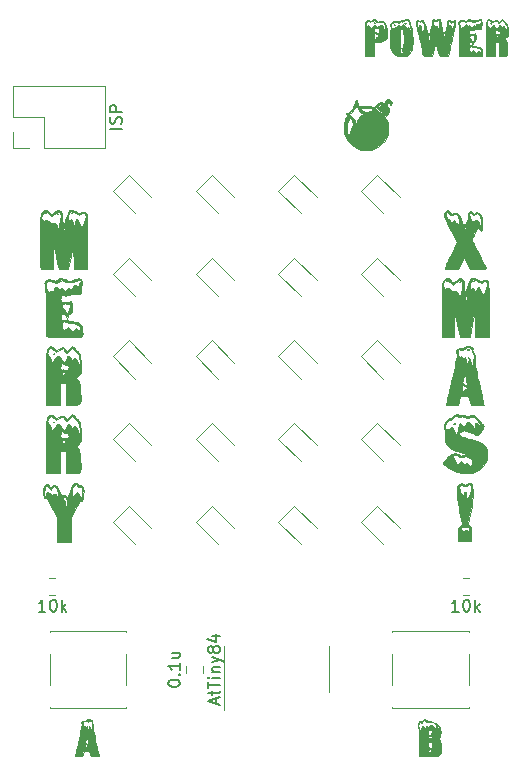
<source format=gto>
G04 #@! TF.GenerationSoftware,KiCad,Pcbnew,5.1.4-e60b266~84~ubuntu19.04.1*
G04 #@! TF.CreationDate,2019-10-10T20:23:52-06:00*
G04 #@! TF.ProjectId,Christmas Card,43687269-7374-46d6-9173-20436172642e,rev?*
G04 #@! TF.SameCoordinates,Original*
G04 #@! TF.FileFunction,Legend,Top*
G04 #@! TF.FilePolarity,Positive*
%FSLAX46Y46*%
G04 Gerber Fmt 4.6, Leading zero omitted, Abs format (unit mm)*
G04 Created by KiCad (PCBNEW 5.1.4-e60b266~84~ubuntu19.04.1) date 2019-10-10 20:23:52*
%MOMM*%
%LPD*%
G04 APERTURE LIST*
%ADD10C,0.010000*%
%ADD11C,0.120000*%
%ADD12C,0.150000*%
G04 APERTURE END LIST*
D10*
G36*
X133613708Y-57746408D02*
G01*
X133705936Y-57840525D01*
X133737790Y-57991690D01*
X133735886Y-58037578D01*
X133707047Y-58160708D01*
X133656179Y-58217613D01*
X133598534Y-58203720D01*
X133549362Y-58114455D01*
X133543884Y-58095152D01*
X133502512Y-57990108D01*
X133453147Y-57968673D01*
X133393759Y-58030862D01*
X133358132Y-58096482D01*
X133320846Y-58182731D01*
X133317208Y-58247598D01*
X133352971Y-58322953D01*
X133415549Y-58414668D01*
X133500702Y-58572666D01*
X133513047Y-58715879D01*
X133451053Y-58863319D01*
X133370835Y-58969642D01*
X133256833Y-59103452D01*
X132960500Y-58850691D01*
X132803133Y-58720961D01*
X132645282Y-58598283D01*
X132514621Y-58503967D01*
X132484325Y-58484048D01*
X132381252Y-58413734D01*
X132319632Y-58362518D01*
X132543629Y-58362518D01*
X132612181Y-58389119D01*
X132703314Y-58345025D01*
X132756688Y-58299287D01*
X132830973Y-58208446D01*
X132852476Y-58134878D01*
X132817411Y-58096825D01*
X132799086Y-58095000D01*
X132737646Y-58121426D01*
X132659792Y-58185137D01*
X132587824Y-58262784D01*
X132544037Y-58331015D01*
X132543629Y-58362518D01*
X132319632Y-58362518D01*
X132316153Y-58359627D01*
X132304409Y-58342358D01*
X132334402Y-58303007D01*
X132412906Y-58227235D01*
X132516876Y-58136599D01*
X132648461Y-58034887D01*
X132754041Y-57985825D01*
X132866134Y-57983130D01*
X133017258Y-58020517D01*
X133055750Y-58032479D01*
X133130673Y-58041059D01*
X133151000Y-57999813D01*
X133188295Y-57885570D01*
X133281688Y-57784769D01*
X133403435Y-57722658D01*
X133465011Y-57714000D01*
X133613708Y-57746408D01*
X133613708Y-57746408D01*
G37*
X133613708Y-57746408D02*
X133705936Y-57840525D01*
X133737790Y-57991690D01*
X133735886Y-58037578D01*
X133707047Y-58160708D01*
X133656179Y-58217613D01*
X133598534Y-58203720D01*
X133549362Y-58114455D01*
X133543884Y-58095152D01*
X133502512Y-57990108D01*
X133453147Y-57968673D01*
X133393759Y-58030862D01*
X133358132Y-58096482D01*
X133320846Y-58182731D01*
X133317208Y-58247598D01*
X133352971Y-58322953D01*
X133415549Y-58414668D01*
X133500702Y-58572666D01*
X133513047Y-58715879D01*
X133451053Y-58863319D01*
X133370835Y-58969642D01*
X133256833Y-59103452D01*
X132960500Y-58850691D01*
X132803133Y-58720961D01*
X132645282Y-58598283D01*
X132514621Y-58503967D01*
X132484325Y-58484048D01*
X132381252Y-58413734D01*
X132319632Y-58362518D01*
X132543629Y-58362518D01*
X132612181Y-58389119D01*
X132703314Y-58345025D01*
X132756688Y-58299287D01*
X132830973Y-58208446D01*
X132852476Y-58134878D01*
X132817411Y-58096825D01*
X132799086Y-58095000D01*
X132737646Y-58121426D01*
X132659792Y-58185137D01*
X132587824Y-58262784D01*
X132544037Y-58331015D01*
X132543629Y-58362518D01*
X132319632Y-58362518D01*
X132316153Y-58359627D01*
X132304409Y-58342358D01*
X132334402Y-58303007D01*
X132412906Y-58227235D01*
X132516876Y-58136599D01*
X132648461Y-58034887D01*
X132754041Y-57985825D01*
X132866134Y-57983130D01*
X133017258Y-58020517D01*
X133055750Y-58032479D01*
X133130673Y-58041059D01*
X133151000Y-57999813D01*
X133188295Y-57885570D01*
X133281688Y-57784769D01*
X133403435Y-57722658D01*
X133465011Y-57714000D01*
X133613708Y-57746408D01*
G36*
X130788424Y-57819227D02*
G01*
X130822790Y-57926127D01*
X130822870Y-57926422D01*
X130866787Y-58086934D01*
X130907064Y-58193139D01*
X130960825Y-58255214D01*
X131045193Y-58283333D01*
X131177294Y-58287672D01*
X131374251Y-58278407D01*
X131411851Y-58276398D01*
X131624728Y-58267417D01*
X131775968Y-58268408D01*
X131888236Y-58281514D01*
X131984198Y-58308878D01*
X132052108Y-58336902D01*
X132201796Y-58418318D01*
X132391388Y-58542370D01*
X132599614Y-58693162D01*
X132805203Y-58854798D01*
X132986884Y-59011381D01*
X133094952Y-59116247D01*
X133271041Y-59359736D01*
X133387437Y-59649298D01*
X133443959Y-59970783D01*
X133440426Y-60310041D01*
X133376659Y-60652925D01*
X133252478Y-60985285D01*
X133121687Y-61215980D01*
X132921923Y-61464895D01*
X132675855Y-61671374D01*
X132365776Y-61849926D01*
X132323097Y-61870317D01*
X132165945Y-61938972D01*
X132030497Y-61981910D01*
X131884486Y-62006118D01*
X131695642Y-62018582D01*
X131627000Y-62021038D01*
X131403265Y-62023280D01*
X131232813Y-62010993D01*
X131084974Y-61980661D01*
X130977879Y-61946581D01*
X130605397Y-61775047D01*
X130292762Y-61544029D01*
X130037258Y-61251092D01*
X129858687Y-60942619D01*
X129776683Y-60757125D01*
X129727167Y-60601720D01*
X129700250Y-60436537D01*
X129693495Y-60339356D01*
X129905673Y-60339356D01*
X129915612Y-60452197D01*
X129948987Y-60591301D01*
X129990148Y-60701411D01*
X130029581Y-60758680D01*
X130039204Y-60762000D01*
X130068884Y-60728821D01*
X130125042Y-60644044D01*
X130164518Y-60578700D01*
X130282955Y-60344424D01*
X130371354Y-60104833D01*
X130422166Y-59884486D01*
X130429045Y-59718116D01*
X130398631Y-59589010D01*
X130341798Y-59457364D01*
X130272601Y-59348126D01*
X130205097Y-59286244D01*
X130182403Y-59280333D01*
X130130259Y-59319599D01*
X130075620Y-59425627D01*
X130022505Y-59580765D01*
X129974935Y-59767360D01*
X129936926Y-59967759D01*
X129912500Y-60164308D01*
X129905673Y-60339356D01*
X129693495Y-60339356D01*
X129687449Y-60252394D01*
X129700961Y-59854347D01*
X129784195Y-59491464D01*
X129893968Y-59232834D01*
X129941221Y-59129122D01*
X129946627Y-59069631D01*
X129912519Y-59026355D01*
X129911246Y-59025293D01*
X129871477Y-58981774D01*
X130139852Y-58981774D01*
X130293478Y-59116659D01*
X130396919Y-59228535D01*
X130499784Y-59373655D01*
X130586564Y-59525870D01*
X130641750Y-59659027D01*
X130653333Y-59723426D01*
X130668985Y-59783435D01*
X130703937Y-59776895D01*
X130740182Y-59713261D01*
X130751432Y-59671916D01*
X130816577Y-59495589D01*
X130928934Y-59318702D01*
X131067050Y-59169317D01*
X131206434Y-59076770D01*
X131378073Y-59003874D01*
X131181934Y-58865622D01*
X131059586Y-58764790D01*
X130962312Y-58643998D01*
X130901630Y-58534388D01*
X131088437Y-58534388D01*
X131098695Y-58568814D01*
X131174214Y-58657306D01*
X131311114Y-58723469D01*
X131488140Y-58763426D01*
X131684042Y-58773298D01*
X131877567Y-58749207D01*
X131959349Y-58725858D01*
X132058460Y-58683624D01*
X132087911Y-58640193D01*
X132060662Y-58575881D01*
X132059406Y-58573898D01*
X131966885Y-58502423D01*
X131801218Y-58456713D01*
X131570452Y-58438524D01*
X131445256Y-58439862D01*
X131262280Y-58449002D01*
X131150674Y-58464508D01*
X131097155Y-58491322D01*
X131088437Y-58534388D01*
X130901630Y-58534388D01*
X130869231Y-58475866D01*
X130843490Y-58421768D01*
X130778246Y-58290716D01*
X130728034Y-58207026D01*
X130700947Y-58183521D01*
X130698426Y-58191936D01*
X130664887Y-58320493D01*
X130581306Y-58481156D01*
X130461785Y-58650772D01*
X130329788Y-58797178D01*
X130139852Y-58981774D01*
X129871477Y-58981774D01*
X129857877Y-58966892D01*
X129870966Y-58922245D01*
X129957697Y-58877539D01*
X129995427Y-58863393D01*
X130143254Y-58776264D01*
X130296815Y-58629696D01*
X130437572Y-58445361D01*
X130546986Y-58244930D01*
X130567254Y-58194888D01*
X130614320Y-58059802D01*
X130645585Y-57952256D01*
X130653333Y-57908095D01*
X130683108Y-57834712D01*
X130714358Y-57800720D01*
X130756242Y-57782014D01*
X130788424Y-57819227D01*
X130788424Y-57819227D01*
G37*
X130788424Y-57819227D02*
X130822790Y-57926127D01*
X130822870Y-57926422D01*
X130866787Y-58086934D01*
X130907064Y-58193139D01*
X130960825Y-58255214D01*
X131045193Y-58283333D01*
X131177294Y-58287672D01*
X131374251Y-58278407D01*
X131411851Y-58276398D01*
X131624728Y-58267417D01*
X131775968Y-58268408D01*
X131888236Y-58281514D01*
X131984198Y-58308878D01*
X132052108Y-58336902D01*
X132201796Y-58418318D01*
X132391388Y-58542370D01*
X132599614Y-58693162D01*
X132805203Y-58854798D01*
X132986884Y-59011381D01*
X133094952Y-59116247D01*
X133271041Y-59359736D01*
X133387437Y-59649298D01*
X133443959Y-59970783D01*
X133440426Y-60310041D01*
X133376659Y-60652925D01*
X133252478Y-60985285D01*
X133121687Y-61215980D01*
X132921923Y-61464895D01*
X132675855Y-61671374D01*
X132365776Y-61849926D01*
X132323097Y-61870317D01*
X132165945Y-61938972D01*
X132030497Y-61981910D01*
X131884486Y-62006118D01*
X131695642Y-62018582D01*
X131627000Y-62021038D01*
X131403265Y-62023280D01*
X131232813Y-62010993D01*
X131084974Y-61980661D01*
X130977879Y-61946581D01*
X130605397Y-61775047D01*
X130292762Y-61544029D01*
X130037258Y-61251092D01*
X129858687Y-60942619D01*
X129776683Y-60757125D01*
X129727167Y-60601720D01*
X129700250Y-60436537D01*
X129693495Y-60339356D01*
X129905673Y-60339356D01*
X129915612Y-60452197D01*
X129948987Y-60591301D01*
X129990148Y-60701411D01*
X130029581Y-60758680D01*
X130039204Y-60762000D01*
X130068884Y-60728821D01*
X130125042Y-60644044D01*
X130164518Y-60578700D01*
X130282955Y-60344424D01*
X130371354Y-60104833D01*
X130422166Y-59884486D01*
X130429045Y-59718116D01*
X130398631Y-59589010D01*
X130341798Y-59457364D01*
X130272601Y-59348126D01*
X130205097Y-59286244D01*
X130182403Y-59280333D01*
X130130259Y-59319599D01*
X130075620Y-59425627D01*
X130022505Y-59580765D01*
X129974935Y-59767360D01*
X129936926Y-59967759D01*
X129912500Y-60164308D01*
X129905673Y-60339356D01*
X129693495Y-60339356D01*
X129687449Y-60252394D01*
X129700961Y-59854347D01*
X129784195Y-59491464D01*
X129893968Y-59232834D01*
X129941221Y-59129122D01*
X129946627Y-59069631D01*
X129912519Y-59026355D01*
X129911246Y-59025293D01*
X129871477Y-58981774D01*
X130139852Y-58981774D01*
X130293478Y-59116659D01*
X130396919Y-59228535D01*
X130499784Y-59373655D01*
X130586564Y-59525870D01*
X130641750Y-59659027D01*
X130653333Y-59723426D01*
X130668985Y-59783435D01*
X130703937Y-59776895D01*
X130740182Y-59713261D01*
X130751432Y-59671916D01*
X130816577Y-59495589D01*
X130928934Y-59318702D01*
X131067050Y-59169317D01*
X131206434Y-59076770D01*
X131378073Y-59003874D01*
X131181934Y-58865622D01*
X131059586Y-58764790D01*
X130962312Y-58643998D01*
X130901630Y-58534388D01*
X131088437Y-58534388D01*
X131098695Y-58568814D01*
X131174214Y-58657306D01*
X131311114Y-58723469D01*
X131488140Y-58763426D01*
X131684042Y-58773298D01*
X131877567Y-58749207D01*
X131959349Y-58725858D01*
X132058460Y-58683624D01*
X132087911Y-58640193D01*
X132060662Y-58575881D01*
X132059406Y-58573898D01*
X131966885Y-58502423D01*
X131801218Y-58456713D01*
X131570452Y-58438524D01*
X131445256Y-58439862D01*
X131262280Y-58449002D01*
X131150674Y-58464508D01*
X131097155Y-58491322D01*
X131088437Y-58534388D01*
X130901630Y-58534388D01*
X130869231Y-58475866D01*
X130843490Y-58421768D01*
X130778246Y-58290716D01*
X130728034Y-58207026D01*
X130700947Y-58183521D01*
X130698426Y-58191936D01*
X130664887Y-58320493D01*
X130581306Y-58481156D01*
X130461785Y-58650772D01*
X130329788Y-58797178D01*
X130139852Y-58981774D01*
X129871477Y-58981774D01*
X129857877Y-58966892D01*
X129870966Y-58922245D01*
X129957697Y-58877539D01*
X129995427Y-58863393D01*
X130143254Y-58776264D01*
X130296815Y-58629696D01*
X130437572Y-58445361D01*
X130546986Y-58244930D01*
X130567254Y-58194888D01*
X130614320Y-58059802D01*
X130645585Y-57952256D01*
X130653333Y-57908095D01*
X130683108Y-57834712D01*
X130714358Y-57800720D01*
X130756242Y-57782014D01*
X130788424Y-57819227D01*
G36*
X136010694Y-110507750D02*
G01*
X136015352Y-110568822D01*
X136007609Y-110582647D01*
X135989848Y-110570993D01*
X135987085Y-110531359D01*
X135996628Y-110489662D01*
X136010694Y-110507750D01*
X136010694Y-110507750D01*
G37*
X136010694Y-110507750D02*
X136015352Y-110568822D01*
X136007609Y-110582647D01*
X135989848Y-110570993D01*
X135987085Y-110531359D01*
X135996628Y-110489662D01*
X136010694Y-110507750D01*
G36*
X135973869Y-110668383D02*
G01*
X135991361Y-110751825D01*
X136005041Y-110845728D01*
X136016959Y-110968523D01*
X136019080Y-111056289D01*
X136013763Y-111084493D01*
X135999647Y-111059899D01*
X135982286Y-110976938D01*
X135968970Y-110881799D01*
X135957634Y-110758825D01*
X135955389Y-110671190D01*
X135960248Y-110643034D01*
X135973869Y-110668383D01*
X135973869Y-110668383D01*
G37*
X135973869Y-110668383D02*
X135991361Y-110751825D01*
X136005041Y-110845728D01*
X136016959Y-110968523D01*
X136019080Y-111056289D01*
X136013763Y-111084493D01*
X135999647Y-111059899D01*
X135982286Y-110976938D01*
X135968970Y-110881799D01*
X135957634Y-110758825D01*
X135955389Y-110671190D01*
X135960248Y-110643034D01*
X135973869Y-110668383D01*
G36*
X136625623Y-110299692D02*
G01*
X136835220Y-110377459D01*
X136996853Y-110398228D01*
X137175777Y-110424068D01*
X137369406Y-110491607D01*
X137544881Y-110586902D01*
X137652673Y-110676515D01*
X137774456Y-110861553D01*
X137842579Y-111095831D01*
X137859692Y-111328984D01*
X137854028Y-111491613D01*
X137832488Y-111606039D01*
X137788250Y-111701689D01*
X137764830Y-111738111D01*
X137708274Y-111828527D01*
X137695135Y-111881122D01*
X137721237Y-111920064D01*
X137731807Y-111929180D01*
X137803712Y-112014257D01*
X137853615Y-112138041D01*
X137884048Y-112311721D01*
X137897543Y-112546485D01*
X137898769Y-112666960D01*
X137898769Y-113101969D01*
X137765908Y-113234831D01*
X137633046Y-113367692D01*
X136854113Y-113367692D01*
X136614905Y-113366442D01*
X136402807Y-113362954D01*
X136230064Y-113357625D01*
X136108921Y-113350853D01*
X136051624Y-113343032D01*
X136049128Y-113341641D01*
X136042469Y-113297264D01*
X136036633Y-113184921D01*
X136031831Y-113014801D01*
X136031223Y-112977582D01*
X136827206Y-112977582D01*
X136829595Y-112985727D01*
X136885892Y-113015281D01*
X136965740Y-112985484D01*
X137019413Y-112937984D01*
X137083663Y-112886773D01*
X137137468Y-112899540D01*
X137142701Y-112903692D01*
X137187703Y-112924689D01*
X137195385Y-112907414D01*
X137165947Y-112870816D01*
X137094913Y-112813898D01*
X137008202Y-112754502D01*
X136931732Y-112710469D01*
X136892538Y-112698938D01*
X136871516Y-112739824D01*
X136848496Y-112823240D01*
X136831163Y-112914167D01*
X136827206Y-112977582D01*
X136031223Y-112977582D01*
X136028273Y-112797089D01*
X136026172Y-112541971D01*
X136026122Y-112509352D01*
X136809755Y-112509352D01*
X136822464Y-112568885D01*
X136851281Y-112576434D01*
X136916058Y-112585708D01*
X136995501Y-112631066D01*
X137072364Y-112682774D01*
X137122501Y-112703385D01*
X137140492Y-112667922D01*
X137152754Y-112575910D01*
X137156308Y-112473708D01*
X137144994Y-112308825D01*
X137106197Y-112209267D01*
X137032630Y-112164861D01*
X136933978Y-112163253D01*
X136869994Y-112176416D01*
X136835558Y-112210751D01*
X136819323Y-112286921D01*
X136812204Y-112384983D01*
X136809755Y-112509352D01*
X136026122Y-112509352D01*
X136025738Y-112259636D01*
X136025823Y-112218179D01*
X136027550Y-111939168D01*
X136030888Y-111704685D01*
X136804615Y-111704685D01*
X136822427Y-111797052D01*
X136864553Y-111842763D01*
X136914031Y-111830363D01*
X136938128Y-111794846D01*
X136963791Y-111766109D01*
X136983718Y-111794846D01*
X137029000Y-111841065D01*
X137075743Y-111814734D01*
X137095945Y-111771043D01*
X137106821Y-111666084D01*
X137056762Y-111609787D01*
X136945079Y-111601405D01*
X136940265Y-111601945D01*
X136846029Y-111623067D01*
X136808610Y-111666789D01*
X136804615Y-111704685D01*
X136030888Y-111704685D01*
X136031074Y-111691674D01*
X136036104Y-111484656D01*
X136038188Y-111432072D01*
X136788573Y-111432072D01*
X136813629Y-111511388D01*
X136859621Y-111531077D01*
X136926940Y-111515597D01*
X137011443Y-111482231D01*
X137093349Y-111412098D01*
X137123501Y-111318180D01*
X137108077Y-111222160D01*
X137053253Y-111145722D01*
X136965208Y-111110549D01*
X136907130Y-111116067D01*
X136839235Y-111151779D01*
X136804472Y-111229910D01*
X136795286Y-111286508D01*
X136788573Y-111432072D01*
X136038188Y-111432072D01*
X136042350Y-111327072D01*
X136049520Y-111227883D01*
X136057322Y-111196045D01*
X136058979Y-111198664D01*
X136082725Y-111244630D01*
X136107844Y-111232998D01*
X136148699Y-111159588D01*
X136202246Y-111039463D01*
X136252226Y-110905595D01*
X136255344Y-110896077D01*
X136302192Y-110787128D01*
X136347748Y-110756138D01*
X136392927Y-110802944D01*
X136419702Y-110866769D01*
X136458289Y-110955790D01*
X136496965Y-110974713D01*
X136549949Y-110923810D01*
X136587795Y-110869953D01*
X136642285Y-110798271D01*
X136678484Y-110786733D01*
X136708669Y-110817149D01*
X136746013Y-110852654D01*
X136793318Y-110844499D01*
X136866874Y-110796390D01*
X136982524Y-110742978D01*
X137096126Y-110737734D01*
X137183652Y-110778443D01*
X137215172Y-110828477D01*
X137266329Y-110916321D01*
X137336960Y-110961969D01*
X137406173Y-110964284D01*
X137453076Y-110922129D01*
X137458303Y-110841707D01*
X137457880Y-110767108D01*
X137489262Y-110750678D01*
X137540679Y-110785707D01*
X137600362Y-110865486D01*
X137641549Y-110946184D01*
X137679232Y-111025886D01*
X137696949Y-111037703D01*
X137701855Y-110991200D01*
X137689356Y-110891402D01*
X137640195Y-110802221D01*
X137542470Y-110708050D01*
X137413689Y-110613361D01*
X137288596Y-110532892D01*
X137184462Y-110486451D01*
X137067652Y-110463204D01*
X136915093Y-110452771D01*
X136759847Y-110442326D01*
X136661986Y-110423708D01*
X136600774Y-110391062D01*
X136566876Y-110354424D01*
X136489649Y-110293976D01*
X136413406Y-110307799D01*
X136347932Y-110392505D01*
X136330016Y-110436408D01*
X136297676Y-110517470D01*
X136275040Y-110553989D01*
X136274199Y-110554154D01*
X136234886Y-110535418D01*
X136155717Y-110488906D01*
X136131483Y-110473863D01*
X136003538Y-110393572D01*
X136131318Y-110405142D01*
X136238721Y-110396961D01*
X136322330Y-110336947D01*
X136346241Y-110309125D01*
X136433385Y-110201538D01*
X136625623Y-110299692D01*
X136625623Y-110299692D01*
G37*
X136625623Y-110299692D02*
X136835220Y-110377459D01*
X136996853Y-110398228D01*
X137175777Y-110424068D01*
X137369406Y-110491607D01*
X137544881Y-110586902D01*
X137652673Y-110676515D01*
X137774456Y-110861553D01*
X137842579Y-111095831D01*
X137859692Y-111328984D01*
X137854028Y-111491613D01*
X137832488Y-111606039D01*
X137788250Y-111701689D01*
X137764830Y-111738111D01*
X137708274Y-111828527D01*
X137695135Y-111881122D01*
X137721237Y-111920064D01*
X137731807Y-111929180D01*
X137803712Y-112014257D01*
X137853615Y-112138041D01*
X137884048Y-112311721D01*
X137897543Y-112546485D01*
X137898769Y-112666960D01*
X137898769Y-113101969D01*
X137765908Y-113234831D01*
X137633046Y-113367692D01*
X136854113Y-113367692D01*
X136614905Y-113366442D01*
X136402807Y-113362954D01*
X136230064Y-113357625D01*
X136108921Y-113350853D01*
X136051624Y-113343032D01*
X136049128Y-113341641D01*
X136042469Y-113297264D01*
X136036633Y-113184921D01*
X136031831Y-113014801D01*
X136031223Y-112977582D01*
X136827206Y-112977582D01*
X136829595Y-112985727D01*
X136885892Y-113015281D01*
X136965740Y-112985484D01*
X137019413Y-112937984D01*
X137083663Y-112886773D01*
X137137468Y-112899540D01*
X137142701Y-112903692D01*
X137187703Y-112924689D01*
X137195385Y-112907414D01*
X137165947Y-112870816D01*
X137094913Y-112813898D01*
X137008202Y-112754502D01*
X136931732Y-112710469D01*
X136892538Y-112698938D01*
X136871516Y-112739824D01*
X136848496Y-112823240D01*
X136831163Y-112914167D01*
X136827206Y-112977582D01*
X136031223Y-112977582D01*
X136028273Y-112797089D01*
X136026172Y-112541971D01*
X136026122Y-112509352D01*
X136809755Y-112509352D01*
X136822464Y-112568885D01*
X136851281Y-112576434D01*
X136916058Y-112585708D01*
X136995501Y-112631066D01*
X137072364Y-112682774D01*
X137122501Y-112703385D01*
X137140492Y-112667922D01*
X137152754Y-112575910D01*
X137156308Y-112473708D01*
X137144994Y-112308825D01*
X137106197Y-112209267D01*
X137032630Y-112164861D01*
X136933978Y-112163253D01*
X136869994Y-112176416D01*
X136835558Y-112210751D01*
X136819323Y-112286921D01*
X136812204Y-112384983D01*
X136809755Y-112509352D01*
X136026122Y-112509352D01*
X136025738Y-112259636D01*
X136025823Y-112218179D01*
X136027550Y-111939168D01*
X136030888Y-111704685D01*
X136804615Y-111704685D01*
X136822427Y-111797052D01*
X136864553Y-111842763D01*
X136914031Y-111830363D01*
X136938128Y-111794846D01*
X136963791Y-111766109D01*
X136983718Y-111794846D01*
X137029000Y-111841065D01*
X137075743Y-111814734D01*
X137095945Y-111771043D01*
X137106821Y-111666084D01*
X137056762Y-111609787D01*
X136945079Y-111601405D01*
X136940265Y-111601945D01*
X136846029Y-111623067D01*
X136808610Y-111666789D01*
X136804615Y-111704685D01*
X136030888Y-111704685D01*
X136031074Y-111691674D01*
X136036104Y-111484656D01*
X136038188Y-111432072D01*
X136788573Y-111432072D01*
X136813629Y-111511388D01*
X136859621Y-111531077D01*
X136926940Y-111515597D01*
X137011443Y-111482231D01*
X137093349Y-111412098D01*
X137123501Y-111318180D01*
X137108077Y-111222160D01*
X137053253Y-111145722D01*
X136965208Y-111110549D01*
X136907130Y-111116067D01*
X136839235Y-111151779D01*
X136804472Y-111229910D01*
X136795286Y-111286508D01*
X136788573Y-111432072D01*
X136038188Y-111432072D01*
X136042350Y-111327072D01*
X136049520Y-111227883D01*
X136057322Y-111196045D01*
X136058979Y-111198664D01*
X136082725Y-111244630D01*
X136107844Y-111232998D01*
X136148699Y-111159588D01*
X136202246Y-111039463D01*
X136252226Y-110905595D01*
X136255344Y-110896077D01*
X136302192Y-110787128D01*
X136347748Y-110756138D01*
X136392927Y-110802944D01*
X136419702Y-110866769D01*
X136458289Y-110955790D01*
X136496965Y-110974713D01*
X136549949Y-110923810D01*
X136587795Y-110869953D01*
X136642285Y-110798271D01*
X136678484Y-110786733D01*
X136708669Y-110817149D01*
X136746013Y-110852654D01*
X136793318Y-110844499D01*
X136866874Y-110796390D01*
X136982524Y-110742978D01*
X137096126Y-110737734D01*
X137183652Y-110778443D01*
X137215172Y-110828477D01*
X137266329Y-110916321D01*
X137336960Y-110961969D01*
X137406173Y-110964284D01*
X137453076Y-110922129D01*
X137458303Y-110841707D01*
X137457880Y-110767108D01*
X137489262Y-110750678D01*
X137540679Y-110785707D01*
X137600362Y-110865486D01*
X137641549Y-110946184D01*
X137679232Y-111025886D01*
X137696949Y-111037703D01*
X137701855Y-110991200D01*
X137689356Y-110891402D01*
X137640195Y-110802221D01*
X137542470Y-110708050D01*
X137413689Y-110613361D01*
X137288596Y-110532892D01*
X137184462Y-110486451D01*
X137067652Y-110463204D01*
X136915093Y-110452771D01*
X136759847Y-110442326D01*
X136661986Y-110423708D01*
X136600774Y-110391062D01*
X136566876Y-110354424D01*
X136489649Y-110293976D01*
X136413406Y-110307799D01*
X136347932Y-110392505D01*
X136330016Y-110436408D01*
X136297676Y-110517470D01*
X136275040Y-110553989D01*
X136274199Y-110554154D01*
X136234886Y-110535418D01*
X136155717Y-110488906D01*
X136131483Y-110473863D01*
X136003538Y-110393572D01*
X136131318Y-110405142D01*
X136238721Y-110396961D01*
X136322330Y-110336947D01*
X136346241Y-110309125D01*
X136433385Y-110201538D01*
X136625623Y-110299692D01*
G36*
X108153500Y-110365691D02*
G01*
X108125094Y-110392706D01*
X108117231Y-110397846D01*
X108045635Y-110432365D01*
X108011462Y-110426628D01*
X108019538Y-110397846D01*
X108075305Y-110363845D01*
X108109768Y-110359367D01*
X108153500Y-110365691D01*
X108153500Y-110365691D01*
G37*
X108153500Y-110365691D02*
X108125094Y-110392706D01*
X108117231Y-110397846D01*
X108045635Y-110432365D01*
X108011462Y-110426628D01*
X108019538Y-110397846D01*
X108075305Y-110363845D01*
X108109768Y-110359367D01*
X108153500Y-110365691D01*
G36*
X108154125Y-110221631D02*
G01*
X108256223Y-110250177D01*
X108319891Y-110288984D01*
X108326400Y-110299251D01*
X108330687Y-110362821D01*
X108293825Y-110373373D01*
X108257864Y-110343452D01*
X108194011Y-110297909D01*
X108105747Y-110269139D01*
X108020923Y-110261539D01*
X107967389Y-110279507D01*
X107960923Y-110296573D01*
X107925372Y-110351655D01*
X107830956Y-110388572D01*
X107696030Y-110401200D01*
X107652435Y-110399479D01*
X107519794Y-110390447D01*
X107548314Y-110560223D01*
X107583730Y-110769124D01*
X107608664Y-110909697D01*
X107625118Y-110990767D01*
X107635097Y-111021157D01*
X107640607Y-111009688D01*
X107643086Y-110977427D01*
X107661474Y-110836937D01*
X107695761Y-110765879D01*
X107740826Y-110766819D01*
X107791549Y-110842326D01*
X107811855Y-110892808D01*
X107863231Y-111036078D01*
X107885756Y-110902578D01*
X107908282Y-110769077D01*
X107959177Y-110956270D01*
X108003608Y-111077392D01*
X108047303Y-111122287D01*
X108085705Y-111090808D01*
X108114258Y-110982806D01*
X108117231Y-110961407D01*
X108136769Y-110808154D01*
X108183172Y-110925385D01*
X108225832Y-111054162D01*
X108254661Y-111169615D01*
X108280406Y-111255804D01*
X108309645Y-111296195D01*
X108312386Y-111296615D01*
X108335966Y-111261095D01*
X108355699Y-111168680D01*
X108370224Y-111040591D01*
X108378178Y-110898048D01*
X108378202Y-110762271D01*
X108368933Y-110654479D01*
X108356570Y-110607870D01*
X108320434Y-110511761D01*
X108316228Y-110461151D01*
X108342654Y-110466701D01*
X108369988Y-110497839D01*
X108407544Y-110596380D01*
X108426261Y-110768606D01*
X108428603Y-110870777D01*
X108444331Y-111099244D01*
X108490219Y-111392486D01*
X108566797Y-111753867D01*
X108570450Y-111769546D01*
X108630684Y-112030244D01*
X108695505Y-112315664D01*
X108757770Y-112594077D01*
X108810339Y-112833758D01*
X108818032Y-112869461D01*
X108925010Y-113367692D01*
X108238505Y-113367692D01*
X108172718Y-113133231D01*
X108106932Y-112898769D01*
X107661121Y-112898769D01*
X107595935Y-113133231D01*
X107530749Y-113367692D01*
X106899636Y-113367692D01*
X106926180Y-113240692D01*
X106941350Y-113171444D01*
X106971510Y-113036569D01*
X107014274Y-112846638D01*
X107067256Y-112612222D01*
X107128068Y-112343892D01*
X107129297Y-112338479D01*
X107752172Y-112338479D01*
X107755682Y-112431401D01*
X107758853Y-112469049D01*
X107771280Y-112567536D01*
X107789936Y-112601034D01*
X107825595Y-112582574D01*
X107841310Y-112568771D01*
X107912997Y-112520356D01*
X107954231Y-112508000D01*
X107998287Y-112487272D01*
X107987900Y-112437129D01*
X107930707Y-112375635D01*
X107885505Y-112345453D01*
X107804882Y-112305369D01*
X107759299Y-112293563D01*
X107757526Y-112294576D01*
X107752172Y-112338479D01*
X107129297Y-112338479D01*
X107177639Y-112125668D01*
X107781465Y-112125668D01*
X107786650Y-112178977D01*
X107812775Y-112215837D01*
X107846155Y-112244231D01*
X107924778Y-112299361D01*
X107971918Y-112304152D01*
X107992433Y-112251160D01*
X107991184Y-112132942D01*
X107982742Y-112034998D01*
X107960455Y-111838141D01*
X107938642Y-111717434D01*
X107915238Y-111670917D01*
X107888177Y-111696626D01*
X107855393Y-111792601D01*
X107830374Y-111890322D01*
X107796335Y-112036065D01*
X107781465Y-112125668D01*
X107177639Y-112125668D01*
X107194324Y-112052219D01*
X107219539Y-111941385D01*
X107300531Y-111581084D01*
X107363785Y-111288781D01*
X107410709Y-111056700D01*
X107442713Y-110877068D01*
X107461207Y-110742108D01*
X107467599Y-110644048D01*
X107464991Y-110587323D01*
X107456604Y-110471879D01*
X107471347Y-110407032D01*
X107516407Y-110366868D01*
X107527906Y-110360466D01*
X107625052Y-110334241D01*
X107688887Y-110339708D01*
X107783451Y-110332944D01*
X107883674Y-110279971D01*
X107990244Y-110222935D01*
X108103050Y-110214641D01*
X108154125Y-110221631D01*
X108154125Y-110221631D01*
G37*
X108154125Y-110221631D02*
X108256223Y-110250177D01*
X108319891Y-110288984D01*
X108326400Y-110299251D01*
X108330687Y-110362821D01*
X108293825Y-110373373D01*
X108257864Y-110343452D01*
X108194011Y-110297909D01*
X108105747Y-110269139D01*
X108020923Y-110261539D01*
X107967389Y-110279507D01*
X107960923Y-110296573D01*
X107925372Y-110351655D01*
X107830956Y-110388572D01*
X107696030Y-110401200D01*
X107652435Y-110399479D01*
X107519794Y-110390447D01*
X107548314Y-110560223D01*
X107583730Y-110769124D01*
X107608664Y-110909697D01*
X107625118Y-110990767D01*
X107635097Y-111021157D01*
X107640607Y-111009688D01*
X107643086Y-110977427D01*
X107661474Y-110836937D01*
X107695761Y-110765879D01*
X107740826Y-110766819D01*
X107791549Y-110842326D01*
X107811855Y-110892808D01*
X107863231Y-111036078D01*
X107885756Y-110902578D01*
X107908282Y-110769077D01*
X107959177Y-110956270D01*
X108003608Y-111077392D01*
X108047303Y-111122287D01*
X108085705Y-111090808D01*
X108114258Y-110982806D01*
X108117231Y-110961407D01*
X108136769Y-110808154D01*
X108183172Y-110925385D01*
X108225832Y-111054162D01*
X108254661Y-111169615D01*
X108280406Y-111255804D01*
X108309645Y-111296195D01*
X108312386Y-111296615D01*
X108335966Y-111261095D01*
X108355699Y-111168680D01*
X108370224Y-111040591D01*
X108378178Y-110898048D01*
X108378202Y-110762271D01*
X108368933Y-110654479D01*
X108356570Y-110607870D01*
X108320434Y-110511761D01*
X108316228Y-110461151D01*
X108342654Y-110466701D01*
X108369988Y-110497839D01*
X108407544Y-110596380D01*
X108426261Y-110768606D01*
X108428603Y-110870777D01*
X108444331Y-111099244D01*
X108490219Y-111392486D01*
X108566797Y-111753867D01*
X108570450Y-111769546D01*
X108630684Y-112030244D01*
X108695505Y-112315664D01*
X108757770Y-112594077D01*
X108810339Y-112833758D01*
X108818032Y-112869461D01*
X108925010Y-113367692D01*
X108238505Y-113367692D01*
X108172718Y-113133231D01*
X108106932Y-112898769D01*
X107661121Y-112898769D01*
X107595935Y-113133231D01*
X107530749Y-113367692D01*
X106899636Y-113367692D01*
X106926180Y-113240692D01*
X106941350Y-113171444D01*
X106971510Y-113036569D01*
X107014274Y-112846638D01*
X107067256Y-112612222D01*
X107128068Y-112343892D01*
X107129297Y-112338479D01*
X107752172Y-112338479D01*
X107755682Y-112431401D01*
X107758853Y-112469049D01*
X107771280Y-112567536D01*
X107789936Y-112601034D01*
X107825595Y-112582574D01*
X107841310Y-112568771D01*
X107912997Y-112520356D01*
X107954231Y-112508000D01*
X107998287Y-112487272D01*
X107987900Y-112437129D01*
X107930707Y-112375635D01*
X107885505Y-112345453D01*
X107804882Y-112305369D01*
X107759299Y-112293563D01*
X107757526Y-112294576D01*
X107752172Y-112338479D01*
X107129297Y-112338479D01*
X107177639Y-112125668D01*
X107781465Y-112125668D01*
X107786650Y-112178977D01*
X107812775Y-112215837D01*
X107846155Y-112244231D01*
X107924778Y-112299361D01*
X107971918Y-112304152D01*
X107992433Y-112251160D01*
X107991184Y-112132942D01*
X107982742Y-112034998D01*
X107960455Y-111838141D01*
X107938642Y-111717434D01*
X107915238Y-111670917D01*
X107888177Y-111696626D01*
X107855393Y-111792601D01*
X107830374Y-111890322D01*
X107796335Y-112036065D01*
X107781465Y-112125668D01*
X107177639Y-112125668D01*
X107194324Y-112052219D01*
X107219539Y-111941385D01*
X107300531Y-111581084D01*
X107363785Y-111288781D01*
X107410709Y-111056700D01*
X107442713Y-110877068D01*
X107461207Y-110742108D01*
X107467599Y-110644048D01*
X107464991Y-110587323D01*
X107456604Y-110471879D01*
X107471347Y-110407032D01*
X107516407Y-110366868D01*
X107527906Y-110360466D01*
X107625052Y-110334241D01*
X107688887Y-110339708D01*
X107783451Y-110332944D01*
X107883674Y-110279971D01*
X107990244Y-110222935D01*
X108103050Y-110214641D01*
X108154125Y-110221631D01*
G36*
X142111077Y-51308154D02*
G01*
X142091538Y-51327692D01*
X142072000Y-51308154D01*
X142091538Y-51288615D01*
X142111077Y-51308154D01*
X142111077Y-51308154D01*
G37*
X142111077Y-51308154D02*
X142091538Y-51327692D01*
X142072000Y-51308154D01*
X142091538Y-51288615D01*
X142111077Y-51308154D01*
G36*
X134936303Y-51269806D02*
G01*
X134939000Y-51290980D01*
X134891925Y-51321808D01*
X134833021Y-51324545D01*
X134803696Y-51297372D01*
X134803692Y-51296931D01*
X134836635Y-51269496D01*
X134882691Y-51260219D01*
X134936303Y-51269806D01*
X134936303Y-51269806D01*
G37*
X134936303Y-51269806D02*
X134939000Y-51290980D01*
X134891925Y-51321808D01*
X134833021Y-51324545D01*
X134803696Y-51297372D01*
X134803692Y-51296931D01*
X134836635Y-51269496D01*
X134882691Y-51260219D01*
X134936303Y-51269806D01*
G36*
X133944000Y-51386308D02*
G01*
X133981279Y-51421422D01*
X133983077Y-51427691D01*
X133952843Y-51444475D01*
X133944000Y-51444923D01*
X133906425Y-51414882D01*
X133904923Y-51403540D01*
X133928863Y-51380202D01*
X133944000Y-51386308D01*
X133944000Y-51386308D01*
G37*
X133944000Y-51386308D02*
X133981279Y-51421422D01*
X133983077Y-51427691D01*
X133952843Y-51444475D01*
X133944000Y-51444923D01*
X133906425Y-51414882D01*
X133904923Y-51403540D01*
X133928863Y-51380202D01*
X133944000Y-51386308D01*
G36*
X132301634Y-51240198D02*
G01*
X132302769Y-51249538D01*
X132273033Y-51287480D01*
X132263692Y-51288615D01*
X132225751Y-51258879D01*
X132224615Y-51249538D01*
X132254352Y-51211597D01*
X132263692Y-51210461D01*
X132301634Y-51240198D01*
X132301634Y-51240198D01*
G37*
X132301634Y-51240198D02*
X132302769Y-51249538D01*
X132273033Y-51287480D01*
X132263692Y-51288615D01*
X132225751Y-51258879D01*
X132224615Y-51249538D01*
X132254352Y-51211597D01*
X132263692Y-51210461D01*
X132301634Y-51240198D01*
G36*
X143255770Y-51067871D02*
G01*
X143398450Y-51243817D01*
X143496653Y-51456243D01*
X143554078Y-51716474D01*
X143574424Y-52035833D01*
X143574484Y-52043755D01*
X143574067Y-52198164D01*
X143565322Y-52297657D01*
X143540687Y-52365467D01*
X143492599Y-52424828D01*
X143431769Y-52482205D01*
X143352072Y-52566587D01*
X143321615Y-52624810D01*
X143328376Y-52640425D01*
X143368656Y-52689363D01*
X143421526Y-52782582D01*
X143442903Y-52827205D01*
X143475733Y-52915584D01*
X143497562Y-53020588D01*
X143510365Y-53159595D01*
X143516119Y-53349983D01*
X143516988Y-53478877D01*
X143513553Y-53726835D01*
X143502154Y-53898667D01*
X143482649Y-53996008D01*
X143470954Y-54016184D01*
X143404816Y-54041521D01*
X143273720Y-54057688D01*
X143099723Y-54063077D01*
X142775385Y-54063077D01*
X142775385Y-52890769D01*
X142462769Y-52890769D01*
X142462769Y-54063077D01*
X141681231Y-54063077D01*
X141681231Y-52487791D01*
X142501166Y-52487791D01*
X142521806Y-52490241D01*
X142551973Y-52467328D01*
X142618637Y-52434486D01*
X142652347Y-52437796D01*
X142694338Y-52427286D01*
X142713998Y-52395438D01*
X142707880Y-52323300D01*
X142643599Y-52275020D01*
X142589769Y-52266137D01*
X142543956Y-52284214D01*
X142540389Y-52294846D01*
X142530872Y-52351685D01*
X142514074Y-52421846D01*
X142501166Y-52487791D01*
X141681231Y-52487791D01*
X141681231Y-52016323D01*
X142462769Y-52016323D01*
X142465895Y-52139327D01*
X142477789Y-52196908D01*
X142502228Y-52201638D01*
X142515600Y-52192185D01*
X142581031Y-52168022D01*
X142682661Y-52188270D01*
X142695642Y-52192686D01*
X142789431Y-52217193D01*
X142840436Y-52203276D01*
X142857136Y-52182901D01*
X142888600Y-52078054D01*
X142883444Y-51949847D01*
X142868455Y-51896355D01*
X142844476Y-51855631D01*
X142811867Y-51878658D01*
X142793495Y-51902869D01*
X142755397Y-51944639D01*
X142714042Y-51944147D01*
X142642956Y-51898524D01*
X142623853Y-51884479D01*
X142541799Y-51827558D01*
X142489091Y-51797851D01*
X142483890Y-51796615D01*
X142472430Y-51832007D01*
X142464760Y-51923479D01*
X142462769Y-52016323D01*
X141681231Y-52016323D01*
X141681231Y-51270053D01*
X141769955Y-51270053D01*
X141807892Y-51362287D01*
X141831375Y-51397190D01*
X141898752Y-51521171D01*
X141944591Y-51656329D01*
X141945090Y-51658693D01*
X141974957Y-51802440D01*
X142107429Y-51625638D01*
X142209416Y-51500444D01*
X142285945Y-51438564D01*
X142349285Y-51434866D01*
X142411704Y-51484219D01*
X142420686Y-51494614D01*
X142496999Y-51585511D01*
X142584268Y-51689541D01*
X142591330Y-51697964D01*
X142688814Y-51814236D01*
X142738424Y-51648654D01*
X142790025Y-51507410D01*
X142841394Y-51441229D01*
X142898909Y-51447300D01*
X142968945Y-51522811D01*
X142981871Y-51541344D01*
X143077086Y-51681465D01*
X143136510Y-51592502D01*
X143183885Y-51532103D01*
X143224774Y-51533351D01*
X143272739Y-51572552D01*
X143332957Y-51653235D01*
X143389093Y-51769948D01*
X143402157Y-51807014D01*
X143454769Y-51972461D01*
X143478007Y-51835692D01*
X143482503Y-51711018D01*
X143465700Y-51564117D01*
X143455659Y-51517826D01*
X143409897Y-51403074D01*
X143334174Y-51276317D01*
X143243582Y-51156891D01*
X143153212Y-51064132D01*
X143078157Y-51017377D01*
X143063330Y-51015141D01*
X143014459Y-51043772D01*
X142943826Y-51115847D01*
X142914803Y-51151846D01*
X142845453Y-51234979D01*
X142793488Y-51283492D01*
X142781821Y-51288615D01*
X142744768Y-51258344D01*
X142691642Y-51184188D01*
X142683908Y-51171385D01*
X142615463Y-51084916D01*
X142537525Y-51059830D01*
X142432384Y-51094133D01*
X142360788Y-51134958D01*
X142230043Y-51215763D01*
X142088868Y-51108083D01*
X141969458Y-51039108D01*
X141879079Y-51041145D01*
X141810731Y-51115853D01*
X141782763Y-51180612D01*
X141769955Y-51270053D01*
X141681231Y-51270053D01*
X141681231Y-51177381D01*
X141782397Y-51057152D01*
X141887329Y-50963124D01*
X141985930Y-50945114D01*
X142087655Y-51002595D01*
X142123636Y-51038163D01*
X142217511Y-51139404D01*
X142377660Y-51057702D01*
X142505248Y-50998642D01*
X142589963Y-50982666D01*
X142655265Y-51011529D01*
X142721795Y-51083461D01*
X142807911Y-51190923D01*
X142939300Y-51039458D01*
X143070690Y-50887993D01*
X143255770Y-51067871D01*
X143255770Y-51067871D01*
G37*
X143255770Y-51067871D02*
X143398450Y-51243817D01*
X143496653Y-51456243D01*
X143554078Y-51716474D01*
X143574424Y-52035833D01*
X143574484Y-52043755D01*
X143574067Y-52198164D01*
X143565322Y-52297657D01*
X143540687Y-52365467D01*
X143492599Y-52424828D01*
X143431769Y-52482205D01*
X143352072Y-52566587D01*
X143321615Y-52624810D01*
X143328376Y-52640425D01*
X143368656Y-52689363D01*
X143421526Y-52782582D01*
X143442903Y-52827205D01*
X143475733Y-52915584D01*
X143497562Y-53020588D01*
X143510365Y-53159595D01*
X143516119Y-53349983D01*
X143516988Y-53478877D01*
X143513553Y-53726835D01*
X143502154Y-53898667D01*
X143482649Y-53996008D01*
X143470954Y-54016184D01*
X143404816Y-54041521D01*
X143273720Y-54057688D01*
X143099723Y-54063077D01*
X142775385Y-54063077D01*
X142775385Y-52890769D01*
X142462769Y-52890769D01*
X142462769Y-54063077D01*
X141681231Y-54063077D01*
X141681231Y-52487791D01*
X142501166Y-52487791D01*
X142521806Y-52490241D01*
X142551973Y-52467328D01*
X142618637Y-52434486D01*
X142652347Y-52437796D01*
X142694338Y-52427286D01*
X142713998Y-52395438D01*
X142707880Y-52323300D01*
X142643599Y-52275020D01*
X142589769Y-52266137D01*
X142543956Y-52284214D01*
X142540389Y-52294846D01*
X142530872Y-52351685D01*
X142514074Y-52421846D01*
X142501166Y-52487791D01*
X141681231Y-52487791D01*
X141681231Y-52016323D01*
X142462769Y-52016323D01*
X142465895Y-52139327D01*
X142477789Y-52196908D01*
X142502228Y-52201638D01*
X142515600Y-52192185D01*
X142581031Y-52168022D01*
X142682661Y-52188270D01*
X142695642Y-52192686D01*
X142789431Y-52217193D01*
X142840436Y-52203276D01*
X142857136Y-52182901D01*
X142888600Y-52078054D01*
X142883444Y-51949847D01*
X142868455Y-51896355D01*
X142844476Y-51855631D01*
X142811867Y-51878658D01*
X142793495Y-51902869D01*
X142755397Y-51944639D01*
X142714042Y-51944147D01*
X142642956Y-51898524D01*
X142623853Y-51884479D01*
X142541799Y-51827558D01*
X142489091Y-51797851D01*
X142483890Y-51796615D01*
X142472430Y-51832007D01*
X142464760Y-51923479D01*
X142462769Y-52016323D01*
X141681231Y-52016323D01*
X141681231Y-51270053D01*
X141769955Y-51270053D01*
X141807892Y-51362287D01*
X141831375Y-51397190D01*
X141898752Y-51521171D01*
X141944591Y-51656329D01*
X141945090Y-51658693D01*
X141974957Y-51802440D01*
X142107429Y-51625638D01*
X142209416Y-51500444D01*
X142285945Y-51438564D01*
X142349285Y-51434866D01*
X142411704Y-51484219D01*
X142420686Y-51494614D01*
X142496999Y-51585511D01*
X142584268Y-51689541D01*
X142591330Y-51697964D01*
X142688814Y-51814236D01*
X142738424Y-51648654D01*
X142790025Y-51507410D01*
X142841394Y-51441229D01*
X142898909Y-51447300D01*
X142968945Y-51522811D01*
X142981871Y-51541344D01*
X143077086Y-51681465D01*
X143136510Y-51592502D01*
X143183885Y-51532103D01*
X143224774Y-51533351D01*
X143272739Y-51572552D01*
X143332957Y-51653235D01*
X143389093Y-51769948D01*
X143402157Y-51807014D01*
X143454769Y-51972461D01*
X143478007Y-51835692D01*
X143482503Y-51711018D01*
X143465700Y-51564117D01*
X143455659Y-51517826D01*
X143409897Y-51403074D01*
X143334174Y-51276317D01*
X143243582Y-51156891D01*
X143153212Y-51064132D01*
X143078157Y-51017377D01*
X143063330Y-51015141D01*
X143014459Y-51043772D01*
X142943826Y-51115847D01*
X142914803Y-51151846D01*
X142845453Y-51234979D01*
X142793488Y-51283492D01*
X142781821Y-51288615D01*
X142744768Y-51258344D01*
X142691642Y-51184188D01*
X142683908Y-51171385D01*
X142615463Y-51084916D01*
X142537525Y-51059830D01*
X142432384Y-51094133D01*
X142360788Y-51134958D01*
X142230043Y-51215763D01*
X142088868Y-51108083D01*
X141969458Y-51039108D01*
X141879079Y-51041145D01*
X141810731Y-51115853D01*
X141782763Y-51180612D01*
X141769955Y-51270053D01*
X141681231Y-51270053D01*
X141681231Y-51177381D01*
X141782397Y-51057152D01*
X141887329Y-50963124D01*
X141985930Y-50945114D01*
X142087655Y-51002595D01*
X142123636Y-51038163D01*
X142217511Y-51139404D01*
X142377660Y-51057702D01*
X142505248Y-50998642D01*
X142589963Y-50982666D01*
X142655265Y-51011529D01*
X142721795Y-51083461D01*
X142807911Y-51190923D01*
X142939300Y-51039458D01*
X143070690Y-50887993D01*
X143255770Y-51067871D01*
G36*
X141296192Y-50984691D02*
G01*
X141321037Y-51076225D01*
X141329031Y-51231365D01*
X141329538Y-51323270D01*
X141326990Y-51487140D01*
X141320184Y-51625461D01*
X141310380Y-51716384D01*
X141305819Y-51734804D01*
X141278969Y-51765767D01*
X141217609Y-51784718D01*
X141107001Y-51794163D01*
X140942404Y-51796615D01*
X140759663Y-51802047D01*
X140627336Y-51817285D01*
X140558740Y-51840747D01*
X140556875Y-51842448D01*
X140490522Y-51868211D01*
X140422060Y-51848374D01*
X140323532Y-51820432D01*
X140264907Y-51849824D01*
X140238697Y-51943614D01*
X140235386Y-52024564D01*
X140235388Y-52206923D01*
X140447493Y-52206483D01*
X140570833Y-52201289D01*
X140660539Y-52188415D01*
X140688465Y-52177176D01*
X140750808Y-52149901D01*
X140769436Y-52148308D01*
X140796396Y-52169006D01*
X140812805Y-52238575D01*
X140820436Y-52368228D01*
X140821538Y-52477744D01*
X140820225Y-52638397D01*
X140813526Y-52737004D01*
X140797302Y-52789664D01*
X140767413Y-52812474D01*
X140733615Y-52819667D01*
X140655012Y-52863249D01*
X140601470Y-52968923D01*
X140557248Y-53105692D01*
X140497952Y-52963819D01*
X140451301Y-52871839D01*
X140401818Y-52837633D01*
X140337020Y-52841374D01*
X140270090Y-52864708D01*
X140241243Y-52916840D01*
X140235385Y-53012555D01*
X140235385Y-53164308D01*
X140411761Y-53164308D01*
X140535412Y-53172312D01*
X140634017Y-53192379D01*
X140655992Y-53201470D01*
X140731345Y-53226138D01*
X140853125Y-53250116D01*
X140947589Y-53262779D01*
X141120594Y-53295642D01*
X141247104Y-53357134D01*
X141289513Y-53390626D01*
X141351026Y-53450159D01*
X141386424Y-53509379D01*
X141402868Y-53591808D01*
X141407523Y-53720967D01*
X141407692Y-53778702D01*
X141407692Y-54063077D01*
X139461849Y-54063077D01*
X139453437Y-53526654D01*
X140277619Y-53526654D01*
X140304146Y-53633343D01*
X140334711Y-53673664D01*
X140387419Y-53699559D01*
X140450308Y-53679277D01*
X140508268Y-53639894D01*
X140621576Y-53556122D01*
X140704680Y-53672830D01*
X140795264Y-53764202D01*
X140880009Y-53782843D01*
X140950844Y-53728154D01*
X140970385Y-53692616D01*
X141027903Y-53624584D01*
X141093246Y-53627426D01*
X141148337Y-53698279D01*
X141157118Y-53722178D01*
X141177854Y-53773150D01*
X141200846Y-53764255D01*
X141239700Y-53695799D01*
X141273839Y-53603118D01*
X141275874Y-53534350D01*
X141214650Y-53465174D01*
X141100162Y-53402090D01*
X140957162Y-53355831D01*
X140821538Y-53337352D01*
X140677973Y-53321085D01*
X140542114Y-53287460D01*
X140515535Y-53277464D01*
X140425288Y-53245293D01*
X140373531Y-53251686D01*
X140329919Y-53298787D01*
X140286063Y-53403678D01*
X140277619Y-53526654D01*
X139453437Y-53526654D01*
X139442085Y-52802846D01*
X139435612Y-52472044D01*
X139434349Y-52426201D01*
X140297721Y-52426201D01*
X140317450Y-52514011D01*
X140364574Y-52571073D01*
X140391498Y-52578154D01*
X140423976Y-52611911D01*
X140462008Y-52696509D01*
X140474463Y-52734461D01*
X140509908Y-52831122D01*
X140542612Y-52886027D01*
X140551378Y-52890769D01*
X140579972Y-52857217D01*
X140623444Y-52770196D01*
X140662423Y-52674380D01*
X140719661Y-52505867D01*
X140740516Y-52396304D01*
X140724788Y-52335372D01*
X140672280Y-52312748D01*
X140655461Y-52311883D01*
X140547748Y-52301109D01*
X140463536Y-52284316D01*
X140376543Y-52278419D01*
X140322707Y-52327250D01*
X140315622Y-52339798D01*
X140297721Y-52426201D01*
X139434349Y-52426201D01*
X139427124Y-52164045D01*
X139417075Y-51889249D01*
X139405922Y-51658058D01*
X139394121Y-51480874D01*
X139382126Y-51368097D01*
X139378303Y-51347231D01*
X139369029Y-51300522D01*
X139452667Y-51300522D01*
X139482532Y-51495033D01*
X139520009Y-51634293D01*
X139557048Y-51753303D01*
X139579613Y-51804974D01*
X139594410Y-51797198D01*
X139608118Y-51738000D01*
X139641613Y-51648942D01*
X139712435Y-51612171D01*
X139737696Y-51608370D01*
X139845265Y-51560730D01*
X139905847Y-51478940D01*
X139973403Y-51392305D01*
X140042022Y-51382189D01*
X140105032Y-51447341D01*
X140137487Y-51522387D01*
X140183277Y-51658466D01*
X140210075Y-51551695D01*
X140245103Y-51467023D01*
X140292104Y-51455343D01*
X140354997Y-51517414D01*
X140401027Y-51588738D01*
X140485880Y-51732554D01*
X140535370Y-51611268D01*
X140592619Y-51501112D01*
X140653516Y-51459679D01*
X140732251Y-51478254D01*
X140742946Y-51483765D01*
X140804075Y-51503674D01*
X140842357Y-51467594D01*
X140861905Y-51421993D01*
X140900787Y-51350915D01*
X140961081Y-51331050D01*
X141027612Y-51338070D01*
X141130281Y-51339522D01*
X141201995Y-51291764D01*
X141224730Y-51263780D01*
X141275574Y-51163910D01*
X141274239Y-51083801D01*
X141223436Y-51041769D01*
X141191550Y-51039601D01*
X141114714Y-51052067D01*
X140991171Y-51079579D01*
X140865605Y-51111469D01*
X140726688Y-51146305D01*
X140632160Y-51158762D01*
X140551511Y-51148785D01*
X140454232Y-51116317D01*
X140439385Y-51110675D01*
X140328459Y-51071840D01*
X140255082Y-51063475D01*
X140184663Y-51085986D01*
X140129806Y-51114284D01*
X140046929Y-51154536D01*
X139980323Y-51165765D01*
X139897451Y-51148240D01*
X139806644Y-51116962D01*
X139645156Y-51077249D01*
X139532990Y-51093415D01*
X139469157Y-51167244D01*
X139452667Y-51300522D01*
X139369029Y-51300522D01*
X139354948Y-51229610D01*
X139356640Y-51159014D01*
X139389157Y-51106725D01*
X139435322Y-51063923D01*
X139533806Y-50997292D01*
X139634355Y-50980791D01*
X139762884Y-51012545D01*
X139822195Y-51035930D01*
X139920316Y-51071418D01*
X139986750Y-51069903D01*
X140060162Y-51028423D01*
X140077231Y-51016391D01*
X140203654Y-50949923D01*
X140324071Y-50947696D01*
X140445005Y-50995779D01*
X140624169Y-51047388D01*
X140841108Y-51039574D01*
X141030201Y-50991626D01*
X141159808Y-50952401D01*
X141245461Y-50946753D01*
X141296192Y-50984691D01*
X141296192Y-50984691D01*
G37*
X141296192Y-50984691D02*
X141321037Y-51076225D01*
X141329031Y-51231365D01*
X141329538Y-51323270D01*
X141326990Y-51487140D01*
X141320184Y-51625461D01*
X141310380Y-51716384D01*
X141305819Y-51734804D01*
X141278969Y-51765767D01*
X141217609Y-51784718D01*
X141107001Y-51794163D01*
X140942404Y-51796615D01*
X140759663Y-51802047D01*
X140627336Y-51817285D01*
X140558740Y-51840747D01*
X140556875Y-51842448D01*
X140490522Y-51868211D01*
X140422060Y-51848374D01*
X140323532Y-51820432D01*
X140264907Y-51849824D01*
X140238697Y-51943614D01*
X140235386Y-52024564D01*
X140235388Y-52206923D01*
X140447493Y-52206483D01*
X140570833Y-52201289D01*
X140660539Y-52188415D01*
X140688465Y-52177176D01*
X140750808Y-52149901D01*
X140769436Y-52148308D01*
X140796396Y-52169006D01*
X140812805Y-52238575D01*
X140820436Y-52368228D01*
X140821538Y-52477744D01*
X140820225Y-52638397D01*
X140813526Y-52737004D01*
X140797302Y-52789664D01*
X140767413Y-52812474D01*
X140733615Y-52819667D01*
X140655012Y-52863249D01*
X140601470Y-52968923D01*
X140557248Y-53105692D01*
X140497952Y-52963819D01*
X140451301Y-52871839D01*
X140401818Y-52837633D01*
X140337020Y-52841374D01*
X140270090Y-52864708D01*
X140241243Y-52916840D01*
X140235385Y-53012555D01*
X140235385Y-53164308D01*
X140411761Y-53164308D01*
X140535412Y-53172312D01*
X140634017Y-53192379D01*
X140655992Y-53201470D01*
X140731345Y-53226138D01*
X140853125Y-53250116D01*
X140947589Y-53262779D01*
X141120594Y-53295642D01*
X141247104Y-53357134D01*
X141289513Y-53390626D01*
X141351026Y-53450159D01*
X141386424Y-53509379D01*
X141402868Y-53591808D01*
X141407523Y-53720967D01*
X141407692Y-53778702D01*
X141407692Y-54063077D01*
X139461849Y-54063077D01*
X139453437Y-53526654D01*
X140277619Y-53526654D01*
X140304146Y-53633343D01*
X140334711Y-53673664D01*
X140387419Y-53699559D01*
X140450308Y-53679277D01*
X140508268Y-53639894D01*
X140621576Y-53556122D01*
X140704680Y-53672830D01*
X140795264Y-53764202D01*
X140880009Y-53782843D01*
X140950844Y-53728154D01*
X140970385Y-53692616D01*
X141027903Y-53624584D01*
X141093246Y-53627426D01*
X141148337Y-53698279D01*
X141157118Y-53722178D01*
X141177854Y-53773150D01*
X141200846Y-53764255D01*
X141239700Y-53695799D01*
X141273839Y-53603118D01*
X141275874Y-53534350D01*
X141214650Y-53465174D01*
X141100162Y-53402090D01*
X140957162Y-53355831D01*
X140821538Y-53337352D01*
X140677973Y-53321085D01*
X140542114Y-53287460D01*
X140515535Y-53277464D01*
X140425288Y-53245293D01*
X140373531Y-53251686D01*
X140329919Y-53298787D01*
X140286063Y-53403678D01*
X140277619Y-53526654D01*
X139453437Y-53526654D01*
X139442085Y-52802846D01*
X139435612Y-52472044D01*
X139434349Y-52426201D01*
X140297721Y-52426201D01*
X140317450Y-52514011D01*
X140364574Y-52571073D01*
X140391498Y-52578154D01*
X140423976Y-52611911D01*
X140462008Y-52696509D01*
X140474463Y-52734461D01*
X140509908Y-52831122D01*
X140542612Y-52886027D01*
X140551378Y-52890769D01*
X140579972Y-52857217D01*
X140623444Y-52770196D01*
X140662423Y-52674380D01*
X140719661Y-52505867D01*
X140740516Y-52396304D01*
X140724788Y-52335372D01*
X140672280Y-52312748D01*
X140655461Y-52311883D01*
X140547748Y-52301109D01*
X140463536Y-52284316D01*
X140376543Y-52278419D01*
X140322707Y-52327250D01*
X140315622Y-52339798D01*
X140297721Y-52426201D01*
X139434349Y-52426201D01*
X139427124Y-52164045D01*
X139417075Y-51889249D01*
X139405922Y-51658058D01*
X139394121Y-51480874D01*
X139382126Y-51368097D01*
X139378303Y-51347231D01*
X139369029Y-51300522D01*
X139452667Y-51300522D01*
X139482532Y-51495033D01*
X139520009Y-51634293D01*
X139557048Y-51753303D01*
X139579613Y-51804974D01*
X139594410Y-51797198D01*
X139608118Y-51738000D01*
X139641613Y-51648942D01*
X139712435Y-51612171D01*
X139737696Y-51608370D01*
X139845265Y-51560730D01*
X139905847Y-51478940D01*
X139973403Y-51392305D01*
X140042022Y-51382189D01*
X140105032Y-51447341D01*
X140137487Y-51522387D01*
X140183277Y-51658466D01*
X140210075Y-51551695D01*
X140245103Y-51467023D01*
X140292104Y-51455343D01*
X140354997Y-51517414D01*
X140401027Y-51588738D01*
X140485880Y-51732554D01*
X140535370Y-51611268D01*
X140592619Y-51501112D01*
X140653516Y-51459679D01*
X140732251Y-51478254D01*
X140742946Y-51483765D01*
X140804075Y-51503674D01*
X140842357Y-51467594D01*
X140861905Y-51421993D01*
X140900787Y-51350915D01*
X140961081Y-51331050D01*
X141027612Y-51338070D01*
X141130281Y-51339522D01*
X141201995Y-51291764D01*
X141224730Y-51263780D01*
X141275574Y-51163910D01*
X141274239Y-51083801D01*
X141223436Y-51041769D01*
X141191550Y-51039601D01*
X141114714Y-51052067D01*
X140991171Y-51079579D01*
X140865605Y-51111469D01*
X140726688Y-51146305D01*
X140632160Y-51158762D01*
X140551511Y-51148785D01*
X140454232Y-51116317D01*
X140439385Y-51110675D01*
X140328459Y-51071840D01*
X140255082Y-51063475D01*
X140184663Y-51085986D01*
X140129806Y-51114284D01*
X140046929Y-51154536D01*
X139980323Y-51165765D01*
X139897451Y-51148240D01*
X139806644Y-51116962D01*
X139645156Y-51077249D01*
X139532990Y-51093415D01*
X139469157Y-51167244D01*
X139452667Y-51300522D01*
X139369029Y-51300522D01*
X139354948Y-51229610D01*
X139356640Y-51159014D01*
X139389157Y-51106725D01*
X139435322Y-51063923D01*
X139533806Y-50997292D01*
X139634355Y-50980791D01*
X139762884Y-51012545D01*
X139822195Y-51035930D01*
X139920316Y-51071418D01*
X139986750Y-51069903D01*
X140060162Y-51028423D01*
X140077231Y-51016391D01*
X140203654Y-50949923D01*
X140324071Y-50947696D01*
X140445005Y-50995779D01*
X140624169Y-51047388D01*
X140841108Y-51039574D01*
X141030201Y-50991626D01*
X141159808Y-50952401D01*
X141245461Y-50946753D01*
X141296192Y-50984691D01*
G36*
X137776325Y-50956506D02*
G01*
X137788466Y-50968539D01*
X137803215Y-51016656D01*
X137829882Y-51126227D01*
X137864970Y-51282090D01*
X137904980Y-51469081D01*
X137914477Y-51514736D01*
X137957659Y-51721433D01*
X137989866Y-51863084D01*
X138015955Y-51951174D01*
X138040785Y-51997189D01*
X138069213Y-52012614D01*
X138106097Y-52008937D01*
X138121936Y-52005255D01*
X138207978Y-51981615D01*
X138251215Y-51965380D01*
X138285574Y-51912931D01*
X138322867Y-51805445D01*
X138357669Y-51665591D01*
X138384556Y-51516037D01*
X138398102Y-51379451D01*
X138398769Y-51348833D01*
X138406764Y-51275857D01*
X138490973Y-51275857D01*
X138502561Y-51387964D01*
X138526964Y-51466543D01*
X138534378Y-51476326D01*
X138572601Y-51472071D01*
X138589959Y-51451711D01*
X138631089Y-51426305D01*
X138673251Y-51468533D01*
X138710725Y-51568163D01*
X138737793Y-51714968D01*
X138737968Y-51716445D01*
X138756510Y-51822866D01*
X138778844Y-51882428D01*
X138793324Y-51886615D01*
X138821851Y-51836518D01*
X138867353Y-51734253D01*
X138920366Y-51601197D01*
X138924398Y-51590525D01*
X138980456Y-51423131D01*
X139014921Y-51281489D01*
X139025310Y-51180166D01*
X139009140Y-51133727D01*
X139002521Y-51132308D01*
X138956709Y-51148592D01*
X138872472Y-51188525D01*
X138858180Y-51195842D01*
X138774427Y-51234105D01*
X138721710Y-51228893D01*
X138665169Y-51172232D01*
X138644659Y-51146996D01*
X138581203Y-51077337D01*
X138541534Y-51065529D01*
X138513858Y-51093231D01*
X138494104Y-51165765D01*
X138490973Y-51275857D01*
X138406764Y-51275857D01*
X138417608Y-51176881D01*
X138469914Y-51051244D01*
X138549372Y-50984000D01*
X138593736Y-50976000D01*
X138663690Y-51008736D01*
X138691846Y-51054154D01*
X138728256Y-51118512D01*
X138787903Y-51123486D01*
X138883099Y-51072806D01*
X138986908Y-51029448D01*
X139057942Y-51053695D01*
X139094896Y-51141612D01*
X139096463Y-51289266D01*
X139061339Y-51492723D01*
X139044636Y-51559590D01*
X139019910Y-51661792D01*
X138982906Y-51826075D01*
X138936776Y-52037904D01*
X138884666Y-52282743D01*
X138829726Y-52546056D01*
X138807047Y-52656308D01*
X138751453Y-52926748D01*
X138697321Y-53188247D01*
X138647879Y-53425352D01*
X138606351Y-53622613D01*
X138575967Y-53764579D01*
X138568053Y-53800637D01*
X138509131Y-54065735D01*
X138115201Y-54054637D01*
X137972497Y-54052664D01*
X137866863Y-54049298D01*
X137790595Y-54034519D01*
X137735989Y-53998311D01*
X137695341Y-53930654D01*
X137660947Y-53821531D01*
X137625104Y-53660924D01*
X137580107Y-53438815D01*
X137557622Y-53329554D01*
X137516932Y-53142313D01*
X137480218Y-52988152D01*
X137450885Y-52880308D01*
X137432337Y-52832024D01*
X137429445Y-52831067D01*
X137414990Y-52874377D01*
X137388273Y-52980711D01*
X137352465Y-53136476D01*
X137310736Y-53328081D01*
X137285675Y-53447360D01*
X137162019Y-54043538D01*
X136807673Y-54054718D01*
X136627508Y-54057486D01*
X136508579Y-54050773D01*
X136434326Y-54032528D01*
X136390510Y-54003081D01*
X136339061Y-53915654D01*
X136327692Y-53856195D01*
X136319165Y-53775211D01*
X136295621Y-53637656D01*
X136260114Y-53456819D01*
X136215698Y-53245988D01*
X136165428Y-53018451D01*
X136112360Y-52787497D01*
X136059546Y-52566413D01*
X136010043Y-52368489D01*
X135994026Y-52308531D01*
X136797850Y-52308531D01*
X136802506Y-52423651D01*
X136820629Y-52542858D01*
X136839515Y-52611399D01*
X136884611Y-52707626D01*
X136924799Y-52725878D01*
X136958865Y-52666249D01*
X136974402Y-52601090D01*
X136981093Y-52464993D01*
X136956595Y-52336205D01*
X136908564Y-52236802D01*
X136858946Y-52199577D01*
X138094874Y-52199577D01*
X138106533Y-52316220D01*
X138126077Y-52425833D01*
X138162547Y-52561589D01*
X138195354Y-52623225D01*
X138220471Y-52614773D01*
X138233869Y-52540267D01*
X138231520Y-52403740D01*
X138224681Y-52327101D01*
X138200726Y-52173585D01*
X138170236Y-52087725D01*
X138135457Y-52073050D01*
X138099539Y-52130714D01*
X138094874Y-52199577D01*
X136858946Y-52199577D01*
X136844657Y-52188857D01*
X136830907Y-52187385D01*
X136807153Y-52221706D01*
X136797850Y-52308531D01*
X135994026Y-52308531D01*
X135966904Y-52207012D01*
X135933184Y-52095270D01*
X135911937Y-52046552D01*
X135911655Y-52046307D01*
X135877297Y-51975820D01*
X135860167Y-51842864D01*
X135858769Y-51781283D01*
X135848138Y-51628207D01*
X135821013Y-51483178D01*
X135800889Y-51421116D01*
X135765772Y-51315804D01*
X135769749Y-51230318D01*
X135771472Y-51225500D01*
X135834999Y-51225500D01*
X135841316Y-51288615D01*
X135863048Y-51380078D01*
X135892923Y-51514159D01*
X135915781Y-51620769D01*
X135965136Y-51855231D01*
X136000243Y-51640308D01*
X136034385Y-51503026D01*
X136076989Y-51432304D01*
X136121427Y-51431085D01*
X136161069Y-51502313D01*
X136176257Y-51562154D01*
X136199748Y-51677743D01*
X136231069Y-51829494D01*
X136252731Y-51933385D01*
X136301861Y-52167846D01*
X136338438Y-52031077D01*
X136374808Y-51902061D01*
X136418309Y-51756653D01*
X136427277Y-51727814D01*
X136456801Y-51606338D01*
X136454783Y-51499898D01*
X136424340Y-51375443D01*
X136378997Y-51248388D01*
X136328370Y-51142674D01*
X136308284Y-51112090D01*
X136261767Y-51060391D01*
X136227708Y-51067373D01*
X136184147Y-51123976D01*
X136120866Y-51213336D01*
X136025745Y-51123976D01*
X135959176Y-51065842D01*
X135920527Y-51059365D01*
X135881008Y-51102428D01*
X135873416Y-51112769D01*
X135834999Y-51225500D01*
X135771472Y-51225500D01*
X135798895Y-51148832D01*
X135862966Y-51046518D01*
X135944138Y-51018679D01*
X136052166Y-51061981D01*
X136052498Y-51062188D01*
X136121454Y-51087420D01*
X136187102Y-51055056D01*
X136205477Y-51039126D01*
X136253124Y-51001808D01*
X136291422Y-51002109D01*
X136339331Y-51049206D01*
X136403163Y-51134806D01*
X136482457Y-51262028D01*
X136544270Y-51392266D01*
X136560682Y-51441176D01*
X136592024Y-51560137D01*
X136631804Y-51712585D01*
X136656243Y-51806854D01*
X136697304Y-51957627D01*
X136730979Y-52047729D01*
X136767418Y-52092654D01*
X136816769Y-52107891D01*
X136854329Y-52109231D01*
X136897764Y-52103271D01*
X136930667Y-52076151D01*
X136959448Y-52014008D01*
X136990516Y-51902980D01*
X137030282Y-51729205D01*
X137030497Y-51728231D01*
X137067465Y-51562221D01*
X137099039Y-51423536D01*
X137120928Y-51330859D01*
X137127782Y-51304610D01*
X137121355Y-51236007D01*
X137109265Y-51210516D01*
X137103814Y-51163030D01*
X137186819Y-51163030D01*
X137203368Y-51264169D01*
X137254470Y-51365372D01*
X137258887Y-51371268D01*
X137322025Y-51467149D01*
X137359370Y-51542615D01*
X137383845Y-51597045D01*
X137410535Y-51588396D01*
X137445718Y-51542806D01*
X137491634Y-51499249D01*
X137530960Y-51511530D01*
X137568881Y-51586403D01*
X137610581Y-51730619D01*
X137620251Y-51770127D01*
X137655621Y-51885224D01*
X137687576Y-51922786D01*
X137715752Y-51883373D01*
X137739787Y-51767542D01*
X137759315Y-51575854D01*
X137760913Y-51553854D01*
X137770057Y-51308019D01*
X137756717Y-51134867D01*
X137719652Y-51031868D01*
X137657619Y-50996494D01*
X137569380Y-51026215D01*
X137519245Y-51061366D01*
X137436099Y-51112670D01*
X137381736Y-51106492D01*
X137372167Y-51098259D01*
X137296584Y-51059513D01*
X137257723Y-51054154D01*
X137204909Y-51085257D01*
X137186819Y-51163030D01*
X137103814Y-51163030D01*
X137100408Y-51133360D01*
X137134148Y-51040940D01*
X137194775Y-50970032D01*
X137217169Y-50957937D01*
X137294396Y-50961121D01*
X137330264Y-50981071D01*
X137395952Y-51006980D01*
X137483457Y-50981745D01*
X137594454Y-50947282D01*
X137701991Y-50938439D01*
X137776325Y-50956506D01*
X137776325Y-50956506D01*
G37*
X137776325Y-50956506D02*
X137788466Y-50968539D01*
X137803215Y-51016656D01*
X137829882Y-51126227D01*
X137864970Y-51282090D01*
X137904980Y-51469081D01*
X137914477Y-51514736D01*
X137957659Y-51721433D01*
X137989866Y-51863084D01*
X138015955Y-51951174D01*
X138040785Y-51997189D01*
X138069213Y-52012614D01*
X138106097Y-52008937D01*
X138121936Y-52005255D01*
X138207978Y-51981615D01*
X138251215Y-51965380D01*
X138285574Y-51912931D01*
X138322867Y-51805445D01*
X138357669Y-51665591D01*
X138384556Y-51516037D01*
X138398102Y-51379451D01*
X138398769Y-51348833D01*
X138406764Y-51275857D01*
X138490973Y-51275857D01*
X138502561Y-51387964D01*
X138526964Y-51466543D01*
X138534378Y-51476326D01*
X138572601Y-51472071D01*
X138589959Y-51451711D01*
X138631089Y-51426305D01*
X138673251Y-51468533D01*
X138710725Y-51568163D01*
X138737793Y-51714968D01*
X138737968Y-51716445D01*
X138756510Y-51822866D01*
X138778844Y-51882428D01*
X138793324Y-51886615D01*
X138821851Y-51836518D01*
X138867353Y-51734253D01*
X138920366Y-51601197D01*
X138924398Y-51590525D01*
X138980456Y-51423131D01*
X139014921Y-51281489D01*
X139025310Y-51180166D01*
X139009140Y-51133727D01*
X139002521Y-51132308D01*
X138956709Y-51148592D01*
X138872472Y-51188525D01*
X138858180Y-51195842D01*
X138774427Y-51234105D01*
X138721710Y-51228893D01*
X138665169Y-51172232D01*
X138644659Y-51146996D01*
X138581203Y-51077337D01*
X138541534Y-51065529D01*
X138513858Y-51093231D01*
X138494104Y-51165765D01*
X138490973Y-51275857D01*
X138406764Y-51275857D01*
X138417608Y-51176881D01*
X138469914Y-51051244D01*
X138549372Y-50984000D01*
X138593736Y-50976000D01*
X138663690Y-51008736D01*
X138691846Y-51054154D01*
X138728256Y-51118512D01*
X138787903Y-51123486D01*
X138883099Y-51072806D01*
X138986908Y-51029448D01*
X139057942Y-51053695D01*
X139094896Y-51141612D01*
X139096463Y-51289266D01*
X139061339Y-51492723D01*
X139044636Y-51559590D01*
X139019910Y-51661792D01*
X138982906Y-51826075D01*
X138936776Y-52037904D01*
X138884666Y-52282743D01*
X138829726Y-52546056D01*
X138807047Y-52656308D01*
X138751453Y-52926748D01*
X138697321Y-53188247D01*
X138647879Y-53425352D01*
X138606351Y-53622613D01*
X138575967Y-53764579D01*
X138568053Y-53800637D01*
X138509131Y-54065735D01*
X138115201Y-54054637D01*
X137972497Y-54052664D01*
X137866863Y-54049298D01*
X137790595Y-54034519D01*
X137735989Y-53998311D01*
X137695341Y-53930654D01*
X137660947Y-53821531D01*
X137625104Y-53660924D01*
X137580107Y-53438815D01*
X137557622Y-53329554D01*
X137516932Y-53142313D01*
X137480218Y-52988152D01*
X137450885Y-52880308D01*
X137432337Y-52832024D01*
X137429445Y-52831067D01*
X137414990Y-52874377D01*
X137388273Y-52980711D01*
X137352465Y-53136476D01*
X137310736Y-53328081D01*
X137285675Y-53447360D01*
X137162019Y-54043538D01*
X136807673Y-54054718D01*
X136627508Y-54057486D01*
X136508579Y-54050773D01*
X136434326Y-54032528D01*
X136390510Y-54003081D01*
X136339061Y-53915654D01*
X136327692Y-53856195D01*
X136319165Y-53775211D01*
X136295621Y-53637656D01*
X136260114Y-53456819D01*
X136215698Y-53245988D01*
X136165428Y-53018451D01*
X136112360Y-52787497D01*
X136059546Y-52566413D01*
X136010043Y-52368489D01*
X135994026Y-52308531D01*
X136797850Y-52308531D01*
X136802506Y-52423651D01*
X136820629Y-52542858D01*
X136839515Y-52611399D01*
X136884611Y-52707626D01*
X136924799Y-52725878D01*
X136958865Y-52666249D01*
X136974402Y-52601090D01*
X136981093Y-52464993D01*
X136956595Y-52336205D01*
X136908564Y-52236802D01*
X136858946Y-52199577D01*
X138094874Y-52199577D01*
X138106533Y-52316220D01*
X138126077Y-52425833D01*
X138162547Y-52561589D01*
X138195354Y-52623225D01*
X138220471Y-52614773D01*
X138233869Y-52540267D01*
X138231520Y-52403740D01*
X138224681Y-52327101D01*
X138200726Y-52173585D01*
X138170236Y-52087725D01*
X138135457Y-52073050D01*
X138099539Y-52130714D01*
X138094874Y-52199577D01*
X136858946Y-52199577D01*
X136844657Y-52188857D01*
X136830907Y-52187385D01*
X136807153Y-52221706D01*
X136797850Y-52308531D01*
X135994026Y-52308531D01*
X135966904Y-52207012D01*
X135933184Y-52095270D01*
X135911937Y-52046552D01*
X135911655Y-52046307D01*
X135877297Y-51975820D01*
X135860167Y-51842864D01*
X135858769Y-51781283D01*
X135848138Y-51628207D01*
X135821013Y-51483178D01*
X135800889Y-51421116D01*
X135765772Y-51315804D01*
X135769749Y-51230318D01*
X135771472Y-51225500D01*
X135834999Y-51225500D01*
X135841316Y-51288615D01*
X135863048Y-51380078D01*
X135892923Y-51514159D01*
X135915781Y-51620769D01*
X135965136Y-51855231D01*
X136000243Y-51640308D01*
X136034385Y-51503026D01*
X136076989Y-51432304D01*
X136121427Y-51431085D01*
X136161069Y-51502313D01*
X136176257Y-51562154D01*
X136199748Y-51677743D01*
X136231069Y-51829494D01*
X136252731Y-51933385D01*
X136301861Y-52167846D01*
X136338438Y-52031077D01*
X136374808Y-51902061D01*
X136418309Y-51756653D01*
X136427277Y-51727814D01*
X136456801Y-51606338D01*
X136454783Y-51499898D01*
X136424340Y-51375443D01*
X136378997Y-51248388D01*
X136328370Y-51142674D01*
X136308284Y-51112090D01*
X136261767Y-51060391D01*
X136227708Y-51067373D01*
X136184147Y-51123976D01*
X136120866Y-51213336D01*
X136025745Y-51123976D01*
X135959176Y-51065842D01*
X135920527Y-51059365D01*
X135881008Y-51102428D01*
X135873416Y-51112769D01*
X135834999Y-51225500D01*
X135771472Y-51225500D01*
X135798895Y-51148832D01*
X135862966Y-51046518D01*
X135944138Y-51018679D01*
X136052166Y-51061981D01*
X136052498Y-51062188D01*
X136121454Y-51087420D01*
X136187102Y-51055056D01*
X136205477Y-51039126D01*
X136253124Y-51001808D01*
X136291422Y-51002109D01*
X136339331Y-51049206D01*
X136403163Y-51134806D01*
X136482457Y-51262028D01*
X136544270Y-51392266D01*
X136560682Y-51441176D01*
X136592024Y-51560137D01*
X136631804Y-51712585D01*
X136656243Y-51806854D01*
X136697304Y-51957627D01*
X136730979Y-52047729D01*
X136767418Y-52092654D01*
X136816769Y-52107891D01*
X136854329Y-52109231D01*
X136897764Y-52103271D01*
X136930667Y-52076151D01*
X136959448Y-52014008D01*
X136990516Y-51902980D01*
X137030282Y-51729205D01*
X137030497Y-51728231D01*
X137067465Y-51562221D01*
X137099039Y-51423536D01*
X137120928Y-51330859D01*
X137127782Y-51304610D01*
X137121355Y-51236007D01*
X137109265Y-51210516D01*
X137103814Y-51163030D01*
X137186819Y-51163030D01*
X137203368Y-51264169D01*
X137254470Y-51365372D01*
X137258887Y-51371268D01*
X137322025Y-51467149D01*
X137359370Y-51542615D01*
X137383845Y-51597045D01*
X137410535Y-51588396D01*
X137445718Y-51542806D01*
X137491634Y-51499249D01*
X137530960Y-51511530D01*
X137568881Y-51586403D01*
X137610581Y-51730619D01*
X137620251Y-51770127D01*
X137655621Y-51885224D01*
X137687576Y-51922786D01*
X137715752Y-51883373D01*
X137739787Y-51767542D01*
X137759315Y-51575854D01*
X137760913Y-51553854D01*
X137770057Y-51308019D01*
X137756717Y-51134867D01*
X137719652Y-51031868D01*
X137657619Y-50996494D01*
X137569380Y-51026215D01*
X137519245Y-51061366D01*
X137436099Y-51112670D01*
X137381736Y-51106492D01*
X137372167Y-51098259D01*
X137296584Y-51059513D01*
X137257723Y-51054154D01*
X137204909Y-51085257D01*
X137186819Y-51163030D01*
X137103814Y-51163030D01*
X137100408Y-51133360D01*
X137134148Y-51040940D01*
X137194775Y-50970032D01*
X137217169Y-50957937D01*
X137294396Y-50961121D01*
X137330264Y-50981071D01*
X137395952Y-51006980D01*
X137483457Y-50981745D01*
X137594454Y-50947282D01*
X137701991Y-50938439D01*
X137776325Y-50956506D01*
G36*
X135069874Y-50967940D02*
G01*
X135103961Y-50984081D01*
X135148988Y-51011969D01*
X135187334Y-51055046D01*
X135224213Y-51125424D01*
X135264837Y-51235215D01*
X135314418Y-51396532D01*
X135377971Y-51620769D01*
X135418229Y-51771431D01*
X135447177Y-51901158D01*
X135466666Y-52028182D01*
X135478548Y-52170732D01*
X135484675Y-52347041D01*
X135486897Y-52575340D01*
X135487114Y-52695385D01*
X135486578Y-52946042D01*
X135483632Y-53132973D01*
X135476774Y-53270598D01*
X135464501Y-53373339D01*
X135445312Y-53455618D01*
X135417703Y-53531856D01*
X135394403Y-53585286D01*
X135264434Y-53801016D01*
X135099068Y-53948556D01*
X134929479Y-54022280D01*
X134770663Y-54049998D01*
X134577864Y-54060225D01*
X134379997Y-54053707D01*
X134205974Y-54031193D01*
X134100308Y-54000869D01*
X133898628Y-53877473D01*
X133745868Y-53699898D01*
X133645129Y-53480474D01*
X134417290Y-53480474D01*
X134417749Y-53581445D01*
X134451978Y-53690753D01*
X134500846Y-53764495D01*
X134580313Y-53840884D01*
X134624971Y-53851307D01*
X134644137Y-53791530D01*
X134647385Y-53697902D01*
X134629401Y-53573048D01*
X134583491Y-53472695D01*
X134521715Y-53414416D01*
X134456131Y-53415783D01*
X134454462Y-53416786D01*
X134417290Y-53480474D01*
X133645129Y-53480474D01*
X133636265Y-53461168D01*
X133625004Y-53425668D01*
X133592996Y-53310705D01*
X133571573Y-53202260D01*
X133559418Y-53082253D01*
X133555216Y-52932606D01*
X133557651Y-52735239D01*
X133562396Y-52565525D01*
X133571825Y-52349089D01*
X133574980Y-52303111D01*
X134414331Y-52303111D01*
X134414428Y-52470692D01*
X134415933Y-53262000D01*
X134541428Y-53346234D01*
X134629411Y-53401489D01*
X134689255Y-53432244D01*
X134696231Y-53434157D01*
X134704947Y-53398121D01*
X134712631Y-53295303D01*
X134718874Y-53137073D01*
X134723267Y-52934799D01*
X134725400Y-52699852D01*
X134725538Y-52620427D01*
X134724411Y-52372262D01*
X134721264Y-52148244D01*
X134716446Y-51961027D01*
X134710307Y-51823264D01*
X134703198Y-51747608D01*
X134701172Y-51739509D01*
X134676979Y-51698147D01*
X134639292Y-51711587D01*
X134603479Y-51742369D01*
X134549534Y-51786026D01*
X134531674Y-51775219D01*
X134530154Y-51744056D01*
X134501396Y-51688464D01*
X134471538Y-51679385D01*
X134451452Y-51688805D01*
X134436499Y-51723391D01*
X134425996Y-51792629D01*
X134419256Y-51906004D01*
X134415596Y-52073002D01*
X134414331Y-52303111D01*
X133574980Y-52303111D01*
X133585310Y-52152615D01*
X133601326Y-51993053D01*
X133618348Y-51887353D01*
X133625639Y-51862579D01*
X133650385Y-51755233D01*
X133637200Y-51624774D01*
X133625944Y-51576276D01*
X133606674Y-51481592D01*
X133651393Y-51481592D01*
X133685936Y-51577993D01*
X133735006Y-51677982D01*
X133781667Y-51711098D01*
X133845707Y-51685405D01*
X133883335Y-51658420D01*
X133969032Y-51621547D01*
X134027699Y-51622529D01*
X134104036Y-51608000D01*
X134161243Y-51544559D01*
X134245108Y-51462303D01*
X134341893Y-51456406D01*
X134430161Y-51504781D01*
X134520344Y-51553689D01*
X134586133Y-51554447D01*
X134608906Y-51513308D01*
X134630853Y-51418368D01*
X134686183Y-51384974D01*
X134763778Y-51410421D01*
X134852522Y-51492007D01*
X134920042Y-51588975D01*
X134975923Y-51675800D01*
X135010991Y-51701691D01*
X135039310Y-51675653D01*
X135043670Y-51668139D01*
X135093893Y-51608709D01*
X135138677Y-51623629D01*
X135180483Y-51714505D01*
X135195586Y-51767308D01*
X135233545Y-51913360D01*
X135271183Y-52058427D01*
X135276752Y-52079923D01*
X135302774Y-52173074D01*
X135320555Y-52223516D01*
X135322968Y-52226467D01*
X135326529Y-52190528D01*
X135328557Y-52095234D01*
X135328713Y-51959373D01*
X135328441Y-51923620D01*
X135320957Y-51765209D01*
X135303795Y-51627566D01*
X135280469Y-51537657D01*
X135277247Y-51531027D01*
X135239375Y-51434040D01*
X135206540Y-51306858D01*
X135200977Y-51277027D01*
X135168791Y-51159146D01*
X135106475Y-51083445D01*
X135029332Y-51035298D01*
X134885552Y-50957827D01*
X134770755Y-51067810D01*
X134685965Y-51134247D01*
X134635071Y-51141411D01*
X134629826Y-51135512D01*
X134565932Y-51095661D01*
X134473886Y-51115625D01*
X134387279Y-51177120D01*
X134315856Y-51231267D01*
X134263210Y-51229077D01*
X134239823Y-51212740D01*
X134146954Y-51183370D01*
X134053062Y-51196124D01*
X133935292Y-51223888D01*
X133855850Y-51238436D01*
X133798362Y-51245031D01*
X133743724Y-51278272D01*
X133688831Y-51343531D01*
X133651633Y-51414457D01*
X133651393Y-51481592D01*
X133606674Y-51481592D01*
X133602265Y-51459929D01*
X133608223Y-51382889D01*
X133647877Y-51310614D01*
X133658948Y-51295389D01*
X133757498Y-51209764D01*
X133907744Y-51135963D01*
X133945003Y-51122929D01*
X134068175Y-51085976D01*
X134142379Y-51076050D01*
X134191675Y-51092344D01*
X134218632Y-51113759D01*
X134270495Y-51148384D01*
X134322736Y-51137115D01*
X134387170Y-51091138D01*
X134498773Y-51033367D01*
X134569639Y-51034745D01*
X134665421Y-51031185D01*
X134774977Y-50983702D01*
X134874423Y-50934877D01*
X134961226Y-50929610D01*
X135069874Y-50967940D01*
X135069874Y-50967940D01*
G37*
X135069874Y-50967940D02*
X135103961Y-50984081D01*
X135148988Y-51011969D01*
X135187334Y-51055046D01*
X135224213Y-51125424D01*
X135264837Y-51235215D01*
X135314418Y-51396532D01*
X135377971Y-51620769D01*
X135418229Y-51771431D01*
X135447177Y-51901158D01*
X135466666Y-52028182D01*
X135478548Y-52170732D01*
X135484675Y-52347041D01*
X135486897Y-52575340D01*
X135487114Y-52695385D01*
X135486578Y-52946042D01*
X135483632Y-53132973D01*
X135476774Y-53270598D01*
X135464501Y-53373339D01*
X135445312Y-53455618D01*
X135417703Y-53531856D01*
X135394403Y-53585286D01*
X135264434Y-53801016D01*
X135099068Y-53948556D01*
X134929479Y-54022280D01*
X134770663Y-54049998D01*
X134577864Y-54060225D01*
X134379997Y-54053707D01*
X134205974Y-54031193D01*
X134100308Y-54000869D01*
X133898628Y-53877473D01*
X133745868Y-53699898D01*
X133645129Y-53480474D01*
X134417290Y-53480474D01*
X134417749Y-53581445D01*
X134451978Y-53690753D01*
X134500846Y-53764495D01*
X134580313Y-53840884D01*
X134624971Y-53851307D01*
X134644137Y-53791530D01*
X134647385Y-53697902D01*
X134629401Y-53573048D01*
X134583491Y-53472695D01*
X134521715Y-53414416D01*
X134456131Y-53415783D01*
X134454462Y-53416786D01*
X134417290Y-53480474D01*
X133645129Y-53480474D01*
X133636265Y-53461168D01*
X133625004Y-53425668D01*
X133592996Y-53310705D01*
X133571573Y-53202260D01*
X133559418Y-53082253D01*
X133555216Y-52932606D01*
X133557651Y-52735239D01*
X133562396Y-52565525D01*
X133571825Y-52349089D01*
X133574980Y-52303111D01*
X134414331Y-52303111D01*
X134414428Y-52470692D01*
X134415933Y-53262000D01*
X134541428Y-53346234D01*
X134629411Y-53401489D01*
X134689255Y-53432244D01*
X134696231Y-53434157D01*
X134704947Y-53398121D01*
X134712631Y-53295303D01*
X134718874Y-53137073D01*
X134723267Y-52934799D01*
X134725400Y-52699852D01*
X134725538Y-52620427D01*
X134724411Y-52372262D01*
X134721264Y-52148244D01*
X134716446Y-51961027D01*
X134710307Y-51823264D01*
X134703198Y-51747608D01*
X134701172Y-51739509D01*
X134676979Y-51698147D01*
X134639292Y-51711587D01*
X134603479Y-51742369D01*
X134549534Y-51786026D01*
X134531674Y-51775219D01*
X134530154Y-51744056D01*
X134501396Y-51688464D01*
X134471538Y-51679385D01*
X134451452Y-51688805D01*
X134436499Y-51723391D01*
X134425996Y-51792629D01*
X134419256Y-51906004D01*
X134415596Y-52073002D01*
X134414331Y-52303111D01*
X133574980Y-52303111D01*
X133585310Y-52152615D01*
X133601326Y-51993053D01*
X133618348Y-51887353D01*
X133625639Y-51862579D01*
X133650385Y-51755233D01*
X133637200Y-51624774D01*
X133625944Y-51576276D01*
X133606674Y-51481592D01*
X133651393Y-51481592D01*
X133685936Y-51577993D01*
X133735006Y-51677982D01*
X133781667Y-51711098D01*
X133845707Y-51685405D01*
X133883335Y-51658420D01*
X133969032Y-51621547D01*
X134027699Y-51622529D01*
X134104036Y-51608000D01*
X134161243Y-51544559D01*
X134245108Y-51462303D01*
X134341893Y-51456406D01*
X134430161Y-51504781D01*
X134520344Y-51553689D01*
X134586133Y-51554447D01*
X134608906Y-51513308D01*
X134630853Y-51418368D01*
X134686183Y-51384974D01*
X134763778Y-51410421D01*
X134852522Y-51492007D01*
X134920042Y-51588975D01*
X134975923Y-51675800D01*
X135010991Y-51701691D01*
X135039310Y-51675653D01*
X135043670Y-51668139D01*
X135093893Y-51608709D01*
X135138677Y-51623629D01*
X135180483Y-51714505D01*
X135195586Y-51767308D01*
X135233545Y-51913360D01*
X135271183Y-52058427D01*
X135276752Y-52079923D01*
X135302774Y-52173074D01*
X135320555Y-52223516D01*
X135322968Y-52226467D01*
X135326529Y-52190528D01*
X135328557Y-52095234D01*
X135328713Y-51959373D01*
X135328441Y-51923620D01*
X135320957Y-51765209D01*
X135303795Y-51627566D01*
X135280469Y-51537657D01*
X135277247Y-51531027D01*
X135239375Y-51434040D01*
X135206540Y-51306858D01*
X135200977Y-51277027D01*
X135168791Y-51159146D01*
X135106475Y-51083445D01*
X135029332Y-51035298D01*
X134885552Y-50957827D01*
X134770755Y-51067810D01*
X134685965Y-51134247D01*
X134635071Y-51141411D01*
X134629826Y-51135512D01*
X134565932Y-51095661D01*
X134473886Y-51115625D01*
X134387279Y-51177120D01*
X134315856Y-51231267D01*
X134263210Y-51229077D01*
X134239823Y-51212740D01*
X134146954Y-51183370D01*
X134053062Y-51196124D01*
X133935292Y-51223888D01*
X133855850Y-51238436D01*
X133798362Y-51245031D01*
X133743724Y-51278272D01*
X133688831Y-51343531D01*
X133651633Y-51414457D01*
X133651393Y-51481592D01*
X133606674Y-51481592D01*
X133602265Y-51459929D01*
X133608223Y-51382889D01*
X133647877Y-51310614D01*
X133658948Y-51295389D01*
X133757498Y-51209764D01*
X133907744Y-51135963D01*
X133945003Y-51122929D01*
X134068175Y-51085976D01*
X134142379Y-51076050D01*
X134191675Y-51092344D01*
X134218632Y-51113759D01*
X134270495Y-51148384D01*
X134322736Y-51137115D01*
X134387170Y-51091138D01*
X134498773Y-51033367D01*
X134569639Y-51034745D01*
X134665421Y-51031185D01*
X134774977Y-50983702D01*
X134874423Y-50934877D01*
X134961226Y-50929610D01*
X135069874Y-50967940D01*
G36*
X132319442Y-50944434D02*
G01*
X132432756Y-51013382D01*
X132506563Y-51137995D01*
X132545979Y-51155705D01*
X132638156Y-51121169D01*
X132644473Y-51117934D01*
X132807811Y-51060022D01*
X132946300Y-51072845D01*
X133071125Y-51157788D01*
X133085355Y-51172506D01*
X133195783Y-51335727D01*
X133281913Y-51550569D01*
X133340266Y-51794728D01*
X133367366Y-52045903D01*
X133359732Y-52281792D01*
X133313888Y-52480094D01*
X133295784Y-52521722D01*
X133212163Y-52651133D01*
X133100325Y-52742400D01*
X132946771Y-52801691D01*
X132737999Y-52835172D01*
X132587765Y-52845131D01*
X132224615Y-52861014D01*
X132224615Y-54063077D01*
X131443077Y-54063077D01*
X131443077Y-52355122D01*
X132250667Y-52355122D01*
X132260150Y-52507108D01*
X132288411Y-52584142D01*
X132335164Y-52585820D01*
X132380923Y-52539077D01*
X132434709Y-52482367D01*
X132470649Y-52489417D01*
X132480400Y-52502888D01*
X132509164Y-52520039D01*
X132536354Y-52466079D01*
X132543358Y-52441622D01*
X132554466Y-52360374D01*
X132525696Y-52295994D01*
X132448059Y-52221709D01*
X132352551Y-52155980D01*
X132291653Y-52154897D01*
X132259613Y-52222345D01*
X132250667Y-52355122D01*
X131443077Y-52355122D01*
X131443077Y-51399794D01*
X131503486Y-51399794D01*
X131520390Y-51443352D01*
X131574071Y-51512878D01*
X131630632Y-51509130D01*
X131667096Y-51478811D01*
X131735946Y-51448238D01*
X131799179Y-51486550D01*
X131845963Y-51584651D01*
X131857678Y-51638812D01*
X131880846Y-51737053D01*
X131908335Y-51792241D01*
X131916994Y-51796615D01*
X131950727Y-51769154D01*
X131951077Y-51764572D01*
X131974023Y-51718461D01*
X132224615Y-51718461D01*
X132224615Y-51899092D01*
X132227399Y-52006102D01*
X132240347Y-52048768D01*
X132270350Y-52040829D01*
X132288590Y-52026629D01*
X132341490Y-51997278D01*
X132385477Y-52025996D01*
X132411733Y-52062648D01*
X132484418Y-52131522D01*
X132553818Y-52125699D01*
X132610682Y-52048407D01*
X132630991Y-51986132D01*
X132653301Y-51848062D01*
X132628989Y-51766081D01*
X132547907Y-51727239D01*
X132421226Y-51718461D01*
X132224615Y-51718461D01*
X131974023Y-51718461D01*
X131975536Y-51715422D01*
X132036474Y-51634395D01*
X132115234Y-51542695D01*
X132193155Y-51461525D01*
X132251581Y-51412091D01*
X132266737Y-51405846D01*
X132317649Y-51431021D01*
X132386164Y-51489240D01*
X132469558Y-51572635D01*
X132642713Y-51488510D01*
X132751102Y-51444362D01*
X132833178Y-51426153D01*
X132856953Y-51429777D01*
X132891494Y-51475020D01*
X132947445Y-51573198D01*
X133014510Y-51705812D01*
X133036819Y-51752892D01*
X133109418Y-51898516D01*
X133159131Y-51972503D01*
X133187104Y-51973865D01*
X133194485Y-51901616D01*
X133182419Y-51754771D01*
X133167698Y-51640323D01*
X133119527Y-51407409D01*
X133049818Y-51243874D01*
X132959936Y-51152706D01*
X132940602Y-51143777D01*
X132869996Y-51141595D01*
X132757657Y-51162015D01*
X132687678Y-51181746D01*
X132574223Y-51216003D01*
X132509981Y-51222828D01*
X132469792Y-51198794D01*
X132432803Y-51147051D01*
X132340400Y-51036714D01*
X132249872Y-51000769D01*
X132149549Y-51036636D01*
X132100388Y-51073583D01*
X131999385Y-51139222D01*
X131921535Y-51152878D01*
X131916298Y-51151191D01*
X131776417Y-51106992D01*
X131681244Y-51108603D01*
X131609138Y-51160530D01*
X131563615Y-51224648D01*
X131510366Y-51327015D01*
X131503486Y-51399794D01*
X131443077Y-51399794D01*
X131443077Y-51252258D01*
X131563606Y-51114983D01*
X131639910Y-51032892D01*
X131694540Y-51000835D01*
X131756505Y-51009349D01*
X131815820Y-51032729D01*
X131910294Y-51065126D01*
X131976011Y-51057116D01*
X132049587Y-51007452D01*
X132185816Y-50940771D01*
X132319442Y-50944434D01*
X132319442Y-50944434D01*
G37*
X132319442Y-50944434D02*
X132432756Y-51013382D01*
X132506563Y-51137995D01*
X132545979Y-51155705D01*
X132638156Y-51121169D01*
X132644473Y-51117934D01*
X132807811Y-51060022D01*
X132946300Y-51072845D01*
X133071125Y-51157788D01*
X133085355Y-51172506D01*
X133195783Y-51335727D01*
X133281913Y-51550569D01*
X133340266Y-51794728D01*
X133367366Y-52045903D01*
X133359732Y-52281792D01*
X133313888Y-52480094D01*
X133295784Y-52521722D01*
X133212163Y-52651133D01*
X133100325Y-52742400D01*
X132946771Y-52801691D01*
X132737999Y-52835172D01*
X132587765Y-52845131D01*
X132224615Y-52861014D01*
X132224615Y-54063077D01*
X131443077Y-54063077D01*
X131443077Y-52355122D01*
X132250667Y-52355122D01*
X132260150Y-52507108D01*
X132288411Y-52584142D01*
X132335164Y-52585820D01*
X132380923Y-52539077D01*
X132434709Y-52482367D01*
X132470649Y-52489417D01*
X132480400Y-52502888D01*
X132509164Y-52520039D01*
X132536354Y-52466079D01*
X132543358Y-52441622D01*
X132554466Y-52360374D01*
X132525696Y-52295994D01*
X132448059Y-52221709D01*
X132352551Y-52155980D01*
X132291653Y-52154897D01*
X132259613Y-52222345D01*
X132250667Y-52355122D01*
X131443077Y-52355122D01*
X131443077Y-51399794D01*
X131503486Y-51399794D01*
X131520390Y-51443352D01*
X131574071Y-51512878D01*
X131630632Y-51509130D01*
X131667096Y-51478811D01*
X131735946Y-51448238D01*
X131799179Y-51486550D01*
X131845963Y-51584651D01*
X131857678Y-51638812D01*
X131880846Y-51737053D01*
X131908335Y-51792241D01*
X131916994Y-51796615D01*
X131950727Y-51769154D01*
X131951077Y-51764572D01*
X131974023Y-51718461D01*
X132224615Y-51718461D01*
X132224615Y-51899092D01*
X132227399Y-52006102D01*
X132240347Y-52048768D01*
X132270350Y-52040829D01*
X132288590Y-52026629D01*
X132341490Y-51997278D01*
X132385477Y-52025996D01*
X132411733Y-52062648D01*
X132484418Y-52131522D01*
X132553818Y-52125699D01*
X132610682Y-52048407D01*
X132630991Y-51986132D01*
X132653301Y-51848062D01*
X132628989Y-51766081D01*
X132547907Y-51727239D01*
X132421226Y-51718461D01*
X132224615Y-51718461D01*
X131974023Y-51718461D01*
X131975536Y-51715422D01*
X132036474Y-51634395D01*
X132115234Y-51542695D01*
X132193155Y-51461525D01*
X132251581Y-51412091D01*
X132266737Y-51405846D01*
X132317649Y-51431021D01*
X132386164Y-51489240D01*
X132469558Y-51572635D01*
X132642713Y-51488510D01*
X132751102Y-51444362D01*
X132833178Y-51426153D01*
X132856953Y-51429777D01*
X132891494Y-51475020D01*
X132947445Y-51573198D01*
X133014510Y-51705812D01*
X133036819Y-51752892D01*
X133109418Y-51898516D01*
X133159131Y-51972503D01*
X133187104Y-51973865D01*
X133194485Y-51901616D01*
X133182419Y-51754771D01*
X133167698Y-51640323D01*
X133119527Y-51407409D01*
X133049818Y-51243874D01*
X132959936Y-51152706D01*
X132940602Y-51143777D01*
X132869996Y-51141595D01*
X132757657Y-51162015D01*
X132687678Y-51181746D01*
X132574223Y-51216003D01*
X132509981Y-51222828D01*
X132469792Y-51198794D01*
X132432803Y-51147051D01*
X132340400Y-51036714D01*
X132249872Y-51000769D01*
X132149549Y-51036636D01*
X132100388Y-51073583D01*
X131999385Y-51139222D01*
X131921535Y-51152878D01*
X131916298Y-51151191D01*
X131776417Y-51106992D01*
X131681244Y-51108603D01*
X131609138Y-51160530D01*
X131563615Y-51224648D01*
X131510366Y-51327015D01*
X131503486Y-51399794D01*
X131443077Y-51399794D01*
X131443077Y-51252258D01*
X131563606Y-51114983D01*
X131639910Y-51032892D01*
X131694540Y-51000835D01*
X131756505Y-51009349D01*
X131815820Y-51032729D01*
X131910294Y-51065126D01*
X131976011Y-51057116D01*
X132049587Y-51007452D01*
X132185816Y-50940771D01*
X132319442Y-50944434D01*
G36*
X140692727Y-73096358D02*
G01*
X140655300Y-73136052D01*
X140623454Y-73141091D01*
X140561838Y-73131210D01*
X140554182Y-73122941D01*
X140590294Y-73093163D01*
X140623454Y-73078208D01*
X140682921Y-73077249D01*
X140692727Y-73096358D01*
X140692727Y-73096358D01*
G37*
X140692727Y-73096358D02*
X140655300Y-73136052D01*
X140623454Y-73141091D01*
X140561838Y-73131210D01*
X140554182Y-73122941D01*
X140590294Y-73093163D01*
X140623454Y-73078208D01*
X140682921Y-73077249D01*
X140692727Y-73096358D01*
G36*
X138436446Y-73076873D02*
G01*
X138452909Y-73094909D01*
X138438769Y-73131258D01*
X138386362Y-73141091D01*
X138309850Y-73122249D01*
X138291272Y-73094909D01*
X138328480Y-73053488D01*
X138357820Y-73048727D01*
X138436446Y-73076873D01*
X138436446Y-73076873D01*
G37*
X138436446Y-73076873D02*
X138452909Y-73094909D01*
X138438769Y-73131258D01*
X138386362Y-73141091D01*
X138309850Y-73122249D01*
X138291272Y-73094909D01*
X138328480Y-73053488D01*
X138357820Y-73048727D01*
X138436446Y-73076873D01*
G36*
X139476606Y-73202667D02*
G01*
X139470266Y-73230122D01*
X139445818Y-73233455D01*
X139407805Y-73216557D01*
X139415030Y-73202667D01*
X139469837Y-73197140D01*
X139476606Y-73202667D01*
X139476606Y-73202667D01*
G37*
X139476606Y-73202667D02*
X139470266Y-73230122D01*
X139445818Y-73233455D01*
X139407805Y-73216557D01*
X139415030Y-73202667D01*
X139469837Y-73197140D01*
X139476606Y-73202667D01*
G36*
X139068548Y-85173300D02*
G01*
X139076363Y-85194545D01*
X139038958Y-85235517D01*
X139007091Y-85240727D01*
X138945633Y-85215790D01*
X138937818Y-85194545D01*
X138975223Y-85153574D01*
X139007091Y-85148364D01*
X139068548Y-85173300D01*
X139068548Y-85173300D01*
G37*
X139068548Y-85173300D02*
X139076363Y-85194545D01*
X139038958Y-85235517D01*
X139007091Y-85240727D01*
X138945633Y-85215790D01*
X138937818Y-85194545D01*
X138975223Y-85153574D01*
X139007091Y-85148364D01*
X139068548Y-85173300D01*
G36*
X138496884Y-67124473D02*
G01*
X138593984Y-67208647D01*
X138642000Y-67261485D01*
X138732043Y-67362412D01*
X138796326Y-67403182D01*
X138866369Y-67396088D01*
X138927232Y-67372749D01*
X139051178Y-67339662D01*
X139152283Y-67341802D01*
X139153777Y-67342291D01*
X139298389Y-67426204D01*
X139427832Y-67558575D01*
X139507548Y-67703136D01*
X139511729Y-67717956D01*
X139551191Y-67844128D01*
X139610483Y-68002022D01*
X139635733Y-68062798D01*
X139699700Y-68191956D01*
X139760458Y-68254022D01*
X139840458Y-68270635D01*
X139851364Y-68270617D01*
X139934397Y-68254061D01*
X140004320Y-68193994D01*
X140082001Y-68070872D01*
X140099752Y-68038000D01*
X140174768Y-67876063D01*
X140203696Y-67740228D01*
X140197145Y-67587019D01*
X140189546Y-67431260D01*
X140194624Y-67411602D01*
X140296190Y-67411602D01*
X140306165Y-67538275D01*
X140342605Y-67638187D01*
X140394190Y-67771738D01*
X140415636Y-67894436D01*
X140433432Y-67997644D01*
X140496203Y-68043798D01*
X140618021Y-68038218D01*
X140726452Y-68011932D01*
X140857240Y-67979360D01*
X140933764Y-67980065D01*
X140989853Y-68019558D01*
X141024856Y-68060560D01*
X141085253Y-68164506D01*
X141148983Y-68318883D01*
X141187079Y-68437972D01*
X141229939Y-68579894D01*
X141265945Y-68677581D01*
X141284627Y-68707636D01*
X141291172Y-68664633D01*
X141291793Y-68547924D01*
X141286738Y-68375961D01*
X141277732Y-68192563D01*
X141256383Y-67917328D01*
X141225101Y-67718137D01*
X141178336Y-67578774D01*
X141110540Y-67483023D01*
X141016162Y-67414669D01*
X141010460Y-67411581D01*
X140926452Y-67385876D01*
X140839589Y-67416415D01*
X140781421Y-67456138D01*
X140658756Y-67533467D01*
X140579675Y-67540366D01*
X140524771Y-67473956D01*
X140501080Y-67414545D01*
X140449468Y-67318269D01*
X140391108Y-67276080D01*
X140388907Y-67276000D01*
X140324987Y-67314659D01*
X140296190Y-67411602D01*
X140194624Y-67411602D01*
X140215862Y-67329387D01*
X140254641Y-67275292D01*
X140367938Y-67195850D01*
X140474909Y-67200907D01*
X140557800Y-67289090D01*
X140562584Y-67299091D01*
X140612845Y-67389481D01*
X140665745Y-67403342D01*
X140753669Y-67348037D01*
X140759281Y-67343804D01*
X140871203Y-67289304D01*
X140946913Y-67276000D01*
X141046772Y-67312539D01*
X141164222Y-67406029D01*
X141272730Y-67532278D01*
X141326834Y-67622364D01*
X141345713Y-67706514D01*
X141360954Y-67858809D01*
X141371922Y-68055079D01*
X141377981Y-68271155D01*
X141378493Y-68482865D01*
X141372823Y-68666040D01*
X141360334Y-68796511D01*
X141358063Y-68808910D01*
X141319436Y-68897841D01*
X141263782Y-68904360D01*
X141201917Y-68834120D01*
X141146246Y-68698147D01*
X141108919Y-68585799D01*
X141079388Y-68550039D01*
X141042103Y-68578093D01*
X141025569Y-68599017D01*
X140974852Y-68679965D01*
X140900078Y-68816645D01*
X140811316Y-68988534D01*
X140718636Y-69175112D01*
X140632108Y-69355855D01*
X140561799Y-69510240D01*
X140517780Y-69617747D01*
X140508000Y-69653884D01*
X140529051Y-69707304D01*
X140588448Y-69830921D01*
X140680556Y-70013711D01*
X140799741Y-70244650D01*
X140940369Y-70512715D01*
X141096805Y-70806883D01*
X141108363Y-70828470D01*
X141265850Y-71124772D01*
X141407894Y-71396480D01*
X141528845Y-71632423D01*
X141623052Y-71821431D01*
X141684865Y-71952333D01*
X141708633Y-72013958D01*
X141708727Y-72015304D01*
X141694708Y-72041598D01*
X141644057Y-72059201D01*
X141543881Y-72069158D01*
X141381288Y-72072513D01*
X141143385Y-72070312D01*
X141050636Y-72068632D01*
X140392545Y-72055818D01*
X140132163Y-71549838D01*
X139871781Y-71043857D01*
X139352683Y-72078909D01*
X138801612Y-72078909D01*
X138585308Y-72075666D01*
X138404459Y-72066838D01*
X138278073Y-72053776D01*
X138225223Y-72037943D01*
X138237397Y-71986807D01*
X138284770Y-71863996D01*
X138362357Y-71681000D01*
X138465171Y-71449307D01*
X138588228Y-71180405D01*
X138711238Y-70918034D01*
X139222571Y-69839091D01*
X138680957Y-68746827D01*
X138576332Y-68534998D01*
X139821250Y-68534998D01*
X139826415Y-68658886D01*
X139854894Y-68799456D01*
X139871445Y-68850836D01*
X139927617Y-69007818D01*
X139967515Y-68823091D01*
X139981974Y-68618888D01*
X139957611Y-68508585D01*
X139907579Y-68414583D01*
X139865638Y-68397730D01*
X139835593Y-68442907D01*
X139821250Y-68534998D01*
X138576332Y-68534998D01*
X138516515Y-68413892D01*
X138389448Y-68152324D01*
X138295343Y-67951121D01*
X138229784Y-67799282D01*
X138188356Y-67685806D01*
X138166644Y-67599690D01*
X138160233Y-67529934D01*
X138164707Y-67465536D01*
X138165213Y-67461697D01*
X138169017Y-67447732D01*
X138291953Y-67447732D01*
X138312041Y-67619291D01*
X138363828Y-67753888D01*
X138436738Y-67830643D01*
X138490427Y-67839629D01*
X138570407Y-67870117D01*
X138658785Y-67978385D01*
X138665608Y-67989720D01*
X138743676Y-68107312D01*
X138802685Y-68145218D01*
X138861249Y-68108080D01*
X138905403Y-68049545D01*
X138976617Y-67945636D01*
X139197444Y-68163380D01*
X139310323Y-68270703D01*
X139394849Y-68343610D01*
X139432902Y-68366484D01*
X139432994Y-68366400D01*
X139436237Y-68316686D01*
X139431068Y-68199384D01*
X139418612Y-68038777D01*
X139416940Y-68020526D01*
X139396451Y-67841432D01*
X139368013Y-67724925D01*
X139319747Y-67641311D01*
X139239774Y-67560898D01*
X139229402Y-67551737D01*
X139128762Y-67468966D01*
X139059994Y-67440905D01*
X138987278Y-67459418D01*
X138935539Y-67484996D01*
X138803078Y-67526169D01*
X138684744Y-67494473D01*
X138561742Y-67383260D01*
X138526541Y-67340325D01*
X138428940Y-67252562D01*
X138351422Y-67252285D01*
X138303255Y-67335251D01*
X138291953Y-67447732D01*
X138169017Y-67447732D01*
X138213091Y-67285940D01*
X138295613Y-67156587D01*
X138398427Y-67094065D01*
X138425430Y-67091271D01*
X138496884Y-67124473D01*
X138496884Y-67124473D01*
G37*
X138496884Y-67124473D02*
X138593984Y-67208647D01*
X138642000Y-67261485D01*
X138732043Y-67362412D01*
X138796326Y-67403182D01*
X138866369Y-67396088D01*
X138927232Y-67372749D01*
X139051178Y-67339662D01*
X139152283Y-67341802D01*
X139153777Y-67342291D01*
X139298389Y-67426204D01*
X139427832Y-67558575D01*
X139507548Y-67703136D01*
X139511729Y-67717956D01*
X139551191Y-67844128D01*
X139610483Y-68002022D01*
X139635733Y-68062798D01*
X139699700Y-68191956D01*
X139760458Y-68254022D01*
X139840458Y-68270635D01*
X139851364Y-68270617D01*
X139934397Y-68254061D01*
X140004320Y-68193994D01*
X140082001Y-68070872D01*
X140099752Y-68038000D01*
X140174768Y-67876063D01*
X140203696Y-67740228D01*
X140197145Y-67587019D01*
X140189546Y-67431260D01*
X140194624Y-67411602D01*
X140296190Y-67411602D01*
X140306165Y-67538275D01*
X140342605Y-67638187D01*
X140394190Y-67771738D01*
X140415636Y-67894436D01*
X140433432Y-67997644D01*
X140496203Y-68043798D01*
X140618021Y-68038218D01*
X140726452Y-68011932D01*
X140857240Y-67979360D01*
X140933764Y-67980065D01*
X140989853Y-68019558D01*
X141024856Y-68060560D01*
X141085253Y-68164506D01*
X141148983Y-68318883D01*
X141187079Y-68437972D01*
X141229939Y-68579894D01*
X141265945Y-68677581D01*
X141284627Y-68707636D01*
X141291172Y-68664633D01*
X141291793Y-68547924D01*
X141286738Y-68375961D01*
X141277732Y-68192563D01*
X141256383Y-67917328D01*
X141225101Y-67718137D01*
X141178336Y-67578774D01*
X141110540Y-67483023D01*
X141016162Y-67414669D01*
X141010460Y-67411581D01*
X140926452Y-67385876D01*
X140839589Y-67416415D01*
X140781421Y-67456138D01*
X140658756Y-67533467D01*
X140579675Y-67540366D01*
X140524771Y-67473956D01*
X140501080Y-67414545D01*
X140449468Y-67318269D01*
X140391108Y-67276080D01*
X140388907Y-67276000D01*
X140324987Y-67314659D01*
X140296190Y-67411602D01*
X140194624Y-67411602D01*
X140215862Y-67329387D01*
X140254641Y-67275292D01*
X140367938Y-67195850D01*
X140474909Y-67200907D01*
X140557800Y-67289090D01*
X140562584Y-67299091D01*
X140612845Y-67389481D01*
X140665745Y-67403342D01*
X140753669Y-67348037D01*
X140759281Y-67343804D01*
X140871203Y-67289304D01*
X140946913Y-67276000D01*
X141046772Y-67312539D01*
X141164222Y-67406029D01*
X141272730Y-67532278D01*
X141326834Y-67622364D01*
X141345713Y-67706514D01*
X141360954Y-67858809D01*
X141371922Y-68055079D01*
X141377981Y-68271155D01*
X141378493Y-68482865D01*
X141372823Y-68666040D01*
X141360334Y-68796511D01*
X141358063Y-68808910D01*
X141319436Y-68897841D01*
X141263782Y-68904360D01*
X141201917Y-68834120D01*
X141146246Y-68698147D01*
X141108919Y-68585799D01*
X141079388Y-68550039D01*
X141042103Y-68578093D01*
X141025569Y-68599017D01*
X140974852Y-68679965D01*
X140900078Y-68816645D01*
X140811316Y-68988534D01*
X140718636Y-69175112D01*
X140632108Y-69355855D01*
X140561799Y-69510240D01*
X140517780Y-69617747D01*
X140508000Y-69653884D01*
X140529051Y-69707304D01*
X140588448Y-69830921D01*
X140680556Y-70013711D01*
X140799741Y-70244650D01*
X140940369Y-70512715D01*
X141096805Y-70806883D01*
X141108363Y-70828470D01*
X141265850Y-71124772D01*
X141407894Y-71396480D01*
X141528845Y-71632423D01*
X141623052Y-71821431D01*
X141684865Y-71952333D01*
X141708633Y-72013958D01*
X141708727Y-72015304D01*
X141694708Y-72041598D01*
X141644057Y-72059201D01*
X141543881Y-72069158D01*
X141381288Y-72072513D01*
X141143385Y-72070312D01*
X141050636Y-72068632D01*
X140392545Y-72055818D01*
X140132163Y-71549838D01*
X139871781Y-71043857D01*
X139352683Y-72078909D01*
X138801612Y-72078909D01*
X138585308Y-72075666D01*
X138404459Y-72066838D01*
X138278073Y-72053776D01*
X138225223Y-72037943D01*
X138237397Y-71986807D01*
X138284770Y-71863996D01*
X138362357Y-71681000D01*
X138465171Y-71449307D01*
X138588228Y-71180405D01*
X138711238Y-70918034D01*
X139222571Y-69839091D01*
X138680957Y-68746827D01*
X138576332Y-68534998D01*
X139821250Y-68534998D01*
X139826415Y-68658886D01*
X139854894Y-68799456D01*
X139871445Y-68850836D01*
X139927617Y-69007818D01*
X139967515Y-68823091D01*
X139981974Y-68618888D01*
X139957611Y-68508585D01*
X139907579Y-68414583D01*
X139865638Y-68397730D01*
X139835593Y-68442907D01*
X139821250Y-68534998D01*
X138576332Y-68534998D01*
X138516515Y-68413892D01*
X138389448Y-68152324D01*
X138295343Y-67951121D01*
X138229784Y-67799282D01*
X138188356Y-67685806D01*
X138166644Y-67599690D01*
X138160233Y-67529934D01*
X138164707Y-67465536D01*
X138165213Y-67461697D01*
X138169017Y-67447732D01*
X138291953Y-67447732D01*
X138312041Y-67619291D01*
X138363828Y-67753888D01*
X138436738Y-67830643D01*
X138490427Y-67839629D01*
X138570407Y-67870117D01*
X138658785Y-67978385D01*
X138665608Y-67989720D01*
X138743676Y-68107312D01*
X138802685Y-68145218D01*
X138861249Y-68108080D01*
X138905403Y-68049545D01*
X138976617Y-67945636D01*
X139197444Y-68163380D01*
X139310323Y-68270703D01*
X139394849Y-68343610D01*
X139432902Y-68366484D01*
X139432994Y-68366400D01*
X139436237Y-68316686D01*
X139431068Y-68199384D01*
X139418612Y-68038777D01*
X139416940Y-68020526D01*
X139396451Y-67841432D01*
X139368013Y-67724925D01*
X139319747Y-67641311D01*
X139239774Y-67560898D01*
X139229402Y-67551737D01*
X139128762Y-67468966D01*
X139059994Y-67440905D01*
X138987278Y-67459418D01*
X138935539Y-67484996D01*
X138803078Y-67526169D01*
X138684744Y-67494473D01*
X138561742Y-67383260D01*
X138526541Y-67340325D01*
X138428940Y-67252562D01*
X138351422Y-67252285D01*
X138303255Y-67335251D01*
X138291953Y-67447732D01*
X138169017Y-67447732D01*
X138213091Y-67285940D01*
X138295613Y-67156587D01*
X138398427Y-67094065D01*
X138425430Y-67091271D01*
X138496884Y-67124473D01*
G36*
X138629425Y-72952715D02*
G01*
X138774329Y-73115521D01*
X138838058Y-73218598D01*
X138869887Y-73247869D01*
X138923417Y-73236538D01*
X139014744Y-73177114D01*
X139140968Y-73077616D01*
X139316576Y-72946446D01*
X139449418Y-72881585D01*
X139557623Y-72879895D01*
X139659314Y-72938234D01*
X139704537Y-72979975D01*
X139775123Y-73066640D01*
X139806850Y-73164193D01*
X139810673Y-73309971D01*
X139809536Y-73337885D01*
X139810306Y-73549639D01*
X139829628Y-73739389D01*
X139863410Y-73891428D01*
X139907562Y-73990047D01*
X139957990Y-74019541D01*
X139983195Y-74004563D01*
X140006655Y-73950476D01*
X140043054Y-73834964D01*
X140073255Y-73725414D01*
X140132070Y-73543731D01*
X140155495Y-73485390D01*
X140341104Y-73485390D01*
X140348331Y-73616273D01*
X140365518Y-73723303D01*
X140390284Y-73784368D01*
X140420248Y-73777352D01*
X140423325Y-73772257D01*
X140490721Y-73707122D01*
X140532447Y-73695273D01*
X140598468Y-73736759D01*
X140672208Y-73846375D01*
X140742416Y-74001856D01*
X140797841Y-74180936D01*
X140812486Y-74249455D01*
X140850949Y-74457273D01*
X140878585Y-74134000D01*
X140900818Y-73954283D01*
X140932098Y-73798610D01*
X140964237Y-73704012D01*
X141023528Y-73627899D01*
X141082494Y-73628541D01*
X141147100Y-73710359D01*
X141223314Y-73877772D01*
X141233357Y-73903393D01*
X141297358Y-74051400D01*
X141358200Y-74163690D01*
X141396464Y-74210337D01*
X141474005Y-74210643D01*
X141561609Y-74135673D01*
X141648085Y-74000036D01*
X141722242Y-73818341D01*
X141738564Y-73763775D01*
X141792005Y-73542928D01*
X141807759Y-73386018D01*
X141784918Y-73272262D01*
X141722579Y-73180872D01*
X141712734Y-73170755D01*
X141634218Y-73106436D01*
X141567413Y-73107374D01*
X141511933Y-73137518D01*
X141400559Y-73206612D01*
X141331274Y-73249558D01*
X141269359Y-73264661D01*
X141180923Y-73236906D01*
X141046528Y-73159157D01*
X140997166Y-73126894D01*
X140789599Y-73006626D01*
X140631218Y-72959429D01*
X140512585Y-72987002D01*
X140424257Y-73091045D01*
X140366057Y-73240524D01*
X140346219Y-73352769D01*
X140341104Y-73485390D01*
X140155495Y-73485390D01*
X140216403Y-73333703D01*
X140289406Y-73178294D01*
X140438727Y-72887091D01*
X140653907Y-72889731D01*
X140880653Y-72926588D01*
X141053005Y-73014082D01*
X141163688Y-73083427D01*
X141244958Y-73110990D01*
X141336488Y-73101258D01*
X141470076Y-73061233D01*
X141644556Y-73019811D01*
X141760381Y-73036844D01*
X141837548Y-73122365D01*
X141892406Y-73273089D01*
X141903496Y-73360277D01*
X141913325Y-73533603D01*
X141921771Y-73786847D01*
X141928710Y-74113792D01*
X141934019Y-74508218D01*
X141937576Y-74963907D01*
X141939257Y-75474639D01*
X141939378Y-75646455D01*
X141939636Y-77851636D01*
X140785091Y-77851636D01*
X140774181Y-75658000D01*
X140558012Y-76743273D01*
X140341843Y-77828545D01*
X139925314Y-77841713D01*
X139508785Y-77854880D01*
X139273314Y-76756440D01*
X139037844Y-75658000D01*
X139030182Y-77851636D01*
X138524907Y-77851636D01*
X138318418Y-77848412D01*
X138148235Y-77839679D01*
X138034205Y-77826842D01*
X137996483Y-77814179D01*
X137991683Y-77761827D01*
X137986876Y-77626237D01*
X137982189Y-77416530D01*
X137977749Y-77141832D01*
X137973684Y-76811267D01*
X137970122Y-76433958D01*
X137967190Y-76019029D01*
X137965015Y-75575605D01*
X137964951Y-75558912D01*
X137963009Y-75037632D01*
X137961947Y-74600406D01*
X137962494Y-74238925D01*
X137965379Y-73944881D01*
X137971328Y-73709965D01*
X137981073Y-73525868D01*
X137982526Y-73511444D01*
X138067131Y-73511444D01*
X138126112Y-73671221D01*
X138141182Y-73691120D01*
X138206216Y-73754421D01*
X138276249Y-73762956D01*
X138372204Y-73732250D01*
X138471006Y-73701610D01*
X138540480Y-73713564D01*
X138617605Y-73779928D01*
X138658237Y-73823650D01*
X138757572Y-73917141D01*
X138857273Y-73960759D01*
X139000623Y-73972290D01*
X139020165Y-73972364D01*
X139160351Y-73978284D01*
X139239289Y-74005269D01*
X139287815Y-74067153D01*
X139303206Y-74099364D01*
X139373625Y-74238225D01*
X139434078Y-74340864D01*
X139508008Y-74455365D01*
X139537801Y-74336638D01*
X139916215Y-74336638D01*
X139920201Y-74491420D01*
X139948284Y-74638885D01*
X139992559Y-74751802D01*
X140045120Y-74802943D01*
X140051784Y-74803636D01*
X140077070Y-74762620D01*
X140091253Y-74660018D01*
X140092363Y-74616616D01*
X140071244Y-74452265D01*
X140019594Y-74297444D01*
X140011545Y-74281797D01*
X139930727Y-74134000D01*
X139916215Y-74336638D01*
X139537801Y-74336638D01*
X139565714Y-74225410D01*
X139603782Y-74058124D01*
X139646457Y-73847371D01*
X139681673Y-73654799D01*
X139709945Y-73468833D01*
X139716941Y-73345792D01*
X139702108Y-73258594D01*
X139672234Y-73192981D01*
X139576755Y-73084498D01*
X139455822Y-73060107D01*
X139305559Y-73120095D01*
X139159095Y-73231255D01*
X139040583Y-73330025D01*
X138947237Y-73397774D01*
X138905268Y-73418182D01*
X138853645Y-73387122D01*
X138761768Y-73306498D01*
X138671194Y-73216088D01*
X138519140Y-73070092D01*
X138403729Y-72998328D01*
X138310164Y-72998312D01*
X138223649Y-73067562D01*
X138174737Y-73132761D01*
X138083761Y-73324929D01*
X138067131Y-73511444D01*
X137982526Y-73511444D01*
X137995339Y-73384280D01*
X138014858Y-73276893D01*
X138040356Y-73195397D01*
X138072562Y-73131485D01*
X138112205Y-73076846D01*
X138160014Y-73023172D01*
X138190101Y-72991000D01*
X138332461Y-72888751D01*
X138480519Y-72876557D01*
X138629425Y-72952715D01*
X138629425Y-72952715D01*
G37*
X138629425Y-72952715D02*
X138774329Y-73115521D01*
X138838058Y-73218598D01*
X138869887Y-73247869D01*
X138923417Y-73236538D01*
X139014744Y-73177114D01*
X139140968Y-73077616D01*
X139316576Y-72946446D01*
X139449418Y-72881585D01*
X139557623Y-72879895D01*
X139659314Y-72938234D01*
X139704537Y-72979975D01*
X139775123Y-73066640D01*
X139806850Y-73164193D01*
X139810673Y-73309971D01*
X139809536Y-73337885D01*
X139810306Y-73549639D01*
X139829628Y-73739389D01*
X139863410Y-73891428D01*
X139907562Y-73990047D01*
X139957990Y-74019541D01*
X139983195Y-74004563D01*
X140006655Y-73950476D01*
X140043054Y-73834964D01*
X140073255Y-73725414D01*
X140132070Y-73543731D01*
X140155495Y-73485390D01*
X140341104Y-73485390D01*
X140348331Y-73616273D01*
X140365518Y-73723303D01*
X140390284Y-73784368D01*
X140420248Y-73777352D01*
X140423325Y-73772257D01*
X140490721Y-73707122D01*
X140532447Y-73695273D01*
X140598468Y-73736759D01*
X140672208Y-73846375D01*
X140742416Y-74001856D01*
X140797841Y-74180936D01*
X140812486Y-74249455D01*
X140850949Y-74457273D01*
X140878585Y-74134000D01*
X140900818Y-73954283D01*
X140932098Y-73798610D01*
X140964237Y-73704012D01*
X141023528Y-73627899D01*
X141082494Y-73628541D01*
X141147100Y-73710359D01*
X141223314Y-73877772D01*
X141233357Y-73903393D01*
X141297358Y-74051400D01*
X141358200Y-74163690D01*
X141396464Y-74210337D01*
X141474005Y-74210643D01*
X141561609Y-74135673D01*
X141648085Y-74000036D01*
X141722242Y-73818341D01*
X141738564Y-73763775D01*
X141792005Y-73542928D01*
X141807759Y-73386018D01*
X141784918Y-73272262D01*
X141722579Y-73180872D01*
X141712734Y-73170755D01*
X141634218Y-73106436D01*
X141567413Y-73107374D01*
X141511933Y-73137518D01*
X141400559Y-73206612D01*
X141331274Y-73249558D01*
X141269359Y-73264661D01*
X141180923Y-73236906D01*
X141046528Y-73159157D01*
X140997166Y-73126894D01*
X140789599Y-73006626D01*
X140631218Y-72959429D01*
X140512585Y-72987002D01*
X140424257Y-73091045D01*
X140366057Y-73240524D01*
X140346219Y-73352769D01*
X140341104Y-73485390D01*
X140155495Y-73485390D01*
X140216403Y-73333703D01*
X140289406Y-73178294D01*
X140438727Y-72887091D01*
X140653907Y-72889731D01*
X140880653Y-72926588D01*
X141053005Y-73014082D01*
X141163688Y-73083427D01*
X141244958Y-73110990D01*
X141336488Y-73101258D01*
X141470076Y-73061233D01*
X141644556Y-73019811D01*
X141760381Y-73036844D01*
X141837548Y-73122365D01*
X141892406Y-73273089D01*
X141903496Y-73360277D01*
X141913325Y-73533603D01*
X141921771Y-73786847D01*
X141928710Y-74113792D01*
X141934019Y-74508218D01*
X141937576Y-74963907D01*
X141939257Y-75474639D01*
X141939378Y-75646455D01*
X141939636Y-77851636D01*
X140785091Y-77851636D01*
X140774181Y-75658000D01*
X140558012Y-76743273D01*
X140341843Y-77828545D01*
X139925314Y-77841713D01*
X139508785Y-77854880D01*
X139273314Y-76756440D01*
X139037844Y-75658000D01*
X139030182Y-77851636D01*
X138524907Y-77851636D01*
X138318418Y-77848412D01*
X138148235Y-77839679D01*
X138034205Y-77826842D01*
X137996483Y-77814179D01*
X137991683Y-77761827D01*
X137986876Y-77626237D01*
X137982189Y-77416530D01*
X137977749Y-77141832D01*
X137973684Y-76811267D01*
X137970122Y-76433958D01*
X137967190Y-76019029D01*
X137965015Y-75575605D01*
X137964951Y-75558912D01*
X137963009Y-75037632D01*
X137961947Y-74600406D01*
X137962494Y-74238925D01*
X137965379Y-73944881D01*
X137971328Y-73709965D01*
X137981073Y-73525868D01*
X137982526Y-73511444D01*
X138067131Y-73511444D01*
X138126112Y-73671221D01*
X138141182Y-73691120D01*
X138206216Y-73754421D01*
X138276249Y-73762956D01*
X138372204Y-73732250D01*
X138471006Y-73701610D01*
X138540480Y-73713564D01*
X138617605Y-73779928D01*
X138658237Y-73823650D01*
X138757572Y-73917141D01*
X138857273Y-73960759D01*
X139000623Y-73972290D01*
X139020165Y-73972364D01*
X139160351Y-73978284D01*
X139239289Y-74005269D01*
X139287815Y-74067153D01*
X139303206Y-74099364D01*
X139373625Y-74238225D01*
X139434078Y-74340864D01*
X139508008Y-74455365D01*
X139537801Y-74336638D01*
X139916215Y-74336638D01*
X139920201Y-74491420D01*
X139948284Y-74638885D01*
X139992559Y-74751802D01*
X140045120Y-74802943D01*
X140051784Y-74803636D01*
X140077070Y-74762620D01*
X140091253Y-74660018D01*
X140092363Y-74616616D01*
X140071244Y-74452265D01*
X140019594Y-74297444D01*
X140011545Y-74281797D01*
X139930727Y-74134000D01*
X139916215Y-74336638D01*
X139537801Y-74336638D01*
X139565714Y-74225410D01*
X139603782Y-74058124D01*
X139646457Y-73847371D01*
X139681673Y-73654799D01*
X139709945Y-73468833D01*
X139716941Y-73345792D01*
X139702108Y-73258594D01*
X139672234Y-73192981D01*
X139576755Y-73084498D01*
X139455822Y-73060107D01*
X139305559Y-73120095D01*
X139159095Y-73231255D01*
X139040583Y-73330025D01*
X138947237Y-73397774D01*
X138905268Y-73418182D01*
X138853645Y-73387122D01*
X138761768Y-73306498D01*
X138671194Y-73216088D01*
X138519140Y-73070092D01*
X138403729Y-72998328D01*
X138310164Y-72998312D01*
X138223649Y-73067562D01*
X138174737Y-73132761D01*
X138083761Y-73324929D01*
X138067131Y-73511444D01*
X137982526Y-73511444D01*
X137995339Y-73384280D01*
X138014858Y-73276893D01*
X138040356Y-73195397D01*
X138072562Y-73131485D01*
X138112205Y-73076846D01*
X138160014Y-73023172D01*
X138190101Y-72991000D01*
X138332461Y-72888751D01*
X138480519Y-72876557D01*
X138629425Y-72952715D01*
G36*
X140264878Y-78875685D02*
G01*
X140246446Y-78903343D01*
X140230909Y-78913818D01*
X140145087Y-78951894D01*
X140079667Y-78954915D01*
X140064593Y-78922881D01*
X140069272Y-78913818D01*
X140133600Y-78876926D01*
X140198998Y-78868343D01*
X140264878Y-78875685D01*
X140264878Y-78875685D01*
G37*
X140264878Y-78875685D02*
X140246446Y-78903343D01*
X140230909Y-78913818D01*
X140145087Y-78951894D01*
X140079667Y-78954915D01*
X140064593Y-78922881D01*
X140069272Y-78913818D01*
X140133600Y-78876926D01*
X140198998Y-78868343D01*
X140264878Y-78875685D01*
G36*
X140344067Y-78655093D02*
G01*
X140480004Y-78702874D01*
X140568055Y-78769092D01*
X140588853Y-78842770D01*
X140579799Y-78863549D01*
X140538016Y-78886454D01*
X140479610Y-78827893D01*
X140477954Y-78825540D01*
X140388158Y-78752851D01*
X140309594Y-78733846D01*
X140177900Y-78722175D01*
X140108361Y-78705839D01*
X140022822Y-78702161D01*
X139978249Y-78771051D01*
X139929675Y-78848092D01*
X139887088Y-78867636D01*
X139808672Y-78900073D01*
X139770100Y-78935693D01*
X139719487Y-78977755D01*
X139654061Y-78969717D01*
X139582643Y-78936020D01*
X139442663Y-78890586D01*
X139351460Y-78920031D01*
X139311559Y-79019287D01*
X139325483Y-79183282D01*
X139375213Y-79352545D01*
X139415022Y-79510857D01*
X139440265Y-79702207D01*
X139444498Y-79791273D01*
X139450938Y-79934238D01*
X139467340Y-79991784D01*
X139492000Y-79976000D01*
X139518866Y-79890300D01*
X139535231Y-79753360D01*
X139537474Y-79683977D01*
X139543472Y-79548712D01*
X139565248Y-79485716D01*
X139610172Y-79475278D01*
X139615173Y-79476159D01*
X139676514Y-79526588D01*
X139740917Y-79638150D01*
X139765156Y-79698909D01*
X139838147Y-79906727D01*
X139853093Y-79745091D01*
X139872335Y-79639496D01*
X139902409Y-79556341D01*
X139932459Y-79514948D01*
X139951625Y-79534642D01*
X139953818Y-79565836D01*
X139967136Y-79662843D01*
X140000711Y-79794615D01*
X140044975Y-79932303D01*
X140090358Y-80047061D01*
X140127294Y-80110040D01*
X140135817Y-80114545D01*
X140183095Y-80073584D01*
X140223947Y-79971545D01*
X140250054Y-79839694D01*
X140253101Y-79709296D01*
X140250044Y-79685089D01*
X140226215Y-79537273D01*
X140315640Y-79698909D01*
X140375867Y-79837543D01*
X140433376Y-80017808D01*
X140460831Y-80131028D01*
X140495322Y-80266467D01*
X140529452Y-80349066D01*
X140552715Y-80361937D01*
X140577536Y-80294306D01*
X140603525Y-80159067D01*
X140628068Y-79980897D01*
X140648549Y-79784474D01*
X140662353Y-79594476D01*
X140666865Y-79435581D01*
X140660966Y-79340435D01*
X140632390Y-79229668D01*
X140597193Y-79166040D01*
X140595039Y-79164527D01*
X140562278Y-79103102D01*
X140554354Y-79038093D01*
X140560867Y-78984548D01*
X140587753Y-78998892D01*
X140646464Y-79087720D01*
X140649678Y-79092983D01*
X140696693Y-79185403D01*
X140724252Y-79289420D01*
X140736160Y-79430641D01*
X140736226Y-79634675D01*
X140735495Y-79670256D01*
X140734663Y-79789490D01*
X140738946Y-79907520D01*
X140750304Y-80035442D01*
X140770694Y-80184354D01*
X140802074Y-80365355D01*
X140846403Y-80589541D01*
X140905638Y-80868011D01*
X140981739Y-81211861D01*
X141076663Y-81632191D01*
X141099102Y-81730909D01*
X141185243Y-82110985D01*
X141265150Y-82466230D01*
X141336407Y-82785701D01*
X141396596Y-83058450D01*
X141443303Y-83273533D01*
X141474111Y-83420004D01*
X141486476Y-83485818D01*
X141500909Y-83601273D01*
X140440595Y-83601273D01*
X140215443Y-82839273D01*
X139875363Y-82839273D01*
X139669299Y-82846656D01*
X139550512Y-82869226D01*
X139516160Y-82897000D01*
X139494640Y-82967337D01*
X139455539Y-83099545D01*
X139406804Y-83266729D01*
X139400200Y-83289545D01*
X139303361Y-83624364D01*
X138820408Y-83624364D01*
X138579000Y-83619745D01*
X138418144Y-83606225D01*
X138342748Y-83584305D01*
X138337454Y-83575021D01*
X138347738Y-83507210D01*
X138377517Y-83356739D01*
X138425188Y-83130872D01*
X138489144Y-82836869D01*
X138567781Y-82481993D01*
X138659492Y-82073506D01*
X138663779Y-82054608D01*
X139677657Y-82054608D01*
X139679958Y-82178081D01*
X139691380Y-82292888D01*
X139705720Y-82353092D01*
X139734123Y-82398659D01*
X139779690Y-82382957D01*
X139835697Y-82333778D01*
X139933766Y-82264743D01*
X140014522Y-82238909D01*
X140084310Y-82216161D01*
X140084726Y-82159014D01*
X140023376Y-82084117D01*
X139909476Y-82008939D01*
X139793547Y-81952413D01*
X139715641Y-81919264D01*
X139701658Y-81915636D01*
X139684786Y-81955961D01*
X139677657Y-82054608D01*
X138663779Y-82054608D01*
X138735480Y-81738541D01*
X139676727Y-81738541D01*
X139715167Y-81786724D01*
X139807455Y-81843866D01*
X139919041Y-81892149D01*
X140015374Y-81913757D01*
X140016552Y-81913787D01*
X140078131Y-81894413D01*
X140079160Y-81817997D01*
X140077715Y-81811727D01*
X140061535Y-81721941D01*
X140038403Y-81566442D01*
X140012074Y-81371258D01*
X139997511Y-81255774D01*
X139972185Y-81067532D01*
X139948393Y-80922079D01*
X139929398Y-80837803D01*
X139921025Y-80824672D01*
X139901964Y-80874575D01*
X139867094Y-80990347D01*
X139822777Y-81148194D01*
X139775373Y-81324322D01*
X139731242Y-81494936D01*
X139696747Y-81636243D01*
X139678247Y-81724447D01*
X139676727Y-81738541D01*
X138735480Y-81738541D01*
X138762674Y-81618669D01*
X138875719Y-81124745D01*
X138959357Y-80761809D01*
X139048746Y-80371732D01*
X139117861Y-80061300D01*
X139168463Y-79820463D01*
X139202313Y-79639167D01*
X139221173Y-79507363D01*
X139226804Y-79414999D01*
X139220966Y-79352023D01*
X139211687Y-79321677D01*
X139183516Y-79172462D01*
X139202815Y-79014397D01*
X139262785Y-78889491D01*
X139285335Y-78866679D01*
X139371684Y-78834652D01*
X139500764Y-78825034D01*
X139524821Y-78826316D01*
X139662532Y-78819120D01*
X139799780Y-78785277D01*
X139906735Y-78735275D01*
X139953562Y-78679601D01*
X139953818Y-78675496D01*
X139995311Y-78653166D01*
X140101169Y-78639154D01*
X140179611Y-78636727D01*
X140344067Y-78655093D01*
X140344067Y-78655093D01*
G37*
X140344067Y-78655093D02*
X140480004Y-78702874D01*
X140568055Y-78769092D01*
X140588853Y-78842770D01*
X140579799Y-78863549D01*
X140538016Y-78886454D01*
X140479610Y-78827893D01*
X140477954Y-78825540D01*
X140388158Y-78752851D01*
X140309594Y-78733846D01*
X140177900Y-78722175D01*
X140108361Y-78705839D01*
X140022822Y-78702161D01*
X139978249Y-78771051D01*
X139929675Y-78848092D01*
X139887088Y-78867636D01*
X139808672Y-78900073D01*
X139770100Y-78935693D01*
X139719487Y-78977755D01*
X139654061Y-78969717D01*
X139582643Y-78936020D01*
X139442663Y-78890586D01*
X139351460Y-78920031D01*
X139311559Y-79019287D01*
X139325483Y-79183282D01*
X139375213Y-79352545D01*
X139415022Y-79510857D01*
X139440265Y-79702207D01*
X139444498Y-79791273D01*
X139450938Y-79934238D01*
X139467340Y-79991784D01*
X139492000Y-79976000D01*
X139518866Y-79890300D01*
X139535231Y-79753360D01*
X139537474Y-79683977D01*
X139543472Y-79548712D01*
X139565248Y-79485716D01*
X139610172Y-79475278D01*
X139615173Y-79476159D01*
X139676514Y-79526588D01*
X139740917Y-79638150D01*
X139765156Y-79698909D01*
X139838147Y-79906727D01*
X139853093Y-79745091D01*
X139872335Y-79639496D01*
X139902409Y-79556341D01*
X139932459Y-79514948D01*
X139951625Y-79534642D01*
X139953818Y-79565836D01*
X139967136Y-79662843D01*
X140000711Y-79794615D01*
X140044975Y-79932303D01*
X140090358Y-80047061D01*
X140127294Y-80110040D01*
X140135817Y-80114545D01*
X140183095Y-80073584D01*
X140223947Y-79971545D01*
X140250054Y-79839694D01*
X140253101Y-79709296D01*
X140250044Y-79685089D01*
X140226215Y-79537273D01*
X140315640Y-79698909D01*
X140375867Y-79837543D01*
X140433376Y-80017808D01*
X140460831Y-80131028D01*
X140495322Y-80266467D01*
X140529452Y-80349066D01*
X140552715Y-80361937D01*
X140577536Y-80294306D01*
X140603525Y-80159067D01*
X140628068Y-79980897D01*
X140648549Y-79784474D01*
X140662353Y-79594476D01*
X140666865Y-79435581D01*
X140660966Y-79340435D01*
X140632390Y-79229668D01*
X140597193Y-79166040D01*
X140595039Y-79164527D01*
X140562278Y-79103102D01*
X140554354Y-79038093D01*
X140560867Y-78984548D01*
X140587753Y-78998892D01*
X140646464Y-79087720D01*
X140649678Y-79092983D01*
X140696693Y-79185403D01*
X140724252Y-79289420D01*
X140736160Y-79430641D01*
X140736226Y-79634675D01*
X140735495Y-79670256D01*
X140734663Y-79789490D01*
X140738946Y-79907520D01*
X140750304Y-80035442D01*
X140770694Y-80184354D01*
X140802074Y-80365355D01*
X140846403Y-80589541D01*
X140905638Y-80868011D01*
X140981739Y-81211861D01*
X141076663Y-81632191D01*
X141099102Y-81730909D01*
X141185243Y-82110985D01*
X141265150Y-82466230D01*
X141336407Y-82785701D01*
X141396596Y-83058450D01*
X141443303Y-83273533D01*
X141474111Y-83420004D01*
X141486476Y-83485818D01*
X141500909Y-83601273D01*
X140440595Y-83601273D01*
X140215443Y-82839273D01*
X139875363Y-82839273D01*
X139669299Y-82846656D01*
X139550512Y-82869226D01*
X139516160Y-82897000D01*
X139494640Y-82967337D01*
X139455539Y-83099545D01*
X139406804Y-83266729D01*
X139400200Y-83289545D01*
X139303361Y-83624364D01*
X138820408Y-83624364D01*
X138579000Y-83619745D01*
X138418144Y-83606225D01*
X138342748Y-83584305D01*
X138337454Y-83575021D01*
X138347738Y-83507210D01*
X138377517Y-83356739D01*
X138425188Y-83130872D01*
X138489144Y-82836869D01*
X138567781Y-82481993D01*
X138659492Y-82073506D01*
X138663779Y-82054608D01*
X139677657Y-82054608D01*
X139679958Y-82178081D01*
X139691380Y-82292888D01*
X139705720Y-82353092D01*
X139734123Y-82398659D01*
X139779690Y-82382957D01*
X139835697Y-82333778D01*
X139933766Y-82264743D01*
X140014522Y-82238909D01*
X140084310Y-82216161D01*
X140084726Y-82159014D01*
X140023376Y-82084117D01*
X139909476Y-82008939D01*
X139793547Y-81952413D01*
X139715641Y-81919264D01*
X139701658Y-81915636D01*
X139684786Y-81955961D01*
X139677657Y-82054608D01*
X138663779Y-82054608D01*
X138735480Y-81738541D01*
X139676727Y-81738541D01*
X139715167Y-81786724D01*
X139807455Y-81843866D01*
X139919041Y-81892149D01*
X140015374Y-81913757D01*
X140016552Y-81913787D01*
X140078131Y-81894413D01*
X140079160Y-81817997D01*
X140077715Y-81811727D01*
X140061535Y-81721941D01*
X140038403Y-81566442D01*
X140012074Y-81371258D01*
X139997511Y-81255774D01*
X139972185Y-81067532D01*
X139948393Y-80922079D01*
X139929398Y-80837803D01*
X139921025Y-80824672D01*
X139901964Y-80874575D01*
X139867094Y-80990347D01*
X139822777Y-81148194D01*
X139775373Y-81324322D01*
X139731242Y-81494936D01*
X139696747Y-81636243D01*
X139678247Y-81724447D01*
X139676727Y-81738541D01*
X138735480Y-81738541D01*
X138762674Y-81618669D01*
X138875719Y-81124745D01*
X138959357Y-80761809D01*
X139048746Y-80371732D01*
X139117861Y-80061300D01*
X139168463Y-79820463D01*
X139202313Y-79639167D01*
X139221173Y-79507363D01*
X139226804Y-79414999D01*
X139220966Y-79352023D01*
X139211687Y-79321677D01*
X139183516Y-79172462D01*
X139202815Y-79014397D01*
X139262785Y-78889491D01*
X139285335Y-78866679D01*
X139371684Y-78834652D01*
X139500764Y-78825034D01*
X139524821Y-78826316D01*
X139662532Y-78819120D01*
X139799780Y-78785277D01*
X139906735Y-78735275D01*
X139953562Y-78679601D01*
X139953818Y-78675496D01*
X139995311Y-78653166D01*
X140101169Y-78639154D01*
X140179611Y-78636727D01*
X140344067Y-78655093D01*
G36*
X139398634Y-84455232D02*
G01*
X139408514Y-84460388D01*
X139524423Y-84487420D01*
X139615457Y-84460393D01*
X139713007Y-84435245D01*
X139820152Y-84460228D01*
X139892225Y-84494112D01*
X139997130Y-84541400D01*
X140086591Y-84555364D01*
X140199836Y-84537622D01*
X140300801Y-84510962D01*
X140480052Y-84471235D01*
X140621423Y-84472403D01*
X140745931Y-84523644D01*
X140874595Y-84634138D01*
X141028434Y-84813065D01*
X141047637Y-84837119D01*
X141178533Y-84996546D01*
X141300802Y-85136308D01*
X141394685Y-85234145D01*
X141420313Y-85256914D01*
X141479953Y-85317994D01*
X141501373Y-85387894D01*
X141480538Y-85482132D01*
X141413412Y-85616227D01*
X141295960Y-85805696D01*
X141265398Y-85852636D01*
X141127087Y-86040570D01*
X141008232Y-86144892D01*
X140899342Y-86169699D01*
X140790921Y-86119089D01*
X140744403Y-86077495D01*
X140648059Y-86013275D01*
X140488190Y-85939007D01*
X140291344Y-85865078D01*
X140084071Y-85801877D01*
X139969228Y-85774165D01*
X139826705Y-85766156D01*
X139664303Y-85786496D01*
X139637195Y-85793118D01*
X139484093Y-85860451D01*
X139416282Y-85953465D01*
X139436267Y-86066140D01*
X139492202Y-86141488D01*
X139550932Y-86198180D01*
X139618468Y-86246041D01*
X139709259Y-86290613D01*
X139837756Y-86337443D01*
X140018409Y-86392072D01*
X140265668Y-86460046D01*
X140450433Y-86509126D01*
X140692497Y-86576182D01*
X140917379Y-86644209D01*
X141102112Y-86705879D01*
X141223729Y-86753863D01*
X141235524Y-86759641D01*
X141488819Y-86934805D01*
X141666716Y-87161899D01*
X141770353Y-87442921D01*
X141801091Y-87751288D01*
X141762081Y-88156939D01*
X141647534Y-88512229D01*
X141461171Y-88812719D01*
X141206715Y-89053969D01*
X140887886Y-89231539D01*
X140508407Y-89340990D01*
X140461818Y-89348887D01*
X140268396Y-89376582D01*
X140114288Y-89388210D01*
X139962394Y-89383626D01*
X139775612Y-89362683D01*
X139655286Y-89345702D01*
X139213692Y-89246763D01*
X138791572Y-89086317D01*
X138414681Y-88875424D01*
X138222000Y-88730151D01*
X138138899Y-88657574D01*
X138089740Y-88597279D01*
X138078564Y-88533670D01*
X138109414Y-88451148D01*
X138186332Y-88334115D01*
X138313360Y-88166975D01*
X138395133Y-88062043D01*
X138491386Y-87948561D01*
X138891636Y-87948561D01*
X138914138Y-88019467D01*
X138973788Y-88144511D01*
X139058803Y-88299494D01*
X139080682Y-88336791D01*
X139269728Y-88655003D01*
X139384969Y-88518047D01*
X139507386Y-88407524D01*
X139613050Y-88387733D01*
X139703011Y-88458772D01*
X139753251Y-88552958D01*
X139825061Y-88724825D01*
X139890915Y-88599140D01*
X139974831Y-88498220D01*
X140075767Y-88486082D01*
X140195744Y-88563040D01*
X140284336Y-88660287D01*
X140434479Y-88847120D01*
X140494287Y-88556378D01*
X140522255Y-88396447D01*
X140535597Y-88269124D01*
X140532497Y-88207909D01*
X140474300Y-88160563D01*
X140416665Y-88150182D01*
X140326089Y-88119603D01*
X140213006Y-88043060D01*
X140175731Y-88009986D01*
X140054965Y-87917770D01*
X139964747Y-87896712D01*
X139956787Y-87899275D01*
X139753480Y-87981397D01*
X139617164Y-88030634D01*
X139529242Y-88048820D01*
X139471114Y-88037789D01*
X139424184Y-87999375D01*
X139386649Y-87955506D01*
X139276899Y-87866633D01*
X139147585Y-87820827D01*
X139023648Y-87818438D01*
X138930030Y-87859818D01*
X138891672Y-87945315D01*
X138891636Y-87948561D01*
X138491386Y-87948561D01*
X138534389Y-87897861D01*
X138641185Y-87807011D01*
X138721125Y-87780727D01*
X138846581Y-87753351D01*
X138913532Y-87718039D01*
X139012640Y-87687337D01*
X139148595Y-87693473D01*
X139292100Y-87728239D01*
X139413856Y-87783427D01*
X139484566Y-87850829D01*
X139492000Y-87880102D01*
X139512930Y-87909324D01*
X139583918Y-87901570D01*
X139717254Y-87854239D01*
X139821881Y-87810282D01*
X139924285Y-87770408D01*
X139998440Y-87766482D01*
X140080128Y-87805181D01*
X140183987Y-87877864D01*
X140328592Y-87965169D01*
X140433799Y-87992657D01*
X140454470Y-87988445D01*
X140497763Y-87947002D01*
X140454397Y-87892765D01*
X140328858Y-87827878D01*
X140125636Y-87754484D01*
X139849219Y-87674724D01*
X139737269Y-87646015D01*
X139293802Y-87522693D01*
X138935947Y-87392593D01*
X138656960Y-87249993D01*
X138450097Y-87089170D01*
X138308611Y-86904402D01*
X138225758Y-86689965D01*
X138194793Y-86440137D01*
X138195136Y-86337618D01*
X138201268Y-86101894D01*
X138201643Y-85923202D01*
X138195278Y-85766333D01*
X138181189Y-85596079D01*
X138171831Y-85503459D01*
X138170227Y-85447092D01*
X138207398Y-85447092D01*
X138251019Y-85555726D01*
X138360261Y-85611091D01*
X138409410Y-85619260D01*
X138556470Y-85612452D01*
X138645910Y-85554857D01*
X138725117Y-85489926D01*
X138775554Y-85471636D01*
X138821738Y-85509490D01*
X138895871Y-85609958D01*
X138983889Y-85753402D01*
X139007091Y-85794909D01*
X139093821Y-85945858D01*
X139166511Y-86059157D01*
X139212424Y-86115334D01*
X139218521Y-86118182D01*
X139241787Y-86076204D01*
X139271692Y-85965366D01*
X139302294Y-85808310D01*
X139306385Y-85783364D01*
X139349558Y-85543667D01*
X139394057Y-85348599D01*
X139435942Y-85212740D01*
X139471275Y-85150670D01*
X139477939Y-85148364D01*
X139524550Y-85176161D01*
X139613474Y-85246412D01*
X139660692Y-85286909D01*
X139762429Y-85370164D01*
X139836164Y-85419573D01*
X139852711Y-85425455D01*
X139890597Y-85387375D01*
X139947754Y-85290782D01*
X139978104Y-85229182D01*
X140047845Y-85109045D01*
X140118971Y-85031793D01*
X140145610Y-85018840D01*
X140253172Y-85042687D01*
X140375987Y-85139499D01*
X140500912Y-85294350D01*
X140614803Y-85492314D01*
X140666469Y-85610304D01*
X140728966Y-85763937D01*
X140778470Y-85875109D01*
X140806056Y-85924051D01*
X140808295Y-85924506D01*
X140808803Y-85874968D01*
X140795855Y-85763786D01*
X140782857Y-85679455D01*
X140748899Y-85438373D01*
X140741979Y-85276087D01*
X140762819Y-85182855D01*
X140812144Y-85148938D01*
X140822300Y-85148364D01*
X140910446Y-85174648D01*
X141028227Y-85240207D01*
X141064247Y-85265342D01*
X141167748Y-85328824D01*
X141230741Y-85341610D01*
X141239494Y-85332245D01*
X141223852Y-85255115D01*
X141154485Y-85137150D01*
X141048158Y-84997198D01*
X140921637Y-84854106D01*
X140791688Y-84726722D01*
X140675076Y-84633893D01*
X140588568Y-84594467D01*
X140582946Y-84594182D01*
X140503038Y-84608806D01*
X140376161Y-84645641D01*
X140319199Y-84664892D01*
X140193396Y-84703857D01*
X140098147Y-84709323D01*
X139990173Y-84678742D01*
X139896576Y-84640009D01*
X139761256Y-84586150D01*
X139676980Y-84570443D01*
X139611853Y-84590397D01*
X139573885Y-84614796D01*
X139495677Y-84657809D01*
X139433085Y-84641849D01*
X139370767Y-84588754D01*
X139286686Y-84526237D01*
X139201072Y-84519443D01*
X139114520Y-84543394D01*
X138980601Y-84620285D01*
X138886185Y-84725988D01*
X138796586Y-84829024D01*
X138658641Y-84881431D01*
X138629510Y-84886614D01*
X138431677Y-84960538D01*
X138290715Y-85104148D01*
X138223544Y-85274326D01*
X138207398Y-85447092D01*
X138170227Y-85447092D01*
X138165465Y-85279832D01*
X138195487Y-85111296D01*
X138200462Y-85098433D01*
X138283687Y-84963308D01*
X138403891Y-84841160D01*
X138532622Y-84756654D01*
X138622293Y-84732727D01*
X138708828Y-84703902D01*
X138828710Y-84630135D01*
X138904153Y-84571091D01*
X139081654Y-84450201D01*
X139241594Y-84412654D01*
X139398634Y-84455232D01*
X139398634Y-84455232D01*
G37*
X139398634Y-84455232D02*
X139408514Y-84460388D01*
X139524423Y-84487420D01*
X139615457Y-84460393D01*
X139713007Y-84435245D01*
X139820152Y-84460228D01*
X139892225Y-84494112D01*
X139997130Y-84541400D01*
X140086591Y-84555364D01*
X140199836Y-84537622D01*
X140300801Y-84510962D01*
X140480052Y-84471235D01*
X140621423Y-84472403D01*
X140745931Y-84523644D01*
X140874595Y-84634138D01*
X141028434Y-84813065D01*
X141047637Y-84837119D01*
X141178533Y-84996546D01*
X141300802Y-85136308D01*
X141394685Y-85234145D01*
X141420313Y-85256914D01*
X141479953Y-85317994D01*
X141501373Y-85387894D01*
X141480538Y-85482132D01*
X141413412Y-85616227D01*
X141295960Y-85805696D01*
X141265398Y-85852636D01*
X141127087Y-86040570D01*
X141008232Y-86144892D01*
X140899342Y-86169699D01*
X140790921Y-86119089D01*
X140744403Y-86077495D01*
X140648059Y-86013275D01*
X140488190Y-85939007D01*
X140291344Y-85865078D01*
X140084071Y-85801877D01*
X139969228Y-85774165D01*
X139826705Y-85766156D01*
X139664303Y-85786496D01*
X139637195Y-85793118D01*
X139484093Y-85860451D01*
X139416282Y-85953465D01*
X139436267Y-86066140D01*
X139492202Y-86141488D01*
X139550932Y-86198180D01*
X139618468Y-86246041D01*
X139709259Y-86290613D01*
X139837756Y-86337443D01*
X140018409Y-86392072D01*
X140265668Y-86460046D01*
X140450433Y-86509126D01*
X140692497Y-86576182D01*
X140917379Y-86644209D01*
X141102112Y-86705879D01*
X141223729Y-86753863D01*
X141235524Y-86759641D01*
X141488819Y-86934805D01*
X141666716Y-87161899D01*
X141770353Y-87442921D01*
X141801091Y-87751288D01*
X141762081Y-88156939D01*
X141647534Y-88512229D01*
X141461171Y-88812719D01*
X141206715Y-89053969D01*
X140887886Y-89231539D01*
X140508407Y-89340990D01*
X140461818Y-89348887D01*
X140268396Y-89376582D01*
X140114288Y-89388210D01*
X139962394Y-89383626D01*
X139775612Y-89362683D01*
X139655286Y-89345702D01*
X139213692Y-89246763D01*
X138791572Y-89086317D01*
X138414681Y-88875424D01*
X138222000Y-88730151D01*
X138138899Y-88657574D01*
X138089740Y-88597279D01*
X138078564Y-88533670D01*
X138109414Y-88451148D01*
X138186332Y-88334115D01*
X138313360Y-88166975D01*
X138395133Y-88062043D01*
X138491386Y-87948561D01*
X138891636Y-87948561D01*
X138914138Y-88019467D01*
X138973788Y-88144511D01*
X139058803Y-88299494D01*
X139080682Y-88336791D01*
X139269728Y-88655003D01*
X139384969Y-88518047D01*
X139507386Y-88407524D01*
X139613050Y-88387733D01*
X139703011Y-88458772D01*
X139753251Y-88552958D01*
X139825061Y-88724825D01*
X139890915Y-88599140D01*
X139974831Y-88498220D01*
X140075767Y-88486082D01*
X140195744Y-88563040D01*
X140284336Y-88660287D01*
X140434479Y-88847120D01*
X140494287Y-88556378D01*
X140522255Y-88396447D01*
X140535597Y-88269124D01*
X140532497Y-88207909D01*
X140474300Y-88160563D01*
X140416665Y-88150182D01*
X140326089Y-88119603D01*
X140213006Y-88043060D01*
X140175731Y-88009986D01*
X140054965Y-87917770D01*
X139964747Y-87896712D01*
X139956787Y-87899275D01*
X139753480Y-87981397D01*
X139617164Y-88030634D01*
X139529242Y-88048820D01*
X139471114Y-88037789D01*
X139424184Y-87999375D01*
X139386649Y-87955506D01*
X139276899Y-87866633D01*
X139147585Y-87820827D01*
X139023648Y-87818438D01*
X138930030Y-87859818D01*
X138891672Y-87945315D01*
X138891636Y-87948561D01*
X138491386Y-87948561D01*
X138534389Y-87897861D01*
X138641185Y-87807011D01*
X138721125Y-87780727D01*
X138846581Y-87753351D01*
X138913532Y-87718039D01*
X139012640Y-87687337D01*
X139148595Y-87693473D01*
X139292100Y-87728239D01*
X139413856Y-87783427D01*
X139484566Y-87850829D01*
X139492000Y-87880102D01*
X139512930Y-87909324D01*
X139583918Y-87901570D01*
X139717254Y-87854239D01*
X139821881Y-87810282D01*
X139924285Y-87770408D01*
X139998440Y-87766482D01*
X140080128Y-87805181D01*
X140183987Y-87877864D01*
X140328592Y-87965169D01*
X140433799Y-87992657D01*
X140454470Y-87988445D01*
X140497763Y-87947002D01*
X140454397Y-87892765D01*
X140328858Y-87827878D01*
X140125636Y-87754484D01*
X139849219Y-87674724D01*
X139737269Y-87646015D01*
X139293802Y-87522693D01*
X138935947Y-87392593D01*
X138656960Y-87249993D01*
X138450097Y-87089170D01*
X138308611Y-86904402D01*
X138225758Y-86689965D01*
X138194793Y-86440137D01*
X138195136Y-86337618D01*
X138201268Y-86101894D01*
X138201643Y-85923202D01*
X138195278Y-85766333D01*
X138181189Y-85596079D01*
X138171831Y-85503459D01*
X138170227Y-85447092D01*
X138207398Y-85447092D01*
X138251019Y-85555726D01*
X138360261Y-85611091D01*
X138409410Y-85619260D01*
X138556470Y-85612452D01*
X138645910Y-85554857D01*
X138725117Y-85489926D01*
X138775554Y-85471636D01*
X138821738Y-85509490D01*
X138895871Y-85609958D01*
X138983889Y-85753402D01*
X139007091Y-85794909D01*
X139093821Y-85945858D01*
X139166511Y-86059157D01*
X139212424Y-86115334D01*
X139218521Y-86118182D01*
X139241787Y-86076204D01*
X139271692Y-85965366D01*
X139302294Y-85808310D01*
X139306385Y-85783364D01*
X139349558Y-85543667D01*
X139394057Y-85348599D01*
X139435942Y-85212740D01*
X139471275Y-85150670D01*
X139477939Y-85148364D01*
X139524550Y-85176161D01*
X139613474Y-85246412D01*
X139660692Y-85286909D01*
X139762429Y-85370164D01*
X139836164Y-85419573D01*
X139852711Y-85425455D01*
X139890597Y-85387375D01*
X139947754Y-85290782D01*
X139978104Y-85229182D01*
X140047845Y-85109045D01*
X140118971Y-85031793D01*
X140145610Y-85018840D01*
X140253172Y-85042687D01*
X140375987Y-85139499D01*
X140500912Y-85294350D01*
X140614803Y-85492314D01*
X140666469Y-85610304D01*
X140728966Y-85763937D01*
X140778470Y-85875109D01*
X140806056Y-85924051D01*
X140808295Y-85924506D01*
X140808803Y-85874968D01*
X140795855Y-85763786D01*
X140782857Y-85679455D01*
X140748899Y-85438373D01*
X140741979Y-85276087D01*
X140762819Y-85182855D01*
X140812144Y-85148938D01*
X140822300Y-85148364D01*
X140910446Y-85174648D01*
X141028227Y-85240207D01*
X141064247Y-85265342D01*
X141167748Y-85328824D01*
X141230741Y-85341610D01*
X141239494Y-85332245D01*
X141223852Y-85255115D01*
X141154485Y-85137150D01*
X141048158Y-84997198D01*
X140921637Y-84854106D01*
X140791688Y-84726722D01*
X140675076Y-84633893D01*
X140588568Y-84594467D01*
X140582946Y-84594182D01*
X140503038Y-84608806D01*
X140376161Y-84645641D01*
X140319199Y-84664892D01*
X140193396Y-84703857D01*
X140098147Y-84709323D01*
X139990173Y-84678742D01*
X139896576Y-84640009D01*
X139761256Y-84586150D01*
X139676980Y-84570443D01*
X139611853Y-84590397D01*
X139573885Y-84614796D01*
X139495677Y-84657809D01*
X139433085Y-84641849D01*
X139370767Y-84588754D01*
X139286686Y-84526237D01*
X139201072Y-84519443D01*
X139114520Y-84543394D01*
X138980601Y-84620285D01*
X138886185Y-84725988D01*
X138796586Y-84829024D01*
X138658641Y-84881431D01*
X138629510Y-84886614D01*
X138431677Y-84960538D01*
X138290715Y-85104148D01*
X138223544Y-85274326D01*
X138207398Y-85447092D01*
X138170227Y-85447092D01*
X138165465Y-85279832D01*
X138195487Y-85111296D01*
X138200462Y-85098433D01*
X138283687Y-84963308D01*
X138403891Y-84841160D01*
X138532622Y-84756654D01*
X138622293Y-84732727D01*
X138708828Y-84703902D01*
X138828710Y-84630135D01*
X138904153Y-84571091D01*
X139081654Y-84450201D01*
X139241594Y-84412654D01*
X139398634Y-84455232D01*
G36*
X139790606Y-90273572D02*
G01*
X139946567Y-90369961D01*
X140100283Y-90276244D01*
X140245405Y-90205351D01*
X140359631Y-90193377D01*
X140445950Y-90245867D01*
X140507350Y-90368371D01*
X140546821Y-90566434D01*
X140567351Y-90845605D01*
X140572141Y-91152000D01*
X140568043Y-91423837D01*
X140554702Y-91678091D01*
X140529546Y-91933504D01*
X140490002Y-92208814D01*
X140433498Y-92522763D01*
X140357462Y-92894092D01*
X140291353Y-93197679D01*
X140170744Y-93742448D01*
X140316281Y-93892605D01*
X140461818Y-94042761D01*
X140461818Y-95123636D01*
X140288636Y-95123913D01*
X140157192Y-95127625D01*
X139971378Y-95137157D01*
X139768857Y-95150541D01*
X139746000Y-95152254D01*
X139569116Y-95161169D01*
X139428785Y-95159826D01*
X139349501Y-95148711D01*
X139341909Y-95144280D01*
X139328429Y-95086443D01*
X139317400Y-94955711D01*
X139309966Y-94771541D01*
X139307272Y-94555665D01*
X139307272Y-94061778D01*
X139538182Y-94061778D01*
X139572306Y-94147549D01*
X139655014Y-94238922D01*
X139660763Y-94243537D01*
X139750075Y-94304787D01*
X139808839Y-94307881D01*
X139860673Y-94269980D01*
X139978077Y-94204368D01*
X140078584Y-94228613D01*
X140153443Y-94340570D01*
X140153951Y-94341910D01*
X140191601Y-94433989D01*
X140213590Y-94445739D01*
X140235686Y-94383682D01*
X140237700Y-94376546D01*
X140263670Y-94242169D01*
X140272487Y-94147927D01*
X140256728Y-94031139D01*
X140190641Y-93961667D01*
X140062210Y-93933873D01*
X139859420Y-93942114D01*
X139838656Y-93944264D01*
X139673326Y-93966208D01*
X139581172Y-93992414D01*
X139543063Y-94030365D01*
X139538182Y-94061778D01*
X139307272Y-94061778D01*
X139307272Y-94003088D01*
X139471220Y-93848466D01*
X139635167Y-93693844D01*
X139444376Y-92621718D01*
X139380955Y-92258978D01*
X139333581Y-91969211D01*
X139300317Y-91734794D01*
X139279229Y-91538103D01*
X139268381Y-91361515D01*
X139265837Y-91187407D01*
X139268884Y-91023867D01*
X139281448Y-90592094D01*
X139399636Y-90592094D01*
X139419237Y-90666197D01*
X139471532Y-90798435D01*
X139546763Y-90964911D01*
X139579627Y-91032773D01*
X139759619Y-91397437D01*
X139823627Y-91170809D01*
X139881379Y-91009921D01*
X139935311Y-90939709D01*
X139981658Y-90958486D01*
X140016652Y-91064563D01*
X140036527Y-91256253D01*
X140036985Y-91266401D01*
X140050880Y-91588621D01*
X140152440Y-91421436D01*
X140240094Y-91282388D01*
X140325117Y-91155343D01*
X140337785Y-91137430D01*
X140391354Y-91023069D01*
X140433716Y-90863054D01*
X140446940Y-90774577D01*
X140455636Y-90612949D01*
X140436012Y-90505461D01*
X140381540Y-90416499D01*
X140381245Y-90416136D01*
X140290182Y-90303726D01*
X140161954Y-90404590D01*
X140032130Y-90486129D01*
X139917944Y-90495633D01*
X139780724Y-90435664D01*
X139771808Y-90430441D01*
X139675311Y-90382919D01*
X139601876Y-90389454D01*
X139522228Y-90435752D01*
X139435937Y-90514443D01*
X139399639Y-90591548D01*
X139399636Y-90592094D01*
X139281448Y-90592094D01*
X139284182Y-90498143D01*
X139459413Y-90337663D01*
X139634644Y-90177182D01*
X139790606Y-90273572D01*
X139790606Y-90273572D01*
G37*
X139790606Y-90273572D02*
X139946567Y-90369961D01*
X140100283Y-90276244D01*
X140245405Y-90205351D01*
X140359631Y-90193377D01*
X140445950Y-90245867D01*
X140507350Y-90368371D01*
X140546821Y-90566434D01*
X140567351Y-90845605D01*
X140572141Y-91152000D01*
X140568043Y-91423837D01*
X140554702Y-91678091D01*
X140529546Y-91933504D01*
X140490002Y-92208814D01*
X140433498Y-92522763D01*
X140357462Y-92894092D01*
X140291353Y-93197679D01*
X140170744Y-93742448D01*
X140316281Y-93892605D01*
X140461818Y-94042761D01*
X140461818Y-95123636D01*
X140288636Y-95123913D01*
X140157192Y-95127625D01*
X139971378Y-95137157D01*
X139768857Y-95150541D01*
X139746000Y-95152254D01*
X139569116Y-95161169D01*
X139428785Y-95159826D01*
X139349501Y-95148711D01*
X139341909Y-95144280D01*
X139328429Y-95086443D01*
X139317400Y-94955711D01*
X139309966Y-94771541D01*
X139307272Y-94555665D01*
X139307272Y-94061778D01*
X139538182Y-94061778D01*
X139572306Y-94147549D01*
X139655014Y-94238922D01*
X139660763Y-94243537D01*
X139750075Y-94304787D01*
X139808839Y-94307881D01*
X139860673Y-94269980D01*
X139978077Y-94204368D01*
X140078584Y-94228613D01*
X140153443Y-94340570D01*
X140153951Y-94341910D01*
X140191601Y-94433989D01*
X140213590Y-94445739D01*
X140235686Y-94383682D01*
X140237700Y-94376546D01*
X140263670Y-94242169D01*
X140272487Y-94147927D01*
X140256728Y-94031139D01*
X140190641Y-93961667D01*
X140062210Y-93933873D01*
X139859420Y-93942114D01*
X139838656Y-93944264D01*
X139673326Y-93966208D01*
X139581172Y-93992414D01*
X139543063Y-94030365D01*
X139538182Y-94061778D01*
X139307272Y-94061778D01*
X139307272Y-94003088D01*
X139471220Y-93848466D01*
X139635167Y-93693844D01*
X139444376Y-92621718D01*
X139380955Y-92258978D01*
X139333581Y-91969211D01*
X139300317Y-91734794D01*
X139279229Y-91538103D01*
X139268381Y-91361515D01*
X139265837Y-91187407D01*
X139268884Y-91023867D01*
X139281448Y-90592094D01*
X139399636Y-90592094D01*
X139419237Y-90666197D01*
X139471532Y-90798435D01*
X139546763Y-90964911D01*
X139579627Y-91032773D01*
X139759619Y-91397437D01*
X139823627Y-91170809D01*
X139881379Y-91009921D01*
X139935311Y-90939709D01*
X139981658Y-90958486D01*
X140016652Y-91064563D01*
X140036527Y-91256253D01*
X140036985Y-91266401D01*
X140050880Y-91588621D01*
X140152440Y-91421436D01*
X140240094Y-91282388D01*
X140325117Y-91155343D01*
X140337785Y-91137430D01*
X140391354Y-91023069D01*
X140433716Y-90863054D01*
X140446940Y-90774577D01*
X140455636Y-90612949D01*
X140436012Y-90505461D01*
X140381540Y-90416499D01*
X140381245Y-90416136D01*
X140290182Y-90303726D01*
X140161954Y-90404590D01*
X140032130Y-90486129D01*
X139917944Y-90495633D01*
X139780724Y-90435664D01*
X139771808Y-90430441D01*
X139675311Y-90382919D01*
X139601876Y-90389454D01*
X139522228Y-90435752D01*
X139435937Y-90514443D01*
X139399639Y-90591548D01*
X139399636Y-90592094D01*
X139281448Y-90592094D01*
X139284182Y-90498143D01*
X139459413Y-90337663D01*
X139634644Y-90177182D01*
X139790606Y-90273572D01*
G36*
X106692727Y-67323631D02*
G01*
X106655300Y-67363324D01*
X106623454Y-67368364D01*
X106561838Y-67358483D01*
X106554182Y-67350214D01*
X106590294Y-67320435D01*
X106623454Y-67305481D01*
X106682921Y-67304521D01*
X106692727Y-67323631D01*
X106692727Y-67323631D01*
G37*
X106692727Y-67323631D02*
X106655300Y-67363324D01*
X106623454Y-67368364D01*
X106561838Y-67358483D01*
X106554182Y-67350214D01*
X106590294Y-67320435D01*
X106623454Y-67305481D01*
X106682921Y-67304521D01*
X106692727Y-67323631D01*
G36*
X104394819Y-67282748D02*
G01*
X104450846Y-67318850D01*
X104451181Y-67319387D01*
X104436034Y-67350945D01*
X104384634Y-67355741D01*
X104308898Y-67334876D01*
X104291272Y-67312354D01*
X104325315Y-67279866D01*
X104394819Y-67282748D01*
X104394819Y-67282748D01*
G37*
X104394819Y-67282748D02*
X104450846Y-67318850D01*
X104451181Y-67319387D01*
X104436034Y-67350945D01*
X104384634Y-67355741D01*
X104308898Y-67334876D01*
X104291272Y-67312354D01*
X104325315Y-67279866D01*
X104394819Y-67282748D01*
G36*
X105476606Y-67429939D02*
G01*
X105470266Y-67457394D01*
X105445818Y-67460727D01*
X105407805Y-67443830D01*
X105415030Y-67429939D01*
X105469837Y-67424412D01*
X105476606Y-67429939D01*
X105476606Y-67429939D01*
G37*
X105476606Y-67429939D02*
X105470266Y-67457394D01*
X105445818Y-67460727D01*
X105407805Y-67443830D01*
X105415030Y-67429939D01*
X105469837Y-67424412D01*
X105476606Y-67429939D01*
G36*
X105153333Y-79252485D02*
G01*
X105146994Y-79279940D01*
X105122545Y-79283273D01*
X105084532Y-79266375D01*
X105091757Y-79252485D01*
X105146564Y-79246958D01*
X105153333Y-79252485D01*
X105153333Y-79252485D01*
G37*
X105153333Y-79252485D02*
X105146994Y-79279940D01*
X105122545Y-79283273D01*
X105084532Y-79266375D01*
X105091757Y-79252485D01*
X105146564Y-79246958D01*
X105153333Y-79252485D01*
G36*
X105153333Y-85025212D02*
G01*
X105146994Y-85052667D01*
X105122545Y-85056000D01*
X105084532Y-85039103D01*
X105091757Y-85025212D01*
X105146564Y-85019685D01*
X105153333Y-85025212D01*
X105153333Y-85025212D01*
G37*
X105153333Y-85025212D02*
X105146994Y-85052667D01*
X105122545Y-85056000D01*
X105084532Y-85039103D01*
X105091757Y-85025212D01*
X105146564Y-85019685D01*
X105153333Y-85025212D01*
G36*
X104602054Y-67162847D02*
G01*
X104733784Y-67294668D01*
X104903801Y-67498063D01*
X105153516Y-67294668D01*
X105326864Y-67166465D01*
X105458783Y-67105831D01*
X105567418Y-67109751D01*
X105670914Y-67175209D01*
X105700983Y-67203694D01*
X105762474Y-67277595D01*
X105796248Y-67363018D01*
X105809835Y-67489124D01*
X105811287Y-67630876D01*
X105819998Y-67874096D01*
X105846775Y-68057578D01*
X105887111Y-68175545D01*
X105936498Y-68222219D01*
X105990428Y-68191822D01*
X106044396Y-68078578D01*
X106074857Y-67968727D01*
X106128644Y-67790580D01*
X106145198Y-67747751D01*
X106337711Y-67747751D01*
X106346851Y-67833727D01*
X106366946Y-67966214D01*
X106386496Y-68020406D01*
X106417042Y-68009578D01*
X106458167Y-67961768D01*
X106538268Y-67862847D01*
X106639507Y-68005025D01*
X106706207Y-68131640D01*
X106768121Y-68303110D01*
X106797189Y-68415874D01*
X106853631Y-68684545D01*
X106879926Y-68361273D01*
X106901239Y-68182116D01*
X106931447Y-68027559D01*
X106962735Y-67934091D01*
X107016285Y-67855873D01*
X107066685Y-67836722D01*
X107120611Y-67883561D01*
X107184736Y-68003313D01*
X107265734Y-68202898D01*
X107293494Y-68277136D01*
X107347915Y-68384518D01*
X107406527Y-68446260D01*
X107410252Y-68447901D01*
X107495892Y-68435206D01*
X107586482Y-68344384D01*
X107672998Y-68188609D01*
X107746417Y-67981055D01*
X107756877Y-67941845D01*
X107798166Y-67768094D01*
X107813903Y-67653030D01*
X107804812Y-67566791D01*
X107771617Y-67479517D01*
X107768258Y-67472273D01*
X107692877Y-67358142D01*
X107604002Y-67329257D01*
X107486807Y-67382976D01*
X107444238Y-67414545D01*
X107355405Y-67476920D01*
X107279875Y-67498180D01*
X107192590Y-67474566D01*
X107068492Y-67402318D01*
X106982569Y-67345273D01*
X106790785Y-67230670D01*
X106647995Y-67185104D01*
X106540520Y-67209765D01*
X106454680Y-67305844D01*
X106409221Y-67395201D01*
X106347653Y-67575021D01*
X106337711Y-67747751D01*
X106145198Y-67747751D01*
X106209364Y-67581744D01*
X106286327Y-67414545D01*
X106438727Y-67114364D01*
X106653907Y-67117004D01*
X106880653Y-67153861D01*
X107053005Y-67241355D01*
X107163688Y-67310699D01*
X107244958Y-67338263D01*
X107336488Y-67328530D01*
X107470076Y-67288506D01*
X107644556Y-67247084D01*
X107760381Y-67264117D01*
X107837548Y-67349638D01*
X107892406Y-67500362D01*
X107903496Y-67587550D01*
X107913325Y-67760876D01*
X107921771Y-68014120D01*
X107928710Y-68341065D01*
X107934019Y-68735491D01*
X107937576Y-69191180D01*
X107939257Y-69701912D01*
X107939378Y-69873727D01*
X107939636Y-72078909D01*
X106785091Y-72078909D01*
X106774181Y-69885273D01*
X106558020Y-70970545D01*
X106341859Y-72055818D01*
X105939265Y-72069173D01*
X105726617Y-72071933D01*
X105593043Y-72062293D01*
X105525915Y-72038879D01*
X105513826Y-72022991D01*
X105497785Y-71962377D01*
X105465325Y-71825059D01*
X105419532Y-71624612D01*
X105363488Y-71374614D01*
X105300276Y-71088640D01*
X105264318Y-70924364D01*
X105037655Y-69885273D01*
X105033918Y-70982091D01*
X105030182Y-72078909D01*
X104524907Y-72078909D01*
X104318418Y-72075685D01*
X104148235Y-72066952D01*
X104034205Y-72054115D01*
X103996483Y-72041452D01*
X103991683Y-71989100D01*
X103986876Y-71853509D01*
X103982189Y-71643803D01*
X103977749Y-71369105D01*
X103973684Y-71038539D01*
X103970122Y-70661230D01*
X103967190Y-70246302D01*
X103965015Y-69802878D01*
X103964951Y-69786185D01*
X103963009Y-69264904D01*
X103961947Y-68827678D01*
X103962494Y-68466198D01*
X103965379Y-68172154D01*
X103971328Y-67937238D01*
X103981073Y-67753140D01*
X103982526Y-67738716D01*
X104067131Y-67738716D01*
X104126112Y-67898494D01*
X104141182Y-67918392D01*
X104206487Y-67981808D01*
X104276932Y-67990106D01*
X104371299Y-67959864D01*
X104468419Y-67929995D01*
X104540141Y-67940641D01*
X104622531Y-68002704D01*
X104673680Y-68051265D01*
X104796383Y-68150819D01*
X104919259Y-68193346D01*
X105032380Y-68200302D01*
X105149271Y-68205085D01*
X105225144Y-68231436D01*
X105287156Y-68298774D01*
X105362468Y-68426520D01*
X105371441Y-68442756D01*
X105504882Y-68684545D01*
X105540505Y-68563910D01*
X105916215Y-68563910D01*
X105920201Y-68718693D01*
X105948284Y-68866158D01*
X105992559Y-68979075D01*
X106045120Y-69030216D01*
X106051784Y-69030909D01*
X106077070Y-68989893D01*
X106091253Y-68887290D01*
X106092363Y-68843888D01*
X106071244Y-68679538D01*
X106019594Y-68524717D01*
X106011545Y-68509070D01*
X105930727Y-68361273D01*
X105916215Y-68563910D01*
X105540505Y-68563910D01*
X105563020Y-68487666D01*
X105597791Y-68346398D01*
X105636993Y-68151403D01*
X105673128Y-67940545D01*
X105679077Y-67901490D01*
X105705850Y-67706069D01*
X105715089Y-67577268D01*
X105705862Y-67490850D01*
X105677240Y-67422577D01*
X105659614Y-67394097D01*
X105572170Y-67303809D01*
X105467239Y-67285898D01*
X105333343Y-67341937D01*
X105174040Y-67460727D01*
X105052161Y-67557870D01*
X104955453Y-67624782D01*
X104910608Y-67645455D01*
X104857475Y-67614176D01*
X104765069Y-67533084D01*
X104677267Y-67444629D01*
X104524228Y-67296960D01*
X104406436Y-67225038D01*
X104309848Y-67226500D01*
X104220420Y-67298982D01*
X104174737Y-67360034D01*
X104083761Y-67552201D01*
X104067131Y-67738716D01*
X103982526Y-67738716D01*
X103995339Y-67611553D01*
X104014858Y-67504165D01*
X104040356Y-67422670D01*
X104072562Y-67358757D01*
X104112205Y-67304118D01*
X104160014Y-67250444D01*
X104190101Y-67218273D01*
X104326414Y-67112094D01*
X104461302Y-67093277D01*
X104602054Y-67162847D01*
X104602054Y-67162847D01*
G37*
X104602054Y-67162847D02*
X104733784Y-67294668D01*
X104903801Y-67498063D01*
X105153516Y-67294668D01*
X105326864Y-67166465D01*
X105458783Y-67105831D01*
X105567418Y-67109751D01*
X105670914Y-67175209D01*
X105700983Y-67203694D01*
X105762474Y-67277595D01*
X105796248Y-67363018D01*
X105809835Y-67489124D01*
X105811287Y-67630876D01*
X105819998Y-67874096D01*
X105846775Y-68057578D01*
X105887111Y-68175545D01*
X105936498Y-68222219D01*
X105990428Y-68191822D01*
X106044396Y-68078578D01*
X106074857Y-67968727D01*
X106128644Y-67790580D01*
X106145198Y-67747751D01*
X106337711Y-67747751D01*
X106346851Y-67833727D01*
X106366946Y-67966214D01*
X106386496Y-68020406D01*
X106417042Y-68009578D01*
X106458167Y-67961768D01*
X106538268Y-67862847D01*
X106639507Y-68005025D01*
X106706207Y-68131640D01*
X106768121Y-68303110D01*
X106797189Y-68415874D01*
X106853631Y-68684545D01*
X106879926Y-68361273D01*
X106901239Y-68182116D01*
X106931447Y-68027559D01*
X106962735Y-67934091D01*
X107016285Y-67855873D01*
X107066685Y-67836722D01*
X107120611Y-67883561D01*
X107184736Y-68003313D01*
X107265734Y-68202898D01*
X107293494Y-68277136D01*
X107347915Y-68384518D01*
X107406527Y-68446260D01*
X107410252Y-68447901D01*
X107495892Y-68435206D01*
X107586482Y-68344384D01*
X107672998Y-68188609D01*
X107746417Y-67981055D01*
X107756877Y-67941845D01*
X107798166Y-67768094D01*
X107813903Y-67653030D01*
X107804812Y-67566791D01*
X107771617Y-67479517D01*
X107768258Y-67472273D01*
X107692877Y-67358142D01*
X107604002Y-67329257D01*
X107486807Y-67382976D01*
X107444238Y-67414545D01*
X107355405Y-67476920D01*
X107279875Y-67498180D01*
X107192590Y-67474566D01*
X107068492Y-67402318D01*
X106982569Y-67345273D01*
X106790785Y-67230670D01*
X106647995Y-67185104D01*
X106540520Y-67209765D01*
X106454680Y-67305844D01*
X106409221Y-67395201D01*
X106347653Y-67575021D01*
X106337711Y-67747751D01*
X106145198Y-67747751D01*
X106209364Y-67581744D01*
X106286327Y-67414545D01*
X106438727Y-67114364D01*
X106653907Y-67117004D01*
X106880653Y-67153861D01*
X107053005Y-67241355D01*
X107163688Y-67310699D01*
X107244958Y-67338263D01*
X107336488Y-67328530D01*
X107470076Y-67288506D01*
X107644556Y-67247084D01*
X107760381Y-67264117D01*
X107837548Y-67349638D01*
X107892406Y-67500362D01*
X107903496Y-67587550D01*
X107913325Y-67760876D01*
X107921771Y-68014120D01*
X107928710Y-68341065D01*
X107934019Y-68735491D01*
X107937576Y-69191180D01*
X107939257Y-69701912D01*
X107939378Y-69873727D01*
X107939636Y-72078909D01*
X106785091Y-72078909D01*
X106774181Y-69885273D01*
X106558020Y-70970545D01*
X106341859Y-72055818D01*
X105939265Y-72069173D01*
X105726617Y-72071933D01*
X105593043Y-72062293D01*
X105525915Y-72038879D01*
X105513826Y-72022991D01*
X105497785Y-71962377D01*
X105465325Y-71825059D01*
X105419532Y-71624612D01*
X105363488Y-71374614D01*
X105300276Y-71088640D01*
X105264318Y-70924364D01*
X105037655Y-69885273D01*
X105033918Y-70982091D01*
X105030182Y-72078909D01*
X104524907Y-72078909D01*
X104318418Y-72075685D01*
X104148235Y-72066952D01*
X104034205Y-72054115D01*
X103996483Y-72041452D01*
X103991683Y-71989100D01*
X103986876Y-71853509D01*
X103982189Y-71643803D01*
X103977749Y-71369105D01*
X103973684Y-71038539D01*
X103970122Y-70661230D01*
X103967190Y-70246302D01*
X103965015Y-69802878D01*
X103964951Y-69786185D01*
X103963009Y-69264904D01*
X103961947Y-68827678D01*
X103962494Y-68466198D01*
X103965379Y-68172154D01*
X103971328Y-67937238D01*
X103981073Y-67753140D01*
X103982526Y-67738716D01*
X104067131Y-67738716D01*
X104126112Y-67898494D01*
X104141182Y-67918392D01*
X104206487Y-67981808D01*
X104276932Y-67990106D01*
X104371299Y-67959864D01*
X104468419Y-67929995D01*
X104540141Y-67940641D01*
X104622531Y-68002704D01*
X104673680Y-68051265D01*
X104796383Y-68150819D01*
X104919259Y-68193346D01*
X105032380Y-68200302D01*
X105149271Y-68205085D01*
X105225144Y-68231436D01*
X105287156Y-68298774D01*
X105362468Y-68426520D01*
X105371441Y-68442756D01*
X105504882Y-68684545D01*
X105540505Y-68563910D01*
X105916215Y-68563910D01*
X105920201Y-68718693D01*
X105948284Y-68866158D01*
X105992559Y-68979075D01*
X106045120Y-69030216D01*
X106051784Y-69030909D01*
X106077070Y-68989893D01*
X106091253Y-68887290D01*
X106092363Y-68843888D01*
X106071244Y-68679538D01*
X106019594Y-68524717D01*
X106011545Y-68509070D01*
X105930727Y-68361273D01*
X105916215Y-68563910D01*
X105540505Y-68563910D01*
X105563020Y-68487666D01*
X105597791Y-68346398D01*
X105636993Y-68151403D01*
X105673128Y-67940545D01*
X105679077Y-67901490D01*
X105705850Y-67706069D01*
X105715089Y-67577268D01*
X105705862Y-67490850D01*
X105677240Y-67422577D01*
X105659614Y-67394097D01*
X105572170Y-67303809D01*
X105467239Y-67285898D01*
X105333343Y-67341937D01*
X105174040Y-67460727D01*
X105052161Y-67557870D01*
X104955453Y-67624782D01*
X104910608Y-67645455D01*
X104857475Y-67614176D01*
X104765069Y-67533084D01*
X104677267Y-67444629D01*
X104524228Y-67296960D01*
X104406436Y-67225038D01*
X104309848Y-67226500D01*
X104220420Y-67298982D01*
X104174737Y-67360034D01*
X104083761Y-67552201D01*
X104067131Y-67738716D01*
X103982526Y-67738716D01*
X103995339Y-67611553D01*
X104014858Y-67504165D01*
X104040356Y-67422670D01*
X104072562Y-67358757D01*
X104112205Y-67304118D01*
X104160014Y-67250444D01*
X104190101Y-67218273D01*
X104326414Y-67112094D01*
X104461302Y-67093277D01*
X104602054Y-67162847D01*
G36*
X105889362Y-72902754D02*
G01*
X106039350Y-72980011D01*
X106197070Y-73054173D01*
X106353570Y-73086671D01*
X106532419Y-73077530D01*
X106757187Y-73026780D01*
X106909288Y-72981024D01*
X107090151Y-72925708D01*
X107207393Y-72898429D01*
X107284689Y-72897065D01*
X107345720Y-72919494D01*
X107377639Y-72939035D01*
X107425070Y-72973639D01*
X107455177Y-73015008D01*
X107470393Y-73081330D01*
X107473151Y-73190793D01*
X107465885Y-73361584D01*
X107456203Y-73526283D01*
X107441782Y-73741415D01*
X107426734Y-73926948D01*
X107413021Y-74060681D01*
X107404136Y-74116154D01*
X107341777Y-74170768D01*
X107191412Y-74211421D01*
X106956420Y-74237574D01*
X106640178Y-74248687D01*
X106571382Y-74249053D01*
X106366709Y-74257155D01*
X106240226Y-74282392D01*
X106185736Y-74317511D01*
X106135313Y-74359540D01*
X106070225Y-74351730D01*
X105997648Y-74317511D01*
X105892174Y-74265908D01*
X105832172Y-74256852D01*
X105780791Y-74291011D01*
X105749298Y-74322026D01*
X105697019Y-74428989D01*
X105677450Y-74600868D01*
X105677434Y-74610662D01*
X105689287Y-74794841D01*
X105724627Y-74893116D01*
X105785369Y-74909390D01*
X105816491Y-74894269D01*
X105909927Y-74863592D01*
X106037661Y-74851911D01*
X106161582Y-74859120D01*
X106243581Y-74885113D01*
X106253682Y-74895487D01*
X106309917Y-74907734D01*
X106394597Y-74867318D01*
X106494865Y-74813279D01*
X106565115Y-74810483D01*
X106610330Y-74868049D01*
X106635494Y-74995095D01*
X106645589Y-75200739D01*
X106646545Y-75328337D01*
X106644101Y-75558177D01*
X106632439Y-75711203D01*
X106605063Y-75802926D01*
X106555477Y-75848855D01*
X106477184Y-75864501D01*
X106421437Y-75865818D01*
X106357169Y-75903446D01*
X106300566Y-76021971D01*
X106281273Y-76085182D01*
X106220117Y-76304545D01*
X106127383Y-76085182D01*
X106062863Y-75951677D01*
X106002981Y-75885886D01*
X105927074Y-75866693D01*
X105913415Y-75866525D01*
X105795820Y-75880026D01*
X105731798Y-75931201D01*
X105709576Y-76038651D01*
X105714245Y-76181232D01*
X105732320Y-76427373D01*
X105959757Y-76396092D01*
X106130802Y-76384955D01*
X106251007Y-76411750D01*
X106299790Y-76438588D01*
X106432844Y-76494896D01*
X106544854Y-76512364D01*
X106663691Y-76521269D01*
X106829525Y-76544202D01*
X106950570Y-76565594D01*
X107141255Y-76615988D01*
X107277756Y-76689932D01*
X107366859Y-76771520D01*
X107436921Y-76853685D01*
X107482009Y-76935451D01*
X107509977Y-77042468D01*
X107528679Y-77200391D01*
X107538959Y-77333591D01*
X107549851Y-77564572D01*
X107543176Y-77714185D01*
X107518419Y-77791835D01*
X107513681Y-77797301D01*
X107452924Y-77813638D01*
X107314931Y-77827301D01*
X107113076Y-77838304D01*
X106860735Y-77846662D01*
X106571280Y-77852390D01*
X106258087Y-77855504D01*
X105934531Y-77856017D01*
X105613986Y-77853946D01*
X105309827Y-77849305D01*
X105035428Y-77842110D01*
X104804164Y-77832375D01*
X104629409Y-77820116D01*
X104524538Y-77805347D01*
X104499978Y-77793909D01*
X104495267Y-77736490D01*
X104489920Y-77596829D01*
X104484152Y-77385047D01*
X104478176Y-77111260D01*
X104474214Y-76895130D01*
X105769091Y-76895130D01*
X105792519Y-77088580D01*
X105857353Y-77208537D01*
X105955412Y-77250005D01*
X106078518Y-77207986D01*
X106164795Y-77136858D01*
X106279210Y-77022443D01*
X106445160Y-77206131D01*
X106585046Y-77336466D01*
X106697221Y-77382198D01*
X106789103Y-77344144D01*
X106854363Y-77251273D01*
X106936335Y-77141412D01*
X107021744Y-77123704D01*
X107111742Y-77198149D01*
X107148052Y-77251697D01*
X107232565Y-77390667D01*
X107308304Y-77197852D01*
X107348544Y-77072856D01*
X107346407Y-76980145D01*
X107290578Y-76902794D01*
X107169743Y-76823880D01*
X107002655Y-76740650D01*
X106845689Y-76671688D01*
X106738868Y-76642875D01*
X106652115Y-76648589D01*
X106599633Y-76665321D01*
X106499856Y-76690094D01*
X106399494Y-76676113D01*
X106260800Y-76617824D01*
X106253833Y-76614449D01*
X106119281Y-76555052D01*
X106012219Y-76518242D01*
X105978292Y-76512364D01*
X105891364Y-76554203D01*
X105819044Y-76662355D01*
X105775570Y-76810769D01*
X105769091Y-76895130D01*
X104474214Y-76895130D01*
X104472205Y-76785587D01*
X104466452Y-76418148D01*
X104461131Y-76019061D01*
X104459320Y-75865818D01*
X104452393Y-75341613D01*
X104450088Y-75215041D01*
X105791446Y-75215041D01*
X105812902Y-75328494D01*
X105862301Y-75417001D01*
X105909090Y-75450182D01*
X105958567Y-75493611D01*
X106028889Y-75619419D01*
X106116563Y-75820882D01*
X106160997Y-75935091D01*
X106185310Y-75971758D01*
X106218448Y-75952735D01*
X106269830Y-75867411D01*
X106330381Y-75744333D01*
X106407517Y-75553107D01*
X106468116Y-75350933D01*
X106493428Y-75220027D01*
X106508021Y-75081429D01*
X106504545Y-75017302D01*
X106476627Y-75010496D01*
X106426054Y-75038757D01*
X106328886Y-75075047D01*
X106220196Y-75048483D01*
X106209067Y-75043517D01*
X106041081Y-74992851D01*
X105916440Y-75018246D01*
X105838201Y-75097585D01*
X105791446Y-75215041D01*
X104450088Y-75215041D01*
X104444373Y-74901226D01*
X104434910Y-74536115D01*
X104423653Y-74237739D01*
X104410254Y-73997556D01*
X104394363Y-73807023D01*
X104375631Y-73657598D01*
X104366822Y-73604987D01*
X104335524Y-73419421D01*
X104442905Y-73419421D01*
X104450437Y-73474032D01*
X104488946Y-73654324D01*
X104535347Y-73837894D01*
X104584227Y-74007680D01*
X104630174Y-74146622D01*
X104667773Y-74237659D01*
X104691614Y-74263729D01*
X104696442Y-74249455D01*
X104717455Y-74108578D01*
X104733686Y-74024422D01*
X104761277Y-73952590D01*
X104820276Y-73930642D01*
X104920373Y-73941243D01*
X105033174Y-73950640D01*
X105095763Y-73915348D01*
X105146311Y-73816235D01*
X105237203Y-73654714D01*
X105332868Y-73579804D01*
X105424357Y-73591924D01*
X105502721Y-73691496D01*
X105540897Y-73797719D01*
X105590796Y-73983032D01*
X105668398Y-73827607D01*
X105729897Y-73726712D01*
X105783583Y-73674275D01*
X105792182Y-73672182D01*
X105837756Y-73709770D01*
X105905375Y-73806338D01*
X105953818Y-73891412D01*
X106022352Y-74013378D01*
X106075362Y-74093031D01*
X106094631Y-74110775D01*
X106125261Y-74072138D01*
X106168241Y-73976724D01*
X106176799Y-73953807D01*
X106248752Y-73798554D01*
X106329283Y-73727103D01*
X106432318Y-73731048D01*
X106498472Y-73759619D01*
X106634126Y-73829768D01*
X106708158Y-73641300D01*
X106761045Y-73524734D01*
X106810192Y-73478131D01*
X106877305Y-73482667D01*
X106887549Y-73485739D01*
X107046782Y-73521713D01*
X107156489Y-73502765D01*
X107246963Y-73420449D01*
X107278597Y-73376716D01*
X107366666Y-73212992D01*
X107378354Y-73098624D01*
X107317421Y-73037052D01*
X107187627Y-73031718D01*
X106992733Y-73086064D01*
X106970367Y-73094692D01*
X106779955Y-73154868D01*
X106561885Y-73202881D01*
X106450897Y-73218792D01*
X106276492Y-73230254D01*
X106149344Y-73215398D01*
X106026332Y-73166966D01*
X105971362Y-73138061D01*
X105770296Y-73028224D01*
X105526235Y-73160247D01*
X105282173Y-73292269D01*
X105088745Y-73193589D01*
X104873748Y-73113221D01*
X104690446Y-73100549D01*
X104550058Y-73150645D01*
X104463805Y-73258578D01*
X104442905Y-73419421D01*
X104335524Y-73419421D01*
X104332216Y-73399810D01*
X104322840Y-73262011D01*
X104345574Y-73168446D01*
X104407301Y-73095967D01*
X104514900Y-73021432D01*
X104546077Y-73002048D01*
X104698135Y-72908071D01*
X104935141Y-73001490D01*
X105117763Y-73066427D01*
X105249338Y-73088153D01*
X105361071Y-73065473D01*
X105484169Y-72997192D01*
X105510697Y-72979455D01*
X105649760Y-72897561D01*
X105764870Y-72871983D01*
X105889362Y-72902754D01*
X105889362Y-72902754D01*
G37*
X105889362Y-72902754D02*
X106039350Y-72980011D01*
X106197070Y-73054173D01*
X106353570Y-73086671D01*
X106532419Y-73077530D01*
X106757187Y-73026780D01*
X106909288Y-72981024D01*
X107090151Y-72925708D01*
X107207393Y-72898429D01*
X107284689Y-72897065D01*
X107345720Y-72919494D01*
X107377639Y-72939035D01*
X107425070Y-72973639D01*
X107455177Y-73015008D01*
X107470393Y-73081330D01*
X107473151Y-73190793D01*
X107465885Y-73361584D01*
X107456203Y-73526283D01*
X107441782Y-73741415D01*
X107426734Y-73926948D01*
X107413021Y-74060681D01*
X107404136Y-74116154D01*
X107341777Y-74170768D01*
X107191412Y-74211421D01*
X106956420Y-74237574D01*
X106640178Y-74248687D01*
X106571382Y-74249053D01*
X106366709Y-74257155D01*
X106240226Y-74282392D01*
X106185736Y-74317511D01*
X106135313Y-74359540D01*
X106070225Y-74351730D01*
X105997648Y-74317511D01*
X105892174Y-74265908D01*
X105832172Y-74256852D01*
X105780791Y-74291011D01*
X105749298Y-74322026D01*
X105697019Y-74428989D01*
X105677450Y-74600868D01*
X105677434Y-74610662D01*
X105689287Y-74794841D01*
X105724627Y-74893116D01*
X105785369Y-74909390D01*
X105816491Y-74894269D01*
X105909927Y-74863592D01*
X106037661Y-74851911D01*
X106161582Y-74859120D01*
X106243581Y-74885113D01*
X106253682Y-74895487D01*
X106309917Y-74907734D01*
X106394597Y-74867318D01*
X106494865Y-74813279D01*
X106565115Y-74810483D01*
X106610330Y-74868049D01*
X106635494Y-74995095D01*
X106645589Y-75200739D01*
X106646545Y-75328337D01*
X106644101Y-75558177D01*
X106632439Y-75711203D01*
X106605063Y-75802926D01*
X106555477Y-75848855D01*
X106477184Y-75864501D01*
X106421437Y-75865818D01*
X106357169Y-75903446D01*
X106300566Y-76021971D01*
X106281273Y-76085182D01*
X106220117Y-76304545D01*
X106127383Y-76085182D01*
X106062863Y-75951677D01*
X106002981Y-75885886D01*
X105927074Y-75866693D01*
X105913415Y-75866525D01*
X105795820Y-75880026D01*
X105731798Y-75931201D01*
X105709576Y-76038651D01*
X105714245Y-76181232D01*
X105732320Y-76427373D01*
X105959757Y-76396092D01*
X106130802Y-76384955D01*
X106251007Y-76411750D01*
X106299790Y-76438588D01*
X106432844Y-76494896D01*
X106544854Y-76512364D01*
X106663691Y-76521269D01*
X106829525Y-76544202D01*
X106950570Y-76565594D01*
X107141255Y-76615988D01*
X107277756Y-76689932D01*
X107366859Y-76771520D01*
X107436921Y-76853685D01*
X107482009Y-76935451D01*
X107509977Y-77042468D01*
X107528679Y-77200391D01*
X107538959Y-77333591D01*
X107549851Y-77564572D01*
X107543176Y-77714185D01*
X107518419Y-77791835D01*
X107513681Y-77797301D01*
X107452924Y-77813638D01*
X107314931Y-77827301D01*
X107113076Y-77838304D01*
X106860735Y-77846662D01*
X106571280Y-77852390D01*
X106258087Y-77855504D01*
X105934531Y-77856017D01*
X105613986Y-77853946D01*
X105309827Y-77849305D01*
X105035428Y-77842110D01*
X104804164Y-77832375D01*
X104629409Y-77820116D01*
X104524538Y-77805347D01*
X104499978Y-77793909D01*
X104495267Y-77736490D01*
X104489920Y-77596829D01*
X104484152Y-77385047D01*
X104478176Y-77111260D01*
X104474214Y-76895130D01*
X105769091Y-76895130D01*
X105792519Y-77088580D01*
X105857353Y-77208537D01*
X105955412Y-77250005D01*
X106078518Y-77207986D01*
X106164795Y-77136858D01*
X106279210Y-77022443D01*
X106445160Y-77206131D01*
X106585046Y-77336466D01*
X106697221Y-77382198D01*
X106789103Y-77344144D01*
X106854363Y-77251273D01*
X106936335Y-77141412D01*
X107021744Y-77123704D01*
X107111742Y-77198149D01*
X107148052Y-77251697D01*
X107232565Y-77390667D01*
X107308304Y-77197852D01*
X107348544Y-77072856D01*
X107346407Y-76980145D01*
X107290578Y-76902794D01*
X107169743Y-76823880D01*
X107002655Y-76740650D01*
X106845689Y-76671688D01*
X106738868Y-76642875D01*
X106652115Y-76648589D01*
X106599633Y-76665321D01*
X106499856Y-76690094D01*
X106399494Y-76676113D01*
X106260800Y-76617824D01*
X106253833Y-76614449D01*
X106119281Y-76555052D01*
X106012219Y-76518242D01*
X105978292Y-76512364D01*
X105891364Y-76554203D01*
X105819044Y-76662355D01*
X105775570Y-76810769D01*
X105769091Y-76895130D01*
X104474214Y-76895130D01*
X104472205Y-76785587D01*
X104466452Y-76418148D01*
X104461131Y-76019061D01*
X104459320Y-75865818D01*
X104452393Y-75341613D01*
X104450088Y-75215041D01*
X105791446Y-75215041D01*
X105812902Y-75328494D01*
X105862301Y-75417001D01*
X105909090Y-75450182D01*
X105958567Y-75493611D01*
X106028889Y-75619419D01*
X106116563Y-75820882D01*
X106160997Y-75935091D01*
X106185310Y-75971758D01*
X106218448Y-75952735D01*
X106269830Y-75867411D01*
X106330381Y-75744333D01*
X106407517Y-75553107D01*
X106468116Y-75350933D01*
X106493428Y-75220027D01*
X106508021Y-75081429D01*
X106504545Y-75017302D01*
X106476627Y-75010496D01*
X106426054Y-75038757D01*
X106328886Y-75075047D01*
X106220196Y-75048483D01*
X106209067Y-75043517D01*
X106041081Y-74992851D01*
X105916440Y-75018246D01*
X105838201Y-75097585D01*
X105791446Y-75215041D01*
X104450088Y-75215041D01*
X104444373Y-74901226D01*
X104434910Y-74536115D01*
X104423653Y-74237739D01*
X104410254Y-73997556D01*
X104394363Y-73807023D01*
X104375631Y-73657598D01*
X104366822Y-73604987D01*
X104335524Y-73419421D01*
X104442905Y-73419421D01*
X104450437Y-73474032D01*
X104488946Y-73654324D01*
X104535347Y-73837894D01*
X104584227Y-74007680D01*
X104630174Y-74146622D01*
X104667773Y-74237659D01*
X104691614Y-74263729D01*
X104696442Y-74249455D01*
X104717455Y-74108578D01*
X104733686Y-74024422D01*
X104761277Y-73952590D01*
X104820276Y-73930642D01*
X104920373Y-73941243D01*
X105033174Y-73950640D01*
X105095763Y-73915348D01*
X105146311Y-73816235D01*
X105237203Y-73654714D01*
X105332868Y-73579804D01*
X105424357Y-73591924D01*
X105502721Y-73691496D01*
X105540897Y-73797719D01*
X105590796Y-73983032D01*
X105668398Y-73827607D01*
X105729897Y-73726712D01*
X105783583Y-73674275D01*
X105792182Y-73672182D01*
X105837756Y-73709770D01*
X105905375Y-73806338D01*
X105953818Y-73891412D01*
X106022352Y-74013378D01*
X106075362Y-74093031D01*
X106094631Y-74110775D01*
X106125261Y-74072138D01*
X106168241Y-73976724D01*
X106176799Y-73953807D01*
X106248752Y-73798554D01*
X106329283Y-73727103D01*
X106432318Y-73731048D01*
X106498472Y-73759619D01*
X106634126Y-73829768D01*
X106708158Y-73641300D01*
X106761045Y-73524734D01*
X106810192Y-73478131D01*
X106877305Y-73482667D01*
X106887549Y-73485739D01*
X107046782Y-73521713D01*
X107156489Y-73502765D01*
X107246963Y-73420449D01*
X107278597Y-73376716D01*
X107366666Y-73212992D01*
X107378354Y-73098624D01*
X107317421Y-73037052D01*
X107187627Y-73031718D01*
X106992733Y-73086064D01*
X106970367Y-73094692D01*
X106779955Y-73154868D01*
X106561885Y-73202881D01*
X106450897Y-73218792D01*
X106276492Y-73230254D01*
X106149344Y-73215398D01*
X106026332Y-73166966D01*
X105971362Y-73138061D01*
X105770296Y-73028224D01*
X105526235Y-73160247D01*
X105282173Y-73292269D01*
X105088745Y-73193589D01*
X104873748Y-73113221D01*
X104690446Y-73100549D01*
X104550058Y-73150645D01*
X104463805Y-73258578D01*
X104442905Y-73419421D01*
X104335524Y-73419421D01*
X104332216Y-73399810D01*
X104322840Y-73262011D01*
X104345574Y-73168446D01*
X104407301Y-73095967D01*
X104514900Y-73021432D01*
X104546077Y-73002048D01*
X104698135Y-72908071D01*
X104935141Y-73001490D01*
X105117763Y-73066427D01*
X105249338Y-73088153D01*
X105361071Y-73065473D01*
X105484169Y-72997192D01*
X105510697Y-72979455D01*
X105649760Y-72897561D01*
X105764870Y-72871983D01*
X105889362Y-72902754D01*
G36*
X106764949Y-78677519D02*
G01*
X106883166Y-78802652D01*
X106913794Y-78844545D01*
X107006453Y-78959969D01*
X107088705Y-79035427D01*
X107126921Y-79052364D01*
X107183068Y-79095579D01*
X107242766Y-79213987D01*
X107301968Y-79390728D01*
X107356625Y-79608945D01*
X107402691Y-79851779D01*
X107436117Y-80102371D01*
X107452856Y-80343863D01*
X107454025Y-80414727D01*
X107446474Y-80664008D01*
X107416361Y-80844939D01*
X107353970Y-80980634D01*
X107249587Y-81094209D01*
X107130872Y-81183612D01*
X106973774Y-81291257D01*
X107084801Y-81407174D01*
X107171200Y-81510472D01*
X107236850Y-81625948D01*
X107285303Y-81768796D01*
X107320111Y-81954210D01*
X107344825Y-82197384D01*
X107362999Y-82513512D01*
X107367339Y-82615663D01*
X107377938Y-82898430D01*
X107382805Y-83104084D01*
X107380943Y-83247756D01*
X107371358Y-83344573D01*
X107353057Y-83409666D01*
X107325045Y-83458165D01*
X107310765Y-83476470D01*
X107194626Y-83554332D01*
X107006993Y-83604046D01*
X106765116Y-83623072D01*
X106486244Y-83608868D01*
X106444688Y-83604016D01*
X106186658Y-83571777D01*
X106174147Y-82662888D01*
X106161636Y-81754000D01*
X105920145Y-81740074D01*
X105678655Y-81726149D01*
X105666145Y-82663711D01*
X105653636Y-83601273D01*
X104476000Y-83627123D01*
X104476000Y-81333649D01*
X104476059Y-81010703D01*
X105769798Y-81010703D01*
X105773975Y-81101070D01*
X105800490Y-81111696D01*
X105854776Y-81067317D01*
X105950310Y-81017296D01*
X106016412Y-81018918D01*
X106073239Y-81019780D01*
X106091989Y-80949956D01*
X106092363Y-80928548D01*
X106066915Y-80829200D01*
X105975096Y-80779612D01*
X105971952Y-80778811D01*
X105858319Y-80778474D01*
X105792568Y-80851009D01*
X105769883Y-81001939D01*
X105769798Y-81010703D01*
X104476059Y-81010703D01*
X104476095Y-80814241D01*
X104476594Y-80379102D01*
X104476677Y-80354524D01*
X105677860Y-80354524D01*
X105679143Y-80496605D01*
X105689219Y-80610285D01*
X105708503Y-80666810D01*
X105713672Y-80668727D01*
X105776234Y-80640004D01*
X105798516Y-80620829D01*
X105878168Y-80596554D01*
X105972395Y-80620829D01*
X106158984Y-80668728D01*
X106284763Y-80647534D01*
X106349432Y-80557301D01*
X106350566Y-80552969D01*
X106366049Y-80424908D01*
X106355319Y-80300113D01*
X106325706Y-80196729D01*
X106284541Y-80132900D01*
X106239155Y-80126771D01*
X106201428Y-80183818D01*
X106158029Y-80242154D01*
X106085982Y-80238460D01*
X105970636Y-80170169D01*
X105923269Y-80135079D01*
X105817669Y-80068204D01*
X105738513Y-80042093D01*
X105722637Y-80045441D01*
X105700020Y-80100186D01*
X105684957Y-80212800D01*
X105677860Y-80354524D01*
X104476677Y-80354524D01*
X104477816Y-80020138D01*
X104480079Y-79729254D01*
X104483703Y-79498355D01*
X104489005Y-79319347D01*
X104496305Y-79184136D01*
X104496826Y-79178737D01*
X104578225Y-79178737D01*
X104587100Y-79258636D01*
X104640810Y-79334229D01*
X104647467Y-79341597D01*
X104789581Y-79542672D01*
X104871826Y-79780661D01*
X104882866Y-79836842D01*
X104914727Y-80016659D01*
X105122545Y-79757709D01*
X105266667Y-79584040D01*
X105371973Y-79479443D01*
X105453786Y-79438155D01*
X105527424Y-79454412D01*
X105608208Y-79522449D01*
X105644548Y-79561321D01*
X105766262Y-79701490D01*
X105884971Y-79847433D01*
X105910315Y-79880394D01*
X106028449Y-80036872D01*
X106131599Y-79753975D01*
X106191480Y-79603931D01*
X106246156Y-79491004D01*
X106281033Y-79442472D01*
X106355835Y-79445973D01*
X106446891Y-79527695D01*
X106543323Y-79677573D01*
X106550932Y-79692184D01*
X106633784Y-79853680D01*
X106714749Y-79730113D01*
X106811861Y-79624052D01*
X106907017Y-79607027D01*
X107001385Y-79679883D01*
X107096132Y-79843464D01*
X107182498Y-80068364D01*
X107267097Y-80322364D01*
X107297256Y-80091455D01*
X107300608Y-79832205D01*
X107263922Y-79607816D01*
X107214014Y-79413965D01*
X107177306Y-79291495D01*
X107145676Y-79221918D01*
X107111002Y-79186747D01*
X107071365Y-79169524D01*
X106999332Y-79117929D01*
X106906598Y-79017084D01*
X106862914Y-78959343D01*
X106746113Y-78825986D01*
X106641840Y-78782349D01*
X106541556Y-78828223D01*
X106445587Y-78949132D01*
X106337397Y-79107794D01*
X106256288Y-79189265D01*
X106189893Y-79199870D01*
X106125845Y-79145934D01*
X106107858Y-79121848D01*
X106018205Y-78998174D01*
X105944404Y-78900107D01*
X105865717Y-78798364D01*
X105585226Y-78950968D01*
X105304736Y-79103571D01*
X105112964Y-78939422D01*
X104999426Y-78848184D01*
X104911931Y-78788585D01*
X104880287Y-78775273D01*
X104759743Y-78818457D01*
X104658676Y-78936060D01*
X104608684Y-79053714D01*
X104578225Y-79178737D01*
X104496826Y-79178737D01*
X104505923Y-79084626D01*
X104518175Y-79012724D01*
X104533382Y-78960334D01*
X104551863Y-78919362D01*
X104572491Y-78884049D01*
X104701553Y-78719364D01*
X104831367Y-78646276D01*
X104966560Y-78664097D01*
X105111756Y-78772142D01*
X105138361Y-78800081D01*
X105288012Y-78963435D01*
X105552959Y-78846263D01*
X105745587Y-78768121D01*
X105878685Y-78737608D01*
X105972856Y-78756423D01*
X106048704Y-78826263D01*
X106092363Y-78890727D01*
X106162399Y-78991703D01*
X106216324Y-79048097D01*
X106226847Y-79052364D01*
X106270666Y-79017845D01*
X106347111Y-78928889D01*
X106410677Y-78844545D01*
X106536705Y-78698249D01*
X106643453Y-78638538D01*
X106663616Y-78636727D01*
X106764949Y-78677519D01*
X106764949Y-78677519D01*
G37*
X106764949Y-78677519D02*
X106883166Y-78802652D01*
X106913794Y-78844545D01*
X107006453Y-78959969D01*
X107088705Y-79035427D01*
X107126921Y-79052364D01*
X107183068Y-79095579D01*
X107242766Y-79213987D01*
X107301968Y-79390728D01*
X107356625Y-79608945D01*
X107402691Y-79851779D01*
X107436117Y-80102371D01*
X107452856Y-80343863D01*
X107454025Y-80414727D01*
X107446474Y-80664008D01*
X107416361Y-80844939D01*
X107353970Y-80980634D01*
X107249587Y-81094209D01*
X107130872Y-81183612D01*
X106973774Y-81291257D01*
X107084801Y-81407174D01*
X107171200Y-81510472D01*
X107236850Y-81625948D01*
X107285303Y-81768796D01*
X107320111Y-81954210D01*
X107344825Y-82197384D01*
X107362999Y-82513512D01*
X107367339Y-82615663D01*
X107377938Y-82898430D01*
X107382805Y-83104084D01*
X107380943Y-83247756D01*
X107371358Y-83344573D01*
X107353057Y-83409666D01*
X107325045Y-83458165D01*
X107310765Y-83476470D01*
X107194626Y-83554332D01*
X107006993Y-83604046D01*
X106765116Y-83623072D01*
X106486244Y-83608868D01*
X106444688Y-83604016D01*
X106186658Y-83571777D01*
X106174147Y-82662888D01*
X106161636Y-81754000D01*
X105920145Y-81740074D01*
X105678655Y-81726149D01*
X105666145Y-82663711D01*
X105653636Y-83601273D01*
X104476000Y-83627123D01*
X104476000Y-81333649D01*
X104476059Y-81010703D01*
X105769798Y-81010703D01*
X105773975Y-81101070D01*
X105800490Y-81111696D01*
X105854776Y-81067317D01*
X105950310Y-81017296D01*
X106016412Y-81018918D01*
X106073239Y-81019780D01*
X106091989Y-80949956D01*
X106092363Y-80928548D01*
X106066915Y-80829200D01*
X105975096Y-80779612D01*
X105971952Y-80778811D01*
X105858319Y-80778474D01*
X105792568Y-80851009D01*
X105769883Y-81001939D01*
X105769798Y-81010703D01*
X104476059Y-81010703D01*
X104476095Y-80814241D01*
X104476594Y-80379102D01*
X104476677Y-80354524D01*
X105677860Y-80354524D01*
X105679143Y-80496605D01*
X105689219Y-80610285D01*
X105708503Y-80666810D01*
X105713672Y-80668727D01*
X105776234Y-80640004D01*
X105798516Y-80620829D01*
X105878168Y-80596554D01*
X105972395Y-80620829D01*
X106158984Y-80668728D01*
X106284763Y-80647534D01*
X106349432Y-80557301D01*
X106350566Y-80552969D01*
X106366049Y-80424908D01*
X106355319Y-80300113D01*
X106325706Y-80196729D01*
X106284541Y-80132900D01*
X106239155Y-80126771D01*
X106201428Y-80183818D01*
X106158029Y-80242154D01*
X106085982Y-80238460D01*
X105970636Y-80170169D01*
X105923269Y-80135079D01*
X105817669Y-80068204D01*
X105738513Y-80042093D01*
X105722637Y-80045441D01*
X105700020Y-80100186D01*
X105684957Y-80212800D01*
X105677860Y-80354524D01*
X104476677Y-80354524D01*
X104477816Y-80020138D01*
X104480079Y-79729254D01*
X104483703Y-79498355D01*
X104489005Y-79319347D01*
X104496305Y-79184136D01*
X104496826Y-79178737D01*
X104578225Y-79178737D01*
X104587100Y-79258636D01*
X104640810Y-79334229D01*
X104647467Y-79341597D01*
X104789581Y-79542672D01*
X104871826Y-79780661D01*
X104882866Y-79836842D01*
X104914727Y-80016659D01*
X105122545Y-79757709D01*
X105266667Y-79584040D01*
X105371973Y-79479443D01*
X105453786Y-79438155D01*
X105527424Y-79454412D01*
X105608208Y-79522449D01*
X105644548Y-79561321D01*
X105766262Y-79701490D01*
X105884971Y-79847433D01*
X105910315Y-79880394D01*
X106028449Y-80036872D01*
X106131599Y-79753975D01*
X106191480Y-79603931D01*
X106246156Y-79491004D01*
X106281033Y-79442472D01*
X106355835Y-79445973D01*
X106446891Y-79527695D01*
X106543323Y-79677573D01*
X106550932Y-79692184D01*
X106633784Y-79853680D01*
X106714749Y-79730113D01*
X106811861Y-79624052D01*
X106907017Y-79607027D01*
X107001385Y-79679883D01*
X107096132Y-79843464D01*
X107182498Y-80068364D01*
X107267097Y-80322364D01*
X107297256Y-80091455D01*
X107300608Y-79832205D01*
X107263922Y-79607816D01*
X107214014Y-79413965D01*
X107177306Y-79291495D01*
X107145676Y-79221918D01*
X107111002Y-79186747D01*
X107071365Y-79169524D01*
X106999332Y-79117929D01*
X106906598Y-79017084D01*
X106862914Y-78959343D01*
X106746113Y-78825986D01*
X106641840Y-78782349D01*
X106541556Y-78828223D01*
X106445587Y-78949132D01*
X106337397Y-79107794D01*
X106256288Y-79189265D01*
X106189893Y-79199870D01*
X106125845Y-79145934D01*
X106107858Y-79121848D01*
X106018205Y-78998174D01*
X105944404Y-78900107D01*
X105865717Y-78798364D01*
X105585226Y-78950968D01*
X105304736Y-79103571D01*
X105112964Y-78939422D01*
X104999426Y-78848184D01*
X104911931Y-78788585D01*
X104880287Y-78775273D01*
X104759743Y-78818457D01*
X104658676Y-78936060D01*
X104608684Y-79053714D01*
X104578225Y-79178737D01*
X104496826Y-79178737D01*
X104505923Y-79084626D01*
X104518175Y-79012724D01*
X104533382Y-78960334D01*
X104551863Y-78919362D01*
X104572491Y-78884049D01*
X104701553Y-78719364D01*
X104831367Y-78646276D01*
X104966560Y-78664097D01*
X105111756Y-78772142D01*
X105138361Y-78800081D01*
X105288012Y-78963435D01*
X105552959Y-78846263D01*
X105745587Y-78768121D01*
X105878685Y-78737608D01*
X105972856Y-78756423D01*
X106048704Y-78826263D01*
X106092363Y-78890727D01*
X106162399Y-78991703D01*
X106216324Y-79048097D01*
X106226847Y-79052364D01*
X106270666Y-79017845D01*
X106347111Y-78928889D01*
X106410677Y-78844545D01*
X106536705Y-78698249D01*
X106643453Y-78638538D01*
X106663616Y-78636727D01*
X106764949Y-78677519D01*
G36*
X106764949Y-84450246D02*
G01*
X106883166Y-84575380D01*
X106913794Y-84617273D01*
X107006453Y-84732697D01*
X107088705Y-84808155D01*
X107126921Y-84825091D01*
X107183068Y-84868306D01*
X107242766Y-84986714D01*
X107301968Y-85163455D01*
X107356625Y-85381672D01*
X107402691Y-85624506D01*
X107436117Y-85875098D01*
X107452856Y-86116591D01*
X107454025Y-86187455D01*
X107446474Y-86436736D01*
X107416361Y-86617666D01*
X107353970Y-86753361D01*
X107249587Y-86866936D01*
X107130872Y-86956339D01*
X106973774Y-87063984D01*
X107084801Y-87179901D01*
X107171200Y-87283199D01*
X107236850Y-87398675D01*
X107285303Y-87541523D01*
X107320111Y-87726938D01*
X107344825Y-87970112D01*
X107362999Y-88286239D01*
X107367339Y-88388391D01*
X107377938Y-88671157D01*
X107382805Y-88876812D01*
X107380943Y-89020483D01*
X107371358Y-89117300D01*
X107353057Y-89182394D01*
X107325045Y-89230892D01*
X107310765Y-89249197D01*
X107194626Y-89327059D01*
X107006993Y-89376773D01*
X106765116Y-89395799D01*
X106486244Y-89381595D01*
X106444688Y-89376743D01*
X106186658Y-89344504D01*
X106174147Y-88435616D01*
X106161636Y-87526727D01*
X105920145Y-87512802D01*
X105678655Y-87498876D01*
X105666145Y-88436438D01*
X105653636Y-89374000D01*
X104476000Y-89399850D01*
X104476000Y-87106376D01*
X104476059Y-86783430D01*
X105769798Y-86783430D01*
X105773975Y-86873797D01*
X105800490Y-86884424D01*
X105854776Y-86840044D01*
X105950310Y-86790023D01*
X106016412Y-86791646D01*
X106073239Y-86792507D01*
X106091989Y-86722684D01*
X106092363Y-86701275D01*
X106066915Y-86601928D01*
X105975096Y-86552339D01*
X105971952Y-86551538D01*
X105858319Y-86551201D01*
X105792568Y-86623736D01*
X105769883Y-86774666D01*
X105769798Y-86783430D01*
X104476059Y-86783430D01*
X104476095Y-86586968D01*
X104476594Y-86151830D01*
X104476677Y-86127252D01*
X105677860Y-86127252D01*
X105679143Y-86269332D01*
X105689219Y-86383012D01*
X105708503Y-86439537D01*
X105713672Y-86441455D01*
X105776234Y-86412731D01*
X105798516Y-86393557D01*
X105878168Y-86369281D01*
X105972395Y-86393557D01*
X106158984Y-86441455D01*
X106284763Y-86420261D01*
X106349432Y-86330029D01*
X106350566Y-86325696D01*
X106366049Y-86197635D01*
X106355319Y-86072840D01*
X106325706Y-85969456D01*
X106284541Y-85905627D01*
X106239155Y-85899498D01*
X106201428Y-85956545D01*
X106158029Y-86014881D01*
X106085982Y-86011187D01*
X105970636Y-85942896D01*
X105923269Y-85907806D01*
X105817669Y-85840932D01*
X105738513Y-85814821D01*
X105722637Y-85818168D01*
X105700020Y-85872914D01*
X105684957Y-85985527D01*
X105677860Y-86127252D01*
X104476677Y-86127252D01*
X104477816Y-85792866D01*
X104480079Y-85501981D01*
X104483703Y-85271083D01*
X104489005Y-85092075D01*
X104496305Y-84956863D01*
X104496826Y-84951464D01*
X104578225Y-84951464D01*
X104587100Y-85031363D01*
X104640810Y-85106957D01*
X104647467Y-85114325D01*
X104789581Y-85315399D01*
X104871826Y-85553388D01*
X104882866Y-85609569D01*
X104914727Y-85789386D01*
X105122545Y-85530436D01*
X105266667Y-85356767D01*
X105371973Y-85252171D01*
X105453786Y-85210882D01*
X105527424Y-85227139D01*
X105608208Y-85295176D01*
X105644548Y-85334049D01*
X105766262Y-85474217D01*
X105884971Y-85620160D01*
X105910315Y-85653121D01*
X106028449Y-85809599D01*
X106131599Y-85526702D01*
X106191480Y-85376659D01*
X106246156Y-85263732D01*
X106281033Y-85215200D01*
X106355835Y-85218700D01*
X106446891Y-85300423D01*
X106543323Y-85450301D01*
X106550932Y-85464911D01*
X106633784Y-85626407D01*
X106714749Y-85502840D01*
X106811861Y-85396779D01*
X106907017Y-85379755D01*
X107001385Y-85452611D01*
X107096132Y-85616191D01*
X107182498Y-85841091D01*
X107267097Y-86095091D01*
X107297256Y-85864182D01*
X107300608Y-85604932D01*
X107263922Y-85380543D01*
X107214014Y-85186692D01*
X107177306Y-85064222D01*
X107145676Y-84994645D01*
X107111002Y-84959474D01*
X107071365Y-84942251D01*
X106999332Y-84890656D01*
X106906598Y-84789811D01*
X106862914Y-84732071D01*
X106746113Y-84598713D01*
X106641840Y-84555076D01*
X106541556Y-84600950D01*
X106445587Y-84721860D01*
X106337397Y-84880521D01*
X106256288Y-84961992D01*
X106189893Y-84972597D01*
X106125845Y-84918662D01*
X106107858Y-84894575D01*
X106018205Y-84770901D01*
X105944404Y-84672835D01*
X105865717Y-84571091D01*
X105585226Y-84723695D01*
X105304736Y-84876299D01*
X105112964Y-84712149D01*
X104999426Y-84620912D01*
X104911931Y-84561312D01*
X104880287Y-84548000D01*
X104759743Y-84591184D01*
X104658676Y-84708787D01*
X104608684Y-84826442D01*
X104578225Y-84951464D01*
X104496826Y-84951464D01*
X104505923Y-84857353D01*
X104518175Y-84785451D01*
X104533382Y-84733061D01*
X104551863Y-84692090D01*
X104572491Y-84656776D01*
X104701553Y-84492091D01*
X104831367Y-84419003D01*
X104966560Y-84436824D01*
X105111756Y-84544869D01*
X105138361Y-84572808D01*
X105288012Y-84736162D01*
X105552959Y-84618990D01*
X105745587Y-84540848D01*
X105878685Y-84510336D01*
X105972856Y-84529150D01*
X106048704Y-84598990D01*
X106092363Y-84663455D01*
X106162399Y-84764430D01*
X106216324Y-84820824D01*
X106226847Y-84825091D01*
X106270666Y-84790572D01*
X106347111Y-84701617D01*
X106410677Y-84617273D01*
X106536705Y-84470976D01*
X106643453Y-84411266D01*
X106663616Y-84409455D01*
X106764949Y-84450246D01*
X106764949Y-84450246D01*
G37*
X106764949Y-84450246D02*
X106883166Y-84575380D01*
X106913794Y-84617273D01*
X107006453Y-84732697D01*
X107088705Y-84808155D01*
X107126921Y-84825091D01*
X107183068Y-84868306D01*
X107242766Y-84986714D01*
X107301968Y-85163455D01*
X107356625Y-85381672D01*
X107402691Y-85624506D01*
X107436117Y-85875098D01*
X107452856Y-86116591D01*
X107454025Y-86187455D01*
X107446474Y-86436736D01*
X107416361Y-86617666D01*
X107353970Y-86753361D01*
X107249587Y-86866936D01*
X107130872Y-86956339D01*
X106973774Y-87063984D01*
X107084801Y-87179901D01*
X107171200Y-87283199D01*
X107236850Y-87398675D01*
X107285303Y-87541523D01*
X107320111Y-87726938D01*
X107344825Y-87970112D01*
X107362999Y-88286239D01*
X107367339Y-88388391D01*
X107377938Y-88671157D01*
X107382805Y-88876812D01*
X107380943Y-89020483D01*
X107371358Y-89117300D01*
X107353057Y-89182394D01*
X107325045Y-89230892D01*
X107310765Y-89249197D01*
X107194626Y-89327059D01*
X107006993Y-89376773D01*
X106765116Y-89395799D01*
X106486244Y-89381595D01*
X106444688Y-89376743D01*
X106186658Y-89344504D01*
X106174147Y-88435616D01*
X106161636Y-87526727D01*
X105920145Y-87512802D01*
X105678655Y-87498876D01*
X105666145Y-88436438D01*
X105653636Y-89374000D01*
X104476000Y-89399850D01*
X104476000Y-87106376D01*
X104476059Y-86783430D01*
X105769798Y-86783430D01*
X105773975Y-86873797D01*
X105800490Y-86884424D01*
X105854776Y-86840044D01*
X105950310Y-86790023D01*
X106016412Y-86791646D01*
X106073239Y-86792507D01*
X106091989Y-86722684D01*
X106092363Y-86701275D01*
X106066915Y-86601928D01*
X105975096Y-86552339D01*
X105971952Y-86551538D01*
X105858319Y-86551201D01*
X105792568Y-86623736D01*
X105769883Y-86774666D01*
X105769798Y-86783430D01*
X104476059Y-86783430D01*
X104476095Y-86586968D01*
X104476594Y-86151830D01*
X104476677Y-86127252D01*
X105677860Y-86127252D01*
X105679143Y-86269332D01*
X105689219Y-86383012D01*
X105708503Y-86439537D01*
X105713672Y-86441455D01*
X105776234Y-86412731D01*
X105798516Y-86393557D01*
X105878168Y-86369281D01*
X105972395Y-86393557D01*
X106158984Y-86441455D01*
X106284763Y-86420261D01*
X106349432Y-86330029D01*
X106350566Y-86325696D01*
X106366049Y-86197635D01*
X106355319Y-86072840D01*
X106325706Y-85969456D01*
X106284541Y-85905627D01*
X106239155Y-85899498D01*
X106201428Y-85956545D01*
X106158029Y-86014881D01*
X106085982Y-86011187D01*
X105970636Y-85942896D01*
X105923269Y-85907806D01*
X105817669Y-85840932D01*
X105738513Y-85814821D01*
X105722637Y-85818168D01*
X105700020Y-85872914D01*
X105684957Y-85985527D01*
X105677860Y-86127252D01*
X104476677Y-86127252D01*
X104477816Y-85792866D01*
X104480079Y-85501981D01*
X104483703Y-85271083D01*
X104489005Y-85092075D01*
X104496305Y-84956863D01*
X104496826Y-84951464D01*
X104578225Y-84951464D01*
X104587100Y-85031363D01*
X104640810Y-85106957D01*
X104647467Y-85114325D01*
X104789581Y-85315399D01*
X104871826Y-85553388D01*
X104882866Y-85609569D01*
X104914727Y-85789386D01*
X105122545Y-85530436D01*
X105266667Y-85356767D01*
X105371973Y-85252171D01*
X105453786Y-85210882D01*
X105527424Y-85227139D01*
X105608208Y-85295176D01*
X105644548Y-85334049D01*
X105766262Y-85474217D01*
X105884971Y-85620160D01*
X105910315Y-85653121D01*
X106028449Y-85809599D01*
X106131599Y-85526702D01*
X106191480Y-85376659D01*
X106246156Y-85263732D01*
X106281033Y-85215200D01*
X106355835Y-85218700D01*
X106446891Y-85300423D01*
X106543323Y-85450301D01*
X106550932Y-85464911D01*
X106633784Y-85626407D01*
X106714749Y-85502840D01*
X106811861Y-85396779D01*
X106907017Y-85379755D01*
X107001385Y-85452611D01*
X107096132Y-85616191D01*
X107182498Y-85841091D01*
X107267097Y-86095091D01*
X107297256Y-85864182D01*
X107300608Y-85604932D01*
X107263922Y-85380543D01*
X107214014Y-85186692D01*
X107177306Y-85064222D01*
X107145676Y-84994645D01*
X107111002Y-84959474D01*
X107071365Y-84942251D01*
X106999332Y-84890656D01*
X106906598Y-84789811D01*
X106862914Y-84732071D01*
X106746113Y-84598713D01*
X106641840Y-84555076D01*
X106541556Y-84600950D01*
X106445587Y-84721860D01*
X106337397Y-84880521D01*
X106256288Y-84961992D01*
X106189893Y-84972597D01*
X106125845Y-84918662D01*
X106107858Y-84894575D01*
X106018205Y-84770901D01*
X105944404Y-84672835D01*
X105865717Y-84571091D01*
X105585226Y-84723695D01*
X105304736Y-84876299D01*
X105112964Y-84712149D01*
X104999426Y-84620912D01*
X104911931Y-84561312D01*
X104880287Y-84548000D01*
X104759743Y-84591184D01*
X104658676Y-84708787D01*
X104608684Y-84826442D01*
X104578225Y-84951464D01*
X104496826Y-84951464D01*
X104505923Y-84857353D01*
X104518175Y-84785451D01*
X104533382Y-84733061D01*
X104551863Y-84692090D01*
X104572491Y-84656776D01*
X104701553Y-84492091D01*
X104831367Y-84419003D01*
X104966560Y-84436824D01*
X105111756Y-84544869D01*
X105138361Y-84572808D01*
X105288012Y-84736162D01*
X105552959Y-84618990D01*
X105745587Y-84540848D01*
X105878685Y-84510336D01*
X105972856Y-84529150D01*
X106048704Y-84598990D01*
X106092363Y-84663455D01*
X106162399Y-84764430D01*
X106216324Y-84820824D01*
X106226847Y-84825091D01*
X106270666Y-84790572D01*
X106347111Y-84701617D01*
X106410677Y-84617273D01*
X106536705Y-84470976D01*
X106643453Y-84411266D01*
X106663616Y-84409455D01*
X106764949Y-84450246D01*
G36*
X107010517Y-90208424D02*
G01*
X107137298Y-90308307D01*
X107261549Y-90403944D01*
X107379941Y-90421241D01*
X107487155Y-90434015D01*
X107562225Y-90514700D01*
X107572574Y-90533266D01*
X107618338Y-90686004D01*
X107634504Y-90898132D01*
X107621635Y-91141737D01*
X107580293Y-91388910D01*
X107553256Y-91491510D01*
X107503208Y-91642428D01*
X107460577Y-91720422D01*
X107413471Y-91742890D01*
X107384295Y-91738679D01*
X107345568Y-91741820D01*
X107299863Y-91777690D01*
X107240330Y-91856529D01*
X107160117Y-91988573D01*
X107052372Y-92184061D01*
X106925131Y-92424744D01*
X106554182Y-93133877D01*
X106554182Y-95169818D01*
X105399636Y-95169818D01*
X105399636Y-93124145D01*
X104978003Y-92307259D01*
X104832952Y-92027891D01*
X104722472Y-91820820D01*
X104639718Y-91675790D01*
X104577843Y-91582542D01*
X104530000Y-91530817D01*
X104489345Y-91510358D01*
X104449030Y-91510905D01*
X104446813Y-91511317D01*
X104366972Y-91509736D01*
X104309728Y-91453343D01*
X104268082Y-91366704D01*
X104213865Y-91165308D01*
X104210236Y-91085347D01*
X104297852Y-91085347D01*
X104310803Y-91225431D01*
X104335650Y-91289208D01*
X104365586Y-91330946D01*
X104391049Y-91330435D01*
X104426111Y-91273950D01*
X104484845Y-91147766D01*
X104488168Y-91140455D01*
X104561919Y-91013336D01*
X104634918Y-90975384D01*
X104719868Y-91024386D01*
X104778182Y-91089968D01*
X104854814Y-91170934D01*
X104928242Y-91187648D01*
X105023672Y-91161189D01*
X105162173Y-91129036D01*
X105259488Y-91156737D01*
X105338261Y-91256255D01*
X105384481Y-91351837D01*
X105468866Y-91544545D01*
X105474175Y-91432627D01*
X105886657Y-91432627D01*
X105895054Y-91491722D01*
X105931452Y-91552134D01*
X105980129Y-91659148D01*
X106027803Y-91815949D01*
X106052214Y-91926615D01*
X106087302Y-92081806D01*
X106126637Y-92204133D01*
X106151836Y-92252878D01*
X106201495Y-92274241D01*
X106240530Y-92218232D01*
X106264716Y-92099622D01*
X106269832Y-91933180D01*
X106265497Y-91855301D01*
X106231513Y-91659623D01*
X106163289Y-91535458D01*
X106150923Y-91523074D01*
X106072914Y-91436456D01*
X106035313Y-91373955D01*
X106005728Y-91338104D01*
X105945741Y-91370928D01*
X105937197Y-91377882D01*
X105886657Y-91432627D01*
X105474175Y-91432627D01*
X105482729Y-91252339D01*
X105484064Y-91068718D01*
X105460965Y-90933586D01*
X105404379Y-90804357D01*
X105377393Y-90756734D01*
X105289990Y-90628072D01*
X105202684Y-90531120D01*
X105166823Y-90504435D01*
X105101566Y-90484318D01*
X105046723Y-90518115D01*
X104977904Y-90620869D01*
X104977835Y-90620986D01*
X104909326Y-90720412D01*
X104854664Y-90771229D01*
X104842519Y-90772945D01*
X104795291Y-90729161D01*
X104722666Y-90635910D01*
X104696298Y-90597818D01*
X104614098Y-90497022D01*
X104539860Y-90440558D01*
X104521657Y-90436182D01*
X104456054Y-90478320D01*
X104395582Y-90588565D01*
X104345531Y-90742656D01*
X104311192Y-90916336D01*
X104297852Y-91085347D01*
X104210236Y-91085347D01*
X104204032Y-90948669D01*
X104233389Y-90737052D01*
X104296740Y-90550721D01*
X104388889Y-90409941D01*
X104504641Y-90334976D01*
X104534094Y-90329170D01*
X104635573Y-90337508D01*
X104710651Y-90405639D01*
X104741912Y-90455878D01*
X104812927Y-90563315D01*
X104869155Y-90587787D01*
X104931022Y-90531717D01*
X104965156Y-90482364D01*
X105072354Y-90387605D01*
X105201379Y-90374935D01*
X105329570Y-90445500D01*
X105347070Y-90463060D01*
X105408854Y-90551722D01*
X105489014Y-90696723D01*
X105571482Y-90868703D01*
X105581443Y-90891303D01*
X105726239Y-91223396D01*
X105908132Y-91206050D01*
X106031541Y-91202836D01*
X106099788Y-91234399D01*
X106144789Y-91308897D01*
X106196117Y-91395762D01*
X106237383Y-91429091D01*
X106285091Y-91389004D01*
X106346091Y-91286049D01*
X106408356Y-91146180D01*
X106459855Y-90995354D01*
X106482520Y-90900148D01*
X106512889Y-90793119D01*
X106628071Y-90793119D01*
X106630446Y-90976827D01*
X106648804Y-91069050D01*
X106686196Y-91201837D01*
X106721948Y-91292082D01*
X106736762Y-91312310D01*
X106780067Y-91290553D01*
X106849109Y-91210680D01*
X106882636Y-91162076D01*
X106968346Y-91043049D01*
X107038224Y-90989442D01*
X107102736Y-91006257D01*
X107172347Y-91098493D01*
X107257523Y-91271149D01*
X107296552Y-91359818D01*
X107396500Y-91590727D01*
X107437527Y-91452182D01*
X107462665Y-91334709D01*
X107488160Y-91163483D01*
X107507268Y-90988108D01*
X107519107Y-90807083D01*
X107513346Y-90692642D01*
X107486951Y-90620164D01*
X107457511Y-90584109D01*
X107373915Y-90531995D01*
X107288929Y-90553864D01*
X107199930Y-90583541D01*
X107134631Y-90549346D01*
X107073145Y-90439000D01*
X107062592Y-90414082D01*
X107009283Y-90310530D01*
X106955796Y-90284751D01*
X106885101Y-90337481D01*
X106813700Y-90424841D01*
X106686528Y-90619389D01*
X106628071Y-90793119D01*
X106512889Y-90793119D01*
X106537396Y-90706754D01*
X106626299Y-90499444D01*
X106729488Y-90321289D01*
X106774538Y-90263000D01*
X106885933Y-90190570D01*
X107010517Y-90208424D01*
X107010517Y-90208424D01*
G37*
X107010517Y-90208424D02*
X107137298Y-90308307D01*
X107261549Y-90403944D01*
X107379941Y-90421241D01*
X107487155Y-90434015D01*
X107562225Y-90514700D01*
X107572574Y-90533266D01*
X107618338Y-90686004D01*
X107634504Y-90898132D01*
X107621635Y-91141737D01*
X107580293Y-91388910D01*
X107553256Y-91491510D01*
X107503208Y-91642428D01*
X107460577Y-91720422D01*
X107413471Y-91742890D01*
X107384295Y-91738679D01*
X107345568Y-91741820D01*
X107299863Y-91777690D01*
X107240330Y-91856529D01*
X107160117Y-91988573D01*
X107052372Y-92184061D01*
X106925131Y-92424744D01*
X106554182Y-93133877D01*
X106554182Y-95169818D01*
X105399636Y-95169818D01*
X105399636Y-93124145D01*
X104978003Y-92307259D01*
X104832952Y-92027891D01*
X104722472Y-91820820D01*
X104639718Y-91675790D01*
X104577843Y-91582542D01*
X104530000Y-91530817D01*
X104489345Y-91510358D01*
X104449030Y-91510905D01*
X104446813Y-91511317D01*
X104366972Y-91509736D01*
X104309728Y-91453343D01*
X104268082Y-91366704D01*
X104213865Y-91165308D01*
X104210236Y-91085347D01*
X104297852Y-91085347D01*
X104310803Y-91225431D01*
X104335650Y-91289208D01*
X104365586Y-91330946D01*
X104391049Y-91330435D01*
X104426111Y-91273950D01*
X104484845Y-91147766D01*
X104488168Y-91140455D01*
X104561919Y-91013336D01*
X104634918Y-90975384D01*
X104719868Y-91024386D01*
X104778182Y-91089968D01*
X104854814Y-91170934D01*
X104928242Y-91187648D01*
X105023672Y-91161189D01*
X105162173Y-91129036D01*
X105259488Y-91156737D01*
X105338261Y-91256255D01*
X105384481Y-91351837D01*
X105468866Y-91544545D01*
X105474175Y-91432627D01*
X105886657Y-91432627D01*
X105895054Y-91491722D01*
X105931452Y-91552134D01*
X105980129Y-91659148D01*
X106027803Y-91815949D01*
X106052214Y-91926615D01*
X106087302Y-92081806D01*
X106126637Y-92204133D01*
X106151836Y-92252878D01*
X106201495Y-92274241D01*
X106240530Y-92218232D01*
X106264716Y-92099622D01*
X106269832Y-91933180D01*
X106265497Y-91855301D01*
X106231513Y-91659623D01*
X106163289Y-91535458D01*
X106150923Y-91523074D01*
X106072914Y-91436456D01*
X106035313Y-91373955D01*
X106005728Y-91338104D01*
X105945741Y-91370928D01*
X105937197Y-91377882D01*
X105886657Y-91432627D01*
X105474175Y-91432627D01*
X105482729Y-91252339D01*
X105484064Y-91068718D01*
X105460965Y-90933586D01*
X105404379Y-90804357D01*
X105377393Y-90756734D01*
X105289990Y-90628072D01*
X105202684Y-90531120D01*
X105166823Y-90504435D01*
X105101566Y-90484318D01*
X105046723Y-90518115D01*
X104977904Y-90620869D01*
X104977835Y-90620986D01*
X104909326Y-90720412D01*
X104854664Y-90771229D01*
X104842519Y-90772945D01*
X104795291Y-90729161D01*
X104722666Y-90635910D01*
X104696298Y-90597818D01*
X104614098Y-90497022D01*
X104539860Y-90440558D01*
X104521657Y-90436182D01*
X104456054Y-90478320D01*
X104395582Y-90588565D01*
X104345531Y-90742656D01*
X104311192Y-90916336D01*
X104297852Y-91085347D01*
X104210236Y-91085347D01*
X104204032Y-90948669D01*
X104233389Y-90737052D01*
X104296740Y-90550721D01*
X104388889Y-90409941D01*
X104504641Y-90334976D01*
X104534094Y-90329170D01*
X104635573Y-90337508D01*
X104710651Y-90405639D01*
X104741912Y-90455878D01*
X104812927Y-90563315D01*
X104869155Y-90587787D01*
X104931022Y-90531717D01*
X104965156Y-90482364D01*
X105072354Y-90387605D01*
X105201379Y-90374935D01*
X105329570Y-90445500D01*
X105347070Y-90463060D01*
X105408854Y-90551722D01*
X105489014Y-90696723D01*
X105571482Y-90868703D01*
X105581443Y-90891303D01*
X105726239Y-91223396D01*
X105908132Y-91206050D01*
X106031541Y-91202836D01*
X106099788Y-91234399D01*
X106144789Y-91308897D01*
X106196117Y-91395762D01*
X106237383Y-91429091D01*
X106285091Y-91389004D01*
X106346091Y-91286049D01*
X106408356Y-91146180D01*
X106459855Y-90995354D01*
X106482520Y-90900148D01*
X106512889Y-90793119D01*
X106628071Y-90793119D01*
X106630446Y-90976827D01*
X106648804Y-91069050D01*
X106686196Y-91201837D01*
X106721948Y-91292082D01*
X106736762Y-91312310D01*
X106780067Y-91290553D01*
X106849109Y-91210680D01*
X106882636Y-91162076D01*
X106968346Y-91043049D01*
X107038224Y-90989442D01*
X107102736Y-91006257D01*
X107172347Y-91098493D01*
X107257523Y-91271149D01*
X107296552Y-91359818D01*
X107396500Y-91590727D01*
X107437527Y-91452182D01*
X107462665Y-91334709D01*
X107488160Y-91163483D01*
X107507268Y-90988108D01*
X107519107Y-90807083D01*
X107513346Y-90692642D01*
X107486951Y-90620164D01*
X107457511Y-90584109D01*
X107373915Y-90531995D01*
X107288929Y-90553864D01*
X107199930Y-90583541D01*
X107134631Y-90549346D01*
X107073145Y-90439000D01*
X107062592Y-90414082D01*
X107009283Y-90310530D01*
X106955796Y-90284751D01*
X106885101Y-90337481D01*
X106813700Y-90424841D01*
X106686528Y-90619389D01*
X106628071Y-90793119D01*
X106512889Y-90793119D01*
X106537396Y-90706754D01*
X106626299Y-90499444D01*
X106729488Y-90321289D01*
X106774538Y-90263000D01*
X106885933Y-90190570D01*
X107010517Y-90208424D01*
D11*
X116290000Y-106258578D02*
X116290000Y-105741422D01*
X117710000Y-106258578D02*
X117710000Y-105741422D01*
X109410000Y-61830000D02*
X109410000Y-56630000D01*
X104270000Y-61830000D02*
X109410000Y-61830000D01*
X101670000Y-56630000D02*
X109410000Y-56630000D01*
X104270000Y-61830000D02*
X104270000Y-59230000D01*
X104270000Y-59230000D02*
X101670000Y-59230000D01*
X101670000Y-59230000D02*
X101670000Y-56630000D01*
X103000000Y-61830000D02*
X101670000Y-61830000D01*
X101670000Y-61830000D02*
X101670000Y-60500000D01*
X113385929Y-94028284D02*
X111487348Y-92129703D01*
X111487348Y-92129703D02*
X110129703Y-93487348D01*
X110129703Y-93487348D02*
X112028284Y-95385929D01*
X113385929Y-87028284D02*
X111487348Y-85129703D01*
X111487348Y-85129703D02*
X110129703Y-86487348D01*
X110129703Y-86487348D02*
X112028284Y-88385929D01*
X117129703Y-86487348D02*
X119028284Y-88385929D01*
X118487348Y-85129703D02*
X117129703Y-86487348D01*
X120385929Y-87028284D02*
X118487348Y-85129703D01*
X117129703Y-79487348D02*
X119028284Y-81385929D01*
X118487348Y-78129703D02*
X117129703Y-79487348D01*
X120385929Y-80028284D02*
X118487348Y-78129703D01*
X127385929Y-80028284D02*
X125487348Y-78129703D01*
X125487348Y-78129703D02*
X124129703Y-79487348D01*
X124129703Y-79487348D02*
X126028284Y-81385929D01*
X124129703Y-72487348D02*
X126028284Y-74385929D01*
X125487348Y-71129703D02*
X124129703Y-72487348D01*
X127385929Y-73028284D02*
X125487348Y-71129703D01*
X134385929Y-73028284D02*
X132487348Y-71129703D01*
X132487348Y-71129703D02*
X131129703Y-72487348D01*
X131129703Y-72487348D02*
X133028284Y-74385929D01*
X131129703Y-65487348D02*
X133028284Y-67385929D01*
X132487348Y-64129703D02*
X131129703Y-65487348D01*
X134385929Y-66028284D02*
X132487348Y-64129703D01*
X117129703Y-93487348D02*
X119028284Y-95385929D01*
X118487348Y-92129703D02*
X117129703Y-93487348D01*
X120385929Y-94028284D02*
X118487348Y-92129703D01*
X113385929Y-80028284D02*
X111487348Y-78129703D01*
X111487348Y-78129703D02*
X110129703Y-79487348D01*
X110129703Y-79487348D02*
X112028284Y-81385929D01*
X127385929Y-87028284D02*
X125487348Y-85129703D01*
X125487348Y-85129703D02*
X124129703Y-86487348D01*
X124129703Y-86487348D02*
X126028284Y-88385929D01*
X120385929Y-73028284D02*
X118487348Y-71129703D01*
X118487348Y-71129703D02*
X117129703Y-72487348D01*
X117129703Y-72487348D02*
X119028284Y-74385929D01*
X131129703Y-79487348D02*
X133028284Y-81385929D01*
X132487348Y-78129703D02*
X131129703Y-79487348D01*
X134385929Y-80028284D02*
X132487348Y-78129703D01*
X127385929Y-66028284D02*
X125487348Y-64129703D01*
X125487348Y-64129703D02*
X124129703Y-65487348D01*
X124129703Y-65487348D02*
X126028284Y-67385929D01*
X127385929Y-94028284D02*
X125487348Y-92129703D01*
X125487348Y-92129703D02*
X124129703Y-93487348D01*
X124129703Y-93487348D02*
X126028284Y-95385929D01*
X110129703Y-72487348D02*
X112028284Y-74385929D01*
X111487348Y-71129703D02*
X110129703Y-72487348D01*
X113385929Y-73028284D02*
X111487348Y-71129703D01*
X131129703Y-86487348D02*
X133028284Y-88385929D01*
X132487348Y-85129703D02*
X131129703Y-86487348D01*
X134385929Y-87028284D02*
X132487348Y-85129703D01*
X117129703Y-65487348D02*
X119028284Y-67385929D01*
X118487348Y-64129703D02*
X117129703Y-65487348D01*
X120385929Y-66028284D02*
X118487348Y-64129703D01*
X131129703Y-93487348D02*
X133028284Y-95385929D01*
X132487348Y-92129703D02*
X131129703Y-93487348D01*
X134385929Y-94028284D02*
X132487348Y-92129703D01*
X113385929Y-66028284D02*
X111487348Y-64129703D01*
X111487348Y-64129703D02*
X110129703Y-65487348D01*
X110129703Y-65487348D02*
X112028284Y-67385929D01*
X140258578Y-99710000D02*
X139741422Y-99710000D01*
X140258578Y-98290000D02*
X139741422Y-98290000D01*
X104741422Y-99710000D02*
X105258578Y-99710000D01*
X104741422Y-98290000D02*
X105258578Y-98290000D01*
X140230000Y-102770000D02*
X140230000Y-102800000D01*
X140230000Y-109230000D02*
X140230000Y-109200000D01*
X133770000Y-109230000D02*
X133770000Y-109200000D01*
X133770000Y-102800000D02*
X133770000Y-102770000D01*
X140230000Y-104700000D02*
X140230000Y-107300000D01*
X133770000Y-102770000D02*
X140230000Y-102770000D01*
X133770000Y-104700000D02*
X133770000Y-107300000D01*
X133770000Y-109230000D02*
X140230000Y-109230000D01*
X104770000Y-109230000D02*
X111230000Y-109230000D01*
X104770000Y-104700000D02*
X104770000Y-107300000D01*
X104770000Y-102770000D02*
X111230000Y-102770000D01*
X111230000Y-104700000D02*
X111230000Y-107300000D01*
X104770000Y-102800000D02*
X104770000Y-102770000D01*
X104770000Y-109230000D02*
X104770000Y-109200000D01*
X111230000Y-109230000D02*
X111230000Y-109200000D01*
X111230000Y-102770000D02*
X111230000Y-102800000D01*
X128435000Y-106000000D02*
X128435000Y-104050000D01*
X128435000Y-106000000D02*
X128435000Y-107950000D01*
X119565000Y-106000000D02*
X119565000Y-104050000D01*
X119565000Y-106000000D02*
X119565000Y-109450000D01*
D12*
X114802380Y-107214285D02*
X114802380Y-107119047D01*
X114850000Y-107023809D01*
X114897619Y-106976190D01*
X114992857Y-106928571D01*
X115183333Y-106880952D01*
X115421428Y-106880952D01*
X115611904Y-106928571D01*
X115707142Y-106976190D01*
X115754761Y-107023809D01*
X115802380Y-107119047D01*
X115802380Y-107214285D01*
X115754761Y-107309523D01*
X115707142Y-107357142D01*
X115611904Y-107404761D01*
X115421428Y-107452380D01*
X115183333Y-107452380D01*
X114992857Y-107404761D01*
X114897619Y-107357142D01*
X114850000Y-107309523D01*
X114802380Y-107214285D01*
X115707142Y-106452380D02*
X115754761Y-106404761D01*
X115802380Y-106452380D01*
X115754761Y-106500000D01*
X115707142Y-106452380D01*
X115802380Y-106452380D01*
X115802380Y-105452380D02*
X115802380Y-106023809D01*
X115802380Y-105738095D02*
X114802380Y-105738095D01*
X114945238Y-105833333D01*
X115040476Y-105928571D01*
X115088095Y-106023809D01*
X115135714Y-104595238D02*
X115802380Y-104595238D01*
X115135714Y-105023809D02*
X115659523Y-105023809D01*
X115754761Y-104976190D01*
X115802380Y-104880952D01*
X115802380Y-104738095D01*
X115754761Y-104642857D01*
X115707142Y-104595238D01*
X110862380Y-60206190D02*
X109862380Y-60206190D01*
X110814761Y-59777619D02*
X110862380Y-59634761D01*
X110862380Y-59396666D01*
X110814761Y-59301428D01*
X110767142Y-59253809D01*
X110671904Y-59206190D01*
X110576666Y-59206190D01*
X110481428Y-59253809D01*
X110433809Y-59301428D01*
X110386190Y-59396666D01*
X110338571Y-59587142D01*
X110290952Y-59682380D01*
X110243333Y-59730000D01*
X110148095Y-59777619D01*
X110052857Y-59777619D01*
X109957619Y-59730000D01*
X109910000Y-59682380D01*
X109862380Y-59587142D01*
X109862380Y-59349047D01*
X109910000Y-59206190D01*
X110862380Y-58777619D02*
X109862380Y-58777619D01*
X109862380Y-58396666D01*
X109910000Y-58301428D01*
X109957619Y-58253809D01*
X110052857Y-58206190D01*
X110195714Y-58206190D01*
X110290952Y-58253809D01*
X110338571Y-58301428D01*
X110386190Y-58396666D01*
X110386190Y-58777619D01*
X139404761Y-101102380D02*
X138833333Y-101102380D01*
X139119047Y-101102380D02*
X139119047Y-100102380D01*
X139023809Y-100245238D01*
X138928571Y-100340476D01*
X138833333Y-100388095D01*
X140023809Y-100102380D02*
X140119047Y-100102380D01*
X140214285Y-100150000D01*
X140261904Y-100197619D01*
X140309523Y-100292857D01*
X140357142Y-100483333D01*
X140357142Y-100721428D01*
X140309523Y-100911904D01*
X140261904Y-101007142D01*
X140214285Y-101054761D01*
X140119047Y-101102380D01*
X140023809Y-101102380D01*
X139928571Y-101054761D01*
X139880952Y-101007142D01*
X139833333Y-100911904D01*
X139785714Y-100721428D01*
X139785714Y-100483333D01*
X139833333Y-100292857D01*
X139880952Y-100197619D01*
X139928571Y-100150000D01*
X140023809Y-100102380D01*
X140785714Y-101102380D02*
X140785714Y-100102380D01*
X140880952Y-100721428D02*
X141166666Y-101102380D01*
X141166666Y-100435714D02*
X140785714Y-100816666D01*
X104404761Y-101102380D02*
X103833333Y-101102380D01*
X10411
... [2833 chars truncated]
</source>
